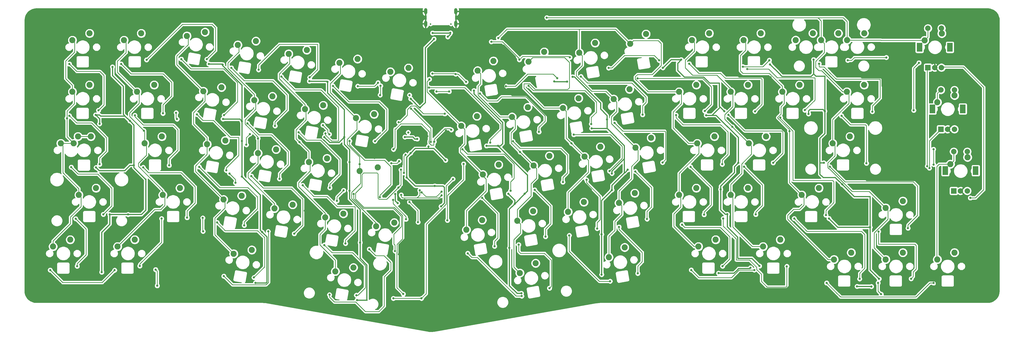
<source format=gtl>
G04 #@! TF.GenerationSoftware,KiCad,Pcbnew,(5.1.4)-1*
G04 #@! TF.CreationDate,2020-08-06T14:30:49-07:00*
G04 #@! TF.ProjectId,trifecta,74726966-6563-4746-912e-6b696361645f,rev?*
G04 #@! TF.SameCoordinates,Original*
G04 #@! TF.FileFunction,Copper,L1,Top*
G04 #@! TF.FilePolarity,Positive*
%FSLAX46Y46*%
G04 Gerber Fmt 4.6, Leading zero omitted, Abs format (unit mm)*
G04 Created by KiCad (PCBNEW (5.1.4)-1) date 2020-08-06 14:30:49*
%MOMM*%
%LPD*%
G04 APERTURE LIST*
%ADD10C,2.250000*%
%ADD11R,2.000000X2.000000*%
%ADD12C,2.000000*%
%ADD13R,2.000000X3.200000*%
%ADD14O,1.200000X2.300000*%
%ADD15C,0.600000*%
%ADD16C,0.800000*%
%ADD17C,0.250000*%
%ADD18C,0.381000*%
%ADD19C,0.254000*%
G04 APERTURE END LIST*
D10*
X288321250Y-4354746D03*
X281971250Y-6894746D03*
D11*
X330896200Y-62536200D03*
D12*
X333396200Y-62536200D03*
X335896200Y-62536200D03*
D13*
X327796200Y-55036200D03*
X338996200Y-55036200D03*
D12*
X330896200Y-48036200D03*
X335896200Y-48036200D03*
D11*
X326146490Y-39761210D03*
D12*
X328646490Y-39761210D03*
X331146490Y-39761210D03*
D13*
X323046490Y-32261210D03*
X334246490Y-32261210D03*
D12*
X326146490Y-25261210D03*
X331146490Y-25261210D03*
D11*
X321371290Y-17000000D03*
D12*
X323871290Y-17000000D03*
X326371290Y-17000000D03*
D13*
X318271290Y-9500000D03*
X329471290Y-9500000D03*
D12*
X321371290Y-2500000D03*
X326371290Y-2500000D03*
D10*
X242601250Y-42454746D03*
X236251250Y-44994746D03*
X243077500Y-80554746D03*
X236727500Y-83094746D03*
X7796250Y-42451250D03*
X1446250Y-44991250D03*
X297846250Y-23404746D03*
X291496250Y-25944746D03*
X297881920Y-4327640D03*
X291531920Y-6867640D03*
X278923360Y-4337800D03*
X272573360Y-6877800D03*
X335987000Y-50108600D03*
X329637000Y-52648600D03*
X331211800Y-27248600D03*
X324861800Y-29788600D03*
X326487400Y-4388600D03*
X320137400Y-6928600D03*
X292607500Y-42454746D03*
X286257500Y-44994746D03*
D14*
X136074000Y-816800D03*
X147224000Y-816800D03*
X136074000Y3783200D03*
X147224000Y3783200D03*
D15*
X137899000Y-896800D03*
X145399000Y-896800D03*
D10*
X209482604Y-83402455D03*
X203670141Y-87006533D03*
X176637532Y-89257950D03*
X170825069Y-92862028D03*
X213205400Y-63368868D03*
X207392937Y-66972946D03*
X194444813Y-66676866D03*
X188632350Y-70280944D03*
X175684225Y-69984864D03*
X169871762Y-73588942D03*
X156923637Y-73292861D03*
X151111174Y-76896939D03*
X219277696Y-42954282D03*
X213465233Y-46558360D03*
X200517109Y-46262279D03*
X194704646Y-49866357D03*
X181744279Y-49581110D03*
X175931816Y-53185188D03*
X162995933Y-52878275D03*
X157183470Y-56482353D03*
X211279552Y-25020693D03*
X205467089Y-28624771D03*
X192518964Y-28328691D03*
X186706501Y-31932769D03*
X173758376Y-31636689D03*
X167945913Y-35240767D03*
X154997788Y-34944687D03*
X149185325Y-38548765D03*
X217351848Y-4606107D03*
X211539385Y-8210185D03*
X198591260Y-7914104D03*
X192778797Y-11518182D03*
X179830672Y-11222102D03*
X174018209Y-14826180D03*
X161070085Y-14530100D03*
X155257622Y-18134178D03*
X109436219Y-90868588D03*
X102741624Y-92267334D03*
X71951984Y-84352340D03*
X65257389Y-85751086D03*
X124502098Y-74244247D03*
X117807503Y-75642993D03*
X105741510Y-70936249D03*
X99046915Y-72334995D03*
X86980923Y-67628251D03*
X80286328Y-69026997D03*
X68220335Y-64320253D03*
X61525740Y-65718999D03*
X118429802Y-53829660D03*
X111735207Y-55228406D03*
X99669214Y-50521662D03*
X92974619Y-51920408D03*
X80908627Y-47213665D03*
X74214032Y-48612411D03*
X62148039Y-43905667D03*
X55453444Y-45304413D03*
X117047653Y-34242073D03*
X110353058Y-35640819D03*
X98287065Y-30934075D03*
X91592470Y-32332821D03*
X79526478Y-27626077D03*
X72831883Y-29024823D03*
X60765890Y-24318080D03*
X54071295Y-25716826D03*
X129735945Y-17135484D03*
X123041350Y-18534230D03*
X110975357Y-13827486D03*
X104280762Y-15226232D03*
X92214769Y-10519489D03*
X85520174Y-11918235D03*
X73454182Y-7211491D03*
X66759587Y-8610237D03*
X54693594Y-3903493D03*
X47998999Y-5302239D03*
X331183750Y-85317246D03*
X324833750Y-87857246D03*
X312133750Y-85317246D03*
X305783750Y-87857246D03*
X293083750Y-85317246D03*
X286733750Y-87857246D03*
X266890000Y-80554746D03*
X260540000Y-83094746D03*
X28765000Y-80554746D03*
X22415000Y-83094746D03*
X4952500Y-80554746D03*
X-1397500Y-83094746D03*
X312133750Y-66267246D03*
X305783750Y-68807246D03*
X281177500Y-61504746D03*
X274827500Y-64044746D03*
X254983750Y-61504746D03*
X248633750Y-64044746D03*
X235933750Y-61504746D03*
X229583750Y-64044746D03*
X45433750Y-61504746D03*
X39083750Y-64044746D03*
X14477500Y-61504746D03*
X8127500Y-64044746D03*
X261651250Y-42454746D03*
X255301250Y-44994746D03*
X38766250Y-42454746D03*
X32416250Y-44994746D03*
X12572500Y-42454746D03*
X6222500Y-44994746D03*
X274033750Y-23404746D03*
X267683750Y-25944746D03*
X254983750Y-23404746D03*
X248633750Y-25944746D03*
X235933750Y-23404746D03*
X229583750Y-25944746D03*
X35908750Y-23404746D03*
X29558750Y-25944746D03*
X12096250Y-23404746D03*
X5746250Y-25944746D03*
X259746250Y-4354746D03*
X253396250Y-6894746D03*
X240696250Y-4354746D03*
X234346250Y-6894746D03*
X31146250Y-4354746D03*
X24796250Y-6894746D03*
X12096250Y-4354746D03*
X5746250Y-6894746D03*
D16*
X3743960Y-35699700D03*
X69926200Y-45504100D03*
X71208900Y-41541700D03*
X32097980Y-40279320D03*
X89496900Y-44500800D03*
X74214032Y-43149832D03*
X126238000Y-51562000D03*
X123367800Y-52298600D03*
X111735207Y-52680207D03*
X137477500Y-21310600D03*
X128828800Y-72986900D03*
X124075001Y-65916385D03*
X162839400Y-6070600D03*
X249215702Y-38909198D03*
X270294100Y-40436800D03*
X130718560Y-32212280D03*
X137998200Y-44419520D03*
X189280800Y-13246100D03*
X170624500Y-14097000D03*
X160274000Y-7442200D03*
X138564620Y-19265900D03*
X147142200Y-19372580D03*
X150964900Y-22301200D03*
X44023280Y-33675320D03*
X44358560Y-36017200D03*
X128613768Y-49160832D03*
X128079500Y-55880000D03*
X126136400Y-37172900D03*
X143141700Y-34061400D03*
X98176080Y-38265100D03*
X100545900Y-41630600D03*
X318058800Y-15227300D03*
X316128400Y-32778700D03*
X124193300Y-47193200D03*
X139217400Y-44348400D03*
X145529300Y-40005000D03*
X65920620Y-59557920D03*
X63672720Y-56113680D03*
X103352600Y-66205100D03*
X105796080Y-62344300D03*
X141935200Y-62801500D03*
X134618200Y-63041000D03*
X189836995Y-44998705D03*
X170936214Y-48189586D03*
X204200000Y-75200000D03*
X301800000Y-70400000D03*
X323000000Y-37600000D03*
X243000000Y-27200000D03*
X203600000Y-69400000D03*
X286187760Y-26715200D03*
X291735120Y-23184600D03*
X246203080Y-24241240D03*
X201580360Y-27792160D03*
X70785600Y-47070760D03*
X70445240Y-27075880D03*
X296926880Y-67517760D03*
X315763520Y-66633840D03*
X303475000Y-63382640D03*
X320686040Y-67334880D03*
X196236200Y-30362640D03*
X158700080Y-36738040D03*
X127961000Y-32643560D03*
X126506850Y-35802050D03*
X58365000Y-41828200D03*
X47443000Y-42183800D03*
X57603000Y-22829000D03*
X48459000Y-21965400D03*
X99322500Y-98584500D03*
X118182000Y-25813500D03*
X112276500Y-25623000D03*
X148916000Y-45625500D03*
X147590550Y-51649950D03*
X141550000Y-65609010D03*
X128342000Y-65818500D03*
X150948000Y-84106500D03*
X140788000Y-82963500D03*
X182888500Y-100045000D03*
X180770455Y-81017545D03*
X166238029Y-25572971D03*
X225984680Y-33060120D03*
X225108380Y-53380120D03*
X225745920Y-71279500D03*
X231897800Y-91495360D03*
X268240120Y-73692500D03*
X250162940Y-18389080D03*
X250162940Y-14119340D03*
X266302100Y-33517320D03*
X258682100Y-34581580D03*
X148951560Y-8742160D03*
X291912920Y-15676360D03*
X270772500Y-91790000D03*
X320686040Y-62709540D03*
X320686040Y-79473540D03*
X296998000Y-53626500D03*
X336301960Y-79473540D03*
X333182840Y-96552500D03*
X139025000Y-8725000D03*
X141190920Y-78025740D03*
X136725000Y-42325000D03*
X315760980Y-97035100D03*
X319626860Y-39059600D03*
X186127000Y-78709000D03*
X186693105Y-60606105D03*
X192492240Y-57738760D03*
X220163000Y-28671000D03*
X185746000Y-38958000D03*
X178380000Y-42006000D03*
X127326000Y-43847500D03*
X91512000Y-81439500D03*
X126183000Y-85948000D03*
X127389500Y-49054500D03*
X128532500Y-46006500D03*
X87067000Y-60040000D03*
X87067000Y-40736000D03*
X80780500Y-20289000D03*
X56904500Y-74073500D03*
X60016000Y-93123500D03*
X47646200Y-55036200D03*
X48459000Y-34005000D03*
X42159800Y-13227800D03*
X-5402400Y-90278000D03*
X-5389000Y-71190600D03*
X-5084200Y-14091400D03*
X-5389000Y-33192200D03*
X-5389000Y-52242200D03*
X116988200Y-45587400D03*
X117191400Y-50362600D03*
X87067000Y-30563300D03*
X93518600Y-27210500D03*
X56904500Y-66085200D03*
X62263900Y-59671700D03*
X91512000Y-69885040D03*
X100315640Y-66730360D03*
X87067000Y-52059320D03*
X95962080Y-48996080D03*
X181301000Y-35402000D03*
X183663200Y-30520120D03*
X189017520Y-28843720D03*
X237920140Y-41437040D03*
X263439520Y-23471620D03*
X270002880Y-22481020D03*
X147234520Y-35216580D03*
X143541360Y-40240700D03*
X153833440Y-74357980D03*
X149741500Y-71365860D03*
X184603000Y-69938380D03*
X197137900Y-65409560D03*
X209736300Y-63537580D03*
X265529940Y-67812400D03*
X257099680Y-63669660D03*
X225745920Y-61459860D03*
X232530260Y-61500500D03*
X246393580Y-64154800D03*
X239416200Y-63682360D03*
X202600000Y-83200000D03*
X47421800Y-37805360D03*
X94335600Y-45745400D03*
X87067000Y-45093500D03*
X87172800Y-79745840D03*
X307615200Y-36001440D03*
X300483970Y-34643630D03*
X127326000Y-41396400D03*
X267411200Y-56184800D03*
X230592940Y-52150060D03*
X225745920Y-56346480D03*
X194068700Y-58941730D03*
X265529940Y-54303540D03*
X257467100Y-73774300D03*
X218020900Y-74460100D03*
X134391400Y-80962500D03*
X126022100Y-59575700D03*
X127508000Y-61061600D03*
X225108380Y-39980480D03*
X177040000Y-6430000D03*
X220650000Y-23300000D03*
X171810000Y-52080000D03*
X65290000Y-63490000D03*
X28810000Y-63560000D03*
X22840000Y-45180000D03*
X8530000Y-22360000D03*
X222030000Y-19650000D03*
X133690000Y-110430000D03*
X309340000Y-46060000D03*
X278230000Y-46560000D03*
X70060000Y-7350000D03*
X78160000Y-8040000D03*
X322660000Y-58590000D03*
X137100000Y-46110640D03*
X111895500Y-81630000D03*
X110752500Y-102839000D03*
X99894000Y-22257500D03*
X130564500Y-28544000D03*
X153869000Y-25496000D03*
X162759000Y-45879500D03*
X168918500Y-67279000D03*
X166950000Y-83598500D03*
X171381529Y-100349029D03*
X128408620Y-42644120D03*
X132972420Y-43352200D03*
X263096620Y-15800820D03*
X239560980Y-34601900D03*
X246253038Y-33105140D03*
X251378900Y-52178000D03*
X277305380Y-34086280D03*
X244902600Y-61960240D03*
X247335920Y-71162660D03*
X282964500Y-52166000D03*
X300046000Y-75978500D03*
X303342078Y-95022720D03*
X279195140Y-14050760D03*
X133999246Y-31750754D03*
X139125000Y-6425000D03*
X139418200Y-60718200D03*
X143413600Y-51213600D03*
X129063600Y-57613600D03*
X130518200Y-48568200D03*
X289750110Y-60158110D03*
X283309940Y-33070280D03*
X259223820Y-90270380D03*
X200986000Y-93441000D03*
X210638000Y-54706000D03*
X203018000Y-36164000D03*
X204796000Y-62199000D03*
X204796000Y-62199000D03*
X200986000Y-78582000D03*
X204796000Y-56103000D03*
X107958500Y-62453000D03*
X15756500Y-37751500D03*
X125738500Y-67088500D03*
X124865501Y-63682942D03*
X106053500Y-42704500D03*
X98687500Y-42641000D03*
X93163000Y-22003500D03*
X73287500Y-96489000D03*
X68321800Y-57271400D03*
X68321800Y-44114200D03*
X68308000Y-36799000D03*
X61159000Y-15920200D03*
X56079000Y-15666200D03*
X61311400Y-35986200D03*
X16556600Y-92526600D03*
X19503000Y-71241400D03*
X26310200Y-71241400D03*
X14321400Y-34462200D03*
X20519000Y-16733000D03*
X107958500Y-51899300D03*
X26945200Y-36672000D03*
X75770350Y-77762850D03*
X28443800Y-53055000D03*
X14470380Y-53886100D03*
X230351640Y-14060220D03*
X183527700Y-22085300D03*
X190318000Y-20416000D03*
X188252100Y-22148800D03*
X197319900Y-39458900D03*
X158546800Y-45897800D03*
X166560500Y-63588900D03*
X172626200Y-63571300D03*
X284861000Y-72720200D03*
X295224200Y-97802700D03*
X300514358Y-97850440D03*
X244119400Y-92925900D03*
X255905000Y-90957400D03*
X141744700Y-68262500D03*
X223596200Y-17068800D03*
X144225000Y-5625000D03*
X138624248Y-4231248D03*
X145187252Y-4169748D03*
X144095080Y-73413100D03*
X150071700Y-52572400D03*
X180759100Y1447800D03*
X321125000Y-53395745D03*
X321915400Y-54121800D03*
X4618600Y-15666200D03*
X15388200Y-32785800D03*
X15794600Y-52699400D03*
X4618600Y-34767000D03*
X33117400Y-14142200D03*
X55367800Y-13888200D03*
X41448600Y-53105800D03*
X28799400Y-34614600D03*
X62530600Y-54934600D03*
X51710200Y-34309800D03*
X74430500Y-17812500D03*
X93290000Y-20606500D03*
X82139400Y-58084200D03*
X70303000Y-37561000D03*
X100719500Y-61373500D03*
X89226000Y-40863000D03*
X130120000Y-27147000D03*
X111006500Y-23845000D03*
X118499500Y-22575000D03*
X119198000Y-64866000D03*
X108022000Y-44101500D03*
X149614500Y-47149500D03*
X167394500Y-62453000D03*
X165680000Y-23845000D03*
X184603000Y-20924000D03*
X186698500Y-59278000D03*
X168283500Y-44228500D03*
X193366000Y-20289000D03*
X216099000Y-34386000D03*
X222225480Y-14307300D03*
X203576800Y-17144480D03*
X214224260Y-20989820D03*
X239022500Y-33044880D03*
X257564500Y-33164260D03*
X233292260Y-15562060D03*
X253137280Y-16644100D03*
X262862940Y-14289520D03*
X254717160Y-17540720D03*
X275959180Y-32719760D03*
X23719400Y-15666200D03*
X39162600Y-33903400D03*
X61717800Y-34563800D03*
X45919000Y-13888200D03*
X80513800Y-38526200D03*
X64410200Y-17088600D03*
X82876000Y-20352500D03*
X99132000Y-41307500D03*
X101862500Y-23781500D03*
X117356500Y-44165000D03*
X119452000Y-23718000D03*
X119261500Y-27147000D03*
X159901500Y-44673000D03*
X137295500Y-24416500D03*
X156091500Y-26575500D03*
X177872000Y-40736000D03*
X174062000Y-23718000D03*
X197176000Y-37815000D03*
X257861680Y-71218540D03*
X253520820Y-53570620D03*
X234039020Y-91741740D03*
X257313040Y-91741740D03*
X140114900Y-25841440D03*
X144750400Y-25841440D03*
X129637400Y-40949360D03*
X281199200Y-15582380D03*
X300841020Y-33237920D03*
X306009920Y-13268440D03*
X291783380Y-14304760D03*
X203907000Y-55214000D03*
X190699000Y-41752000D03*
X205812000Y-37434000D03*
X223465000Y-52039000D03*
X228435780Y-34540940D03*
X245489340Y-52707020D03*
X247770260Y-34431720D03*
X264272640Y-52143140D03*
X266939640Y-35465500D03*
X283726500Y-71470000D03*
X298689640Y-52333640D03*
X289497380Y-34787320D03*
X17166200Y-71190600D03*
X5329800Y-53766200D03*
X31847400Y-53817000D03*
X48052600Y-72409800D03*
X52523000Y-53664600D03*
X69134600Y-75254600D03*
X71763500Y-57055500D03*
X87575000Y-78328000D03*
X106498000Y-81947500D03*
X90686500Y-60484500D03*
X109482500Y-63659500D03*
X124786000Y-84741500D03*
X161489000Y-82963500D03*
X156917000Y-65120000D03*
X180285000Y-79407500D03*
X176284500Y-62135500D03*
X199335000Y-76423000D03*
X195414900Y-58458100D03*
X213432000Y-55341000D03*
X217750000Y-72930500D03*
X233795180Y-53649360D03*
X238796440Y-71315060D03*
X285187000Y-53626500D03*
X314016000Y-76296000D03*
X7514200Y-90342200D03*
X6955400Y-72816200D03*
X38654600Y-72765400D03*
X30628200Y-90240600D03*
X72716000Y-94520500D03*
X59127000Y-74200500D03*
X61603500Y-94012500D03*
X77986500Y-77502500D03*
X110498500Y-101061000D03*
X98687500Y-82519000D03*
X100592500Y-100870500D03*
X115261000Y-84043000D03*
X151583000Y-85567000D03*
X171522000Y-101378500D03*
X170379000Y-82392000D03*
X181745500Y-98457500D03*
X204127980Y-95899720D03*
X189048000Y-78963000D03*
X207399500Y-75851500D03*
X214321000Y-92996500D03*
X245616340Y-90337120D03*
X230645580Y-74982820D03*
X269322160Y-90387920D03*
X245860180Y-72714600D03*
X272042500Y-72740000D03*
X296172500Y-95028500D03*
X315159000Y-94965000D03*
X303132100Y-77517740D03*
X21331800Y-91815400D03*
X-2442600Y-91764600D03*
X283996440Y-96545580D03*
X323474960Y-96537260D03*
X302977160Y-96557580D03*
X304117620Y-100685080D03*
X141922500Y-64211200D03*
X127025400Y-64020700D03*
X133893200Y-62306200D03*
X53835300Y-72511920D03*
X53944520Y-77457300D03*
X133261100Y-74079100D03*
X130073400Y-66649600D03*
X134531100Y-102235000D03*
X124155200Y-102235000D03*
X146151600Y-58140600D03*
X36446460Y-91594940D03*
X37038280Y-97563940D03*
X126936500Y-54673500D03*
X126034800Y-61264800D03*
X127806450Y-100628450D03*
X336994500Y-65125600D03*
X323507100Y-52806600D03*
X323430900Y-47142400D03*
D17*
X5746250Y-44518496D02*
X6222500Y-44994746D01*
X5746250Y-25944746D02*
X5746250Y-23561810D01*
X5746250Y-23561810D02*
X3246120Y-21061680D01*
X3246120Y-21061680D02*
X3246120Y-14564360D01*
X3246120Y-14564360D02*
X6563360Y-11247120D01*
X6563360Y-7711856D02*
X5746250Y-6894746D01*
X6563360Y-11247120D02*
X6563360Y-7711856D01*
X6219004Y-44991250D02*
X6222500Y-44994746D01*
X1446250Y-44991250D02*
X6219004Y-44991250D01*
X6222500Y-44994746D02*
X3743960Y-42516206D01*
X3743960Y-33098740D02*
X6507480Y-30335220D01*
X6507480Y-26705976D02*
X5746250Y-25944746D01*
X6507480Y-30335220D02*
X6507480Y-26705976D01*
X8127500Y-64044746D02*
X8127500Y-61716420D01*
X8127500Y-61716420D02*
X2235200Y-55824120D01*
X2235200Y-45780200D02*
X1446250Y-44991250D01*
X2235200Y-55824120D02*
X2235200Y-45780200D01*
X-1397500Y-83094746D02*
X-1397500Y-81016340D01*
X-1397500Y-81016340D02*
X5041900Y-74576940D01*
X5041900Y-74576940D02*
X5041900Y-72153780D01*
X5041900Y-72153780D02*
X8892540Y-68303140D01*
X8892540Y-64809786D02*
X8127500Y-64044746D01*
X8892540Y-68303140D02*
X8892540Y-64809786D01*
X3743960Y-42516206D02*
X3743960Y-35699700D01*
X3743960Y-35699700D02*
X3743960Y-33098740D01*
X29558750Y-25944746D02*
X22346920Y-18732916D01*
X22346920Y-18732916D02*
X22346920Y-14693900D01*
X22346920Y-14693900D02*
X25552400Y-11488420D01*
X25552400Y-7650896D02*
X24796250Y-6894746D01*
X25552400Y-11488420D02*
X25552400Y-7650896D01*
X32416250Y-44994746D02*
X32416250Y-40597590D01*
X26875740Y-35057080D02*
X26875740Y-33738820D01*
X26875740Y-33738820D02*
X30386020Y-30228540D01*
X30386020Y-26772016D02*
X29558750Y-25944746D01*
X30386020Y-30228540D02*
X30386020Y-26772016D01*
X33075880Y-45654376D02*
X32416250Y-44994746D01*
X39083750Y-62453756D02*
X30058360Y-53428366D01*
X39083750Y-64044746D02*
X39083750Y-62453756D01*
X30058360Y-53428366D02*
X30058360Y-52364640D01*
X30058360Y-52364640D02*
X33075880Y-49347120D01*
X33075880Y-49347120D02*
X33075880Y-45654376D01*
X22415000Y-83094746D02*
X36048366Y-69461380D01*
X36048366Y-69461380D02*
X38280340Y-69461380D01*
X38280340Y-69461380D02*
X39852600Y-67889120D01*
X39852600Y-64813596D02*
X39083750Y-64044746D01*
X39852600Y-67889120D02*
X39852600Y-64813596D01*
X54071295Y-25716826D02*
X44272200Y-15917731D01*
X44272200Y-15917731D02*
X44272200Y-12712700D01*
X44272200Y-12712700D02*
X48437800Y-8547100D01*
X48437800Y-5741040D02*
X47998999Y-5302239D01*
X48437800Y-8547100D02*
X48437800Y-5741040D01*
X55453444Y-45304413D02*
X55453444Y-42880444D01*
X55453444Y-42880444D02*
X50393600Y-37820600D01*
X50393600Y-37820600D02*
X50393600Y-33667700D01*
X50393600Y-33667700D02*
X54648100Y-29413200D01*
X54648100Y-26293631D02*
X54071295Y-25716826D01*
X54648100Y-29413200D02*
X54648100Y-26293631D01*
X61525740Y-65718999D02*
X51155600Y-55348859D01*
X51155600Y-55348859D02*
X51155600Y-53352700D01*
X55453444Y-49054856D02*
X55453444Y-45304413D01*
X51155600Y-53352700D02*
X55453444Y-49054856D01*
X65257389Y-85751086D02*
X58280300Y-78773997D01*
X58280300Y-78773997D02*
X58280300Y-72580500D01*
X58280300Y-72580500D02*
X62026800Y-68834000D01*
X62026800Y-66220059D02*
X61525740Y-65718999D01*
X62026800Y-68834000D02*
X62026800Y-66220059D01*
X69926200Y-45504100D02*
X69926200Y-42824400D01*
X69926200Y-42824400D02*
X71208900Y-41541700D01*
X32416250Y-40597590D02*
X32097980Y-40279320D01*
X32097980Y-40279320D02*
X26875740Y-35057080D01*
X67144900Y-8995550D02*
X66759587Y-8610237D01*
X72831883Y-26908683D02*
X63131700Y-17208500D01*
X72831883Y-29024823D02*
X72831883Y-26908683D01*
X63131700Y-17208500D02*
X63131700Y-15280212D01*
X67144900Y-11267012D02*
X67144900Y-8995550D01*
X63131700Y-15280212D02*
X67144900Y-11267012D01*
X91592470Y-32332821D02*
X91592470Y-30657870D01*
X91592470Y-30657870D02*
X82042000Y-21107400D01*
X82042000Y-21107400D02*
X82042000Y-19354800D01*
X82042000Y-19354800D02*
X85928200Y-15468600D01*
X85928200Y-12326261D02*
X85520174Y-11918235D01*
X85928200Y-15468600D02*
X85928200Y-12326261D01*
X74214032Y-42667232D02*
X69430900Y-37884100D01*
X69430900Y-37884100D02*
X69430900Y-36296600D01*
X69430900Y-36296600D02*
X73367900Y-32359600D01*
X73367900Y-29560840D02*
X72831883Y-29024823D01*
X73367900Y-32359600D02*
X73367900Y-29560840D01*
X92974619Y-51920408D02*
X92974619Y-47978519D01*
X88226900Y-43230800D02*
X88226900Y-40030400D01*
X88226900Y-40030400D02*
X91897200Y-36360100D01*
X91897200Y-32637551D02*
X91592470Y-32332821D01*
X91897200Y-36360100D02*
X91897200Y-32637551D01*
X80286328Y-69026997D02*
X80286328Y-67243428D01*
X80286328Y-67243428D02*
X70599300Y-57556400D01*
X70599300Y-57556400D02*
X70599300Y-55994300D01*
X74214032Y-52379568D02*
X74214032Y-48612411D01*
X99046915Y-72334995D02*
X99046915Y-70814815D01*
X99046915Y-70814815D02*
X89192100Y-60960000D01*
X89192100Y-60960000D02*
X89192100Y-59486800D01*
X89192100Y-59486800D02*
X93459300Y-55219600D01*
X93459300Y-52405089D02*
X92974619Y-51920408D01*
X93459300Y-55219600D02*
X93459300Y-52405089D01*
X102741624Y-92267334D02*
X102741624Y-88174724D01*
X102741624Y-88174724D02*
X97028000Y-82461100D01*
X97028000Y-82461100D02*
X97028000Y-78651100D01*
X99046915Y-76632185D02*
X99046915Y-72334995D01*
X97028000Y-78651100D02*
X99046915Y-76632185D01*
X92974619Y-47978519D02*
X89496900Y-44500800D01*
X89496900Y-44500800D02*
X88226900Y-43230800D01*
X70599300Y-55994300D02*
X74214032Y-52379568D01*
X74214032Y-48612411D02*
X74214032Y-43149832D01*
X74214032Y-43149832D02*
X74214032Y-42667232D01*
X110353058Y-35640819D02*
X100863400Y-26151161D01*
X100863400Y-26151161D02*
X100863400Y-22948900D01*
X100863400Y-22948900D02*
X104622600Y-19189700D01*
X104622600Y-15568070D02*
X104280762Y-15226232D01*
X104622600Y-19189700D02*
X104622600Y-15568070D01*
X111735207Y-49975117D02*
X107149900Y-45389810D01*
X107149900Y-45389810D02*
X107149900Y-43484800D01*
X107149900Y-43484800D02*
X110718600Y-39916100D01*
X110718600Y-36006361D02*
X110353058Y-35640819D01*
X110718600Y-39916100D02*
X110718600Y-36006361D01*
X108757499Y-65348909D02*
X108757499Y-63073501D01*
X117807503Y-75642993D02*
X117807503Y-74398913D01*
X117807503Y-74398913D02*
X108757499Y-65348909D01*
X108757499Y-63073501D02*
X112090200Y-59740800D01*
X112090200Y-55583399D02*
X111735207Y-55228406D01*
X112090200Y-59740800D02*
X112090200Y-55583399D01*
X126238000Y-51562000D02*
X125501400Y-52298600D01*
X125501400Y-52298600D02*
X123367800Y-52298600D01*
X111735207Y-55228406D02*
X111735207Y-52680207D01*
X111735207Y-52680207D02*
X111735207Y-49975117D01*
X157183470Y-56993170D02*
X157183470Y-56482353D01*
X158381700Y-58191400D02*
X157183470Y-56993170D01*
X158381700Y-62582298D02*
X158381700Y-58191400D01*
X151111174Y-76896939D02*
X151111174Y-69852824D01*
X151111174Y-69852824D02*
X158381700Y-62582298D01*
X148889499Y-46725003D02*
X150456900Y-45157602D01*
X157183470Y-56482353D02*
X148889499Y-48188382D01*
X148889499Y-48188382D02*
X148889499Y-46725003D01*
X150456900Y-39820340D02*
X149185325Y-38548765D01*
X150456900Y-45157602D02*
X150456900Y-39820340D01*
X146509519Y-35872959D02*
X146477259Y-35872959D01*
X149185325Y-38548765D02*
X146509519Y-35872959D01*
X136570499Y-22217601D02*
X137477500Y-21310600D01*
X146477259Y-35872959D02*
X136570499Y-25966199D01*
X136570499Y-25966199D02*
X136570499Y-22217601D01*
X124075001Y-67267901D02*
X124075001Y-65916385D01*
X128828800Y-72021700D02*
X124075001Y-67267901D01*
X128828800Y-72986900D02*
X128828800Y-72021700D01*
X212701070Y-7048500D02*
X211539385Y-8210185D01*
X222950481Y-8117281D02*
X221881700Y-7048500D01*
X221881700Y-7048500D02*
X212701070Y-7048500D01*
X219659200Y-19558000D02*
X222950481Y-16266719D01*
X222950481Y-16266719D02*
X222950481Y-8117281D01*
X214213162Y-19558000D02*
X219659200Y-19558000D01*
X213430981Y-20340181D02*
X214213162Y-19558000D01*
X213430981Y-21269543D02*
X213430981Y-20340181D01*
X218106184Y-25944746D02*
X213430981Y-21269543D01*
X229583750Y-25944746D02*
X218106184Y-25944746D01*
X236251250Y-44994746D02*
X233081746Y-44994746D01*
X233081746Y-44994746D02*
X227330000Y-39243000D01*
X227330000Y-39243000D02*
X227330000Y-33413700D01*
X227330000Y-33413700D02*
X230428800Y-30314900D01*
X230428800Y-26789796D02*
X229583750Y-25944746D01*
X230428800Y-30314900D02*
X230428800Y-26789796D01*
X229583750Y-64044746D02*
X229583750Y-56013850D01*
X229583750Y-56013850D02*
X236893100Y-48704500D01*
X236893100Y-45636596D02*
X236251250Y-44994746D01*
X236893100Y-48704500D02*
X236893100Y-45636596D01*
X236727500Y-83094746D02*
X235101046Y-83094746D01*
X235101046Y-83094746D02*
X227609400Y-75603100D01*
X227609400Y-75603100D02*
X227609400Y-71005700D01*
X227609400Y-71005700D02*
X230149400Y-68465700D01*
X230149400Y-64610396D02*
X229583750Y-64044746D01*
X230149400Y-68465700D02*
X230149400Y-64610396D01*
X205467089Y-28624771D02*
X202572518Y-25730200D01*
X202572518Y-25730200D02*
X197294500Y-25730200D01*
X197294500Y-25730200D02*
X191643000Y-20078700D01*
X191643000Y-20078700D02*
X191643000Y-18427700D01*
X191643000Y-18427700D02*
X193840100Y-16230600D01*
X193840100Y-12579485D02*
X192778797Y-11518182D01*
X193840100Y-16230600D02*
X193840100Y-12579485D01*
X213465233Y-46558360D02*
X204622400Y-37715527D01*
X204622400Y-37715527D02*
X204622400Y-35140900D01*
X204622400Y-35140900D02*
X206578200Y-33185100D01*
X206578200Y-29735882D02*
X205467089Y-28624771D01*
X206578200Y-33185100D02*
X206578200Y-29735882D01*
X207392937Y-66972946D02*
X207392937Y-62596363D01*
X207392937Y-62596363D02*
X212013800Y-57975500D01*
X212013800Y-57975500D02*
X212013800Y-53479700D01*
X212013800Y-53479700D02*
X214452200Y-51041300D01*
X214452200Y-47545327D02*
X213465233Y-46558360D01*
X214452200Y-51041300D02*
X214452200Y-47545327D01*
X203670141Y-87006533D02*
X203670141Y-79260459D01*
X203670141Y-79260459D02*
X205828900Y-77101700D01*
X205828900Y-77101700D02*
X205828900Y-73863200D01*
X205828900Y-73863200D02*
X208407000Y-71285100D01*
X208407000Y-67987009D02*
X207392937Y-66972946D01*
X208407000Y-71285100D02*
X208407000Y-67987009D01*
X211539385Y-8210185D02*
X206148600Y-2819400D01*
X192778797Y-2901097D02*
X192697100Y-2819400D01*
X192778797Y-11518182D02*
X192778797Y-2901097D01*
X206148600Y-2819400D02*
X192697100Y-2819400D01*
X192697100Y-2819400D02*
X166090600Y-2819400D01*
X162839400Y-6070600D02*
X165506400Y-3403600D01*
X166090600Y-2819400D02*
X165506400Y-3403600D01*
X267683750Y-23905789D02*
X262878761Y-19100800D01*
X267683750Y-25944746D02*
X267683750Y-23905789D01*
X262878761Y-19100800D02*
X253072900Y-19100800D01*
X253072900Y-19100800D02*
X252183900Y-18211800D01*
X252183900Y-18211800D02*
X252183900Y-12509500D01*
X252183900Y-12509500D02*
X254114300Y-10579100D01*
X254114300Y-7612796D02*
X253396250Y-6894746D01*
X254114300Y-10579100D02*
X254114300Y-7612796D01*
X274827500Y-64044746D02*
X270294100Y-59511346D01*
X270294100Y-39892962D02*
X265925300Y-35524162D01*
X265925300Y-35406838D02*
X267131038Y-34201100D01*
X265925300Y-35524162D02*
X265925300Y-35406838D01*
X267131038Y-34201100D02*
X267131038Y-31509462D01*
X267131038Y-31509462D02*
X268389100Y-30251400D01*
X268389100Y-26650096D02*
X267683750Y-25944746D01*
X268389100Y-30251400D02*
X268389100Y-26650096D01*
X284846946Y-87857246D02*
X284758046Y-87857246D01*
X286733750Y-87857246D02*
X284846946Y-87857246D01*
X275602700Y-64819946D02*
X274827500Y-64044746D01*
X275602700Y-67767200D02*
X275602700Y-64819946D01*
X284846946Y-87857246D02*
X284554846Y-87857246D01*
X274040600Y-69329300D02*
X275602700Y-67767200D01*
X284554846Y-87857246D02*
X269659100Y-72961500D01*
X269659100Y-72961500D02*
X269659100Y-71526400D01*
X269659100Y-71526400D02*
X271856200Y-69329300D01*
X271856200Y-69329300D02*
X274040600Y-69329300D01*
X248633750Y-25944746D02*
X248633750Y-24935950D01*
X248633750Y-24935950D02*
X243509800Y-19812000D01*
X243509800Y-19812000D02*
X234556300Y-19812000D01*
X231876249Y-17131949D02*
X231876249Y-14249751D01*
X234556300Y-19812000D02*
X231876249Y-17131949D01*
X231876249Y-14249751D02*
X235204000Y-10922000D01*
X235204000Y-7752496D02*
X234346250Y-6894746D01*
X235204000Y-10922000D02*
X235204000Y-7752496D01*
X246418100Y-36111596D02*
X246418100Y-34378900D01*
X246418100Y-34378900D02*
X249351800Y-31445200D01*
X249351800Y-26662796D02*
X248633750Y-25944746D01*
X249351800Y-31445200D02*
X249351800Y-26662796D01*
X248633750Y-64044746D02*
X248633750Y-60128650D01*
X248633750Y-60128650D02*
X252679200Y-56083200D01*
X252679200Y-56083200D02*
X252679200Y-52565300D01*
X252679200Y-52565300D02*
X256273300Y-48971200D01*
X256273300Y-45966796D02*
X255301250Y-44994746D01*
X256273300Y-48971200D02*
X256273300Y-45966796D01*
X260540000Y-83094746D02*
X256602146Y-83094746D01*
X256602146Y-83094746D02*
X249351800Y-75844400D01*
X249351800Y-64762796D02*
X248633750Y-64044746D01*
X249351800Y-75844400D02*
X249351800Y-64762796D01*
X249215702Y-38909198D02*
X246418100Y-36111596D01*
X255301250Y-44994746D02*
X249215702Y-38909198D01*
X270294100Y-59511346D02*
X270294100Y-40436800D01*
X270294100Y-40436800D02*
X270294100Y-39892962D01*
X130718560Y-32212280D02*
X135801100Y-37294820D01*
X135801100Y-37294820D02*
X137998200Y-39491920D01*
X137998200Y-39491920D02*
X137998200Y-44419520D01*
X189280800Y-13246100D02*
X188881590Y-12846890D01*
X188881590Y-12846890D02*
X171874610Y-12846890D01*
X171874610Y-12846890D02*
X170624500Y-14097000D01*
X170624500Y-13709460D02*
X170624500Y-14097000D01*
X164357240Y-7442200D02*
X170624500Y-13709460D01*
X160274000Y-7442200D02*
X164357240Y-7442200D01*
X138564620Y-19265900D02*
X147035520Y-19265900D01*
X147035520Y-19265900D02*
X147142200Y-19372580D01*
X147350480Y-19372580D02*
X147142200Y-19372580D01*
X147142200Y-19372580D02*
X148036280Y-19372580D01*
X148036280Y-19372580D02*
X150964900Y-22301200D01*
X44023280Y-33675320D02*
X44023280Y-35681920D01*
X44023280Y-35681920D02*
X44358560Y-36017200D01*
X128613768Y-49160832D02*
X128079500Y-49695100D01*
X128079500Y-49695100D02*
X128079500Y-55880000D01*
X126702085Y-37172900D02*
X129336800Y-34538185D01*
X126136400Y-37172900D02*
X126702085Y-37172900D01*
X129336800Y-32521038D02*
X130653938Y-31203900D01*
X129336800Y-34538185D02*
X129336800Y-32521038D01*
X135236890Y-34061400D02*
X143141700Y-34061400D01*
X130653938Y-31203900D02*
X132379390Y-31203900D01*
X132379390Y-31203900D02*
X135236890Y-34061400D01*
X98176080Y-38265100D02*
X99959160Y-40048180D01*
X99959160Y-40048180D02*
X99959160Y-41043860D01*
X99959160Y-41043860D02*
X100545900Y-41630600D01*
X318058800Y-15227300D02*
X316128400Y-17157700D01*
X316128400Y-17157700D02*
X316128400Y-32778700D01*
X124193300Y-47193200D02*
X124790200Y-46596300D01*
X124790200Y-46596300D02*
X124790200Y-39611300D01*
X125064940Y-39611300D02*
X126881040Y-37795200D01*
X124790200Y-39611300D02*
X125064940Y-39611300D01*
X134543800Y-37795200D02*
X137325100Y-40576500D01*
X126881040Y-37795200D02*
X134543800Y-37795200D01*
X137450001Y-43894717D02*
X137273199Y-44071519D01*
X137273199Y-44767521D02*
X138136778Y-45631100D01*
X137273199Y-44071519D02*
X137273199Y-44767521D01*
X137325100Y-40576500D02*
X137450001Y-40701401D01*
X137450001Y-40701401D02*
X137450001Y-43894717D01*
X138136778Y-45631100D02*
X139065000Y-45631100D01*
X139065000Y-45631100D02*
X139065000Y-44500800D01*
X139065000Y-44500800D02*
X139217400Y-44348400D01*
X145039999Y-39515699D02*
X145529300Y-40005000D01*
X143193359Y-39515699D02*
X145039999Y-39515699D01*
X139217400Y-44348400D02*
X139217400Y-43491658D01*
X139217400Y-43491658D02*
X143193359Y-39515699D01*
X65920620Y-59557920D02*
X65920620Y-58361580D01*
X65920620Y-58361580D02*
X63672720Y-56113680D01*
X103352600Y-66205100D02*
X103352600Y-64787780D01*
X103352600Y-64787780D02*
X105796080Y-62344300D01*
X141935200Y-62801500D02*
X140093211Y-64643489D01*
X136220689Y-64643489D02*
X134618200Y-63041000D01*
X140093211Y-64643489D02*
X136220689Y-64643489D01*
X7796250Y-42451250D02*
X12569004Y-42451250D01*
X12569004Y-42451250D02*
X12572500Y-42454746D01*
X176325000Y-53578372D02*
X175931816Y-53185188D01*
X175547489Y-13296900D02*
X174018209Y-14826180D01*
X187299600Y-13296900D02*
X175547489Y-13296900D01*
X189115700Y-15113000D02*
X187299600Y-13296900D01*
X179671869Y-31932769D02*
X172313600Y-24574500D01*
X176462992Y-25045990D02*
X188491810Y-25045990D01*
X186706501Y-31932769D02*
X179671869Y-31932769D01*
X188491810Y-25045990D02*
X189115700Y-24422100D01*
X172313600Y-24574500D02*
X172313600Y-22923500D01*
X172313600Y-22923500D02*
X174340502Y-22923500D01*
X174340502Y-22923500D02*
X176462992Y-25045990D01*
X167945913Y-35240767D02*
X163459967Y-35240767D01*
X155366499Y-27147299D02*
X155366499Y-23995601D01*
X163459967Y-35240767D02*
X155366499Y-27147299D01*
X155366499Y-23995601D02*
X156375100Y-22987000D01*
X156375100Y-19251656D02*
X155257622Y-18134178D01*
X156375100Y-22987000D02*
X156375100Y-19251656D01*
X187883800Y-33110068D02*
X186706501Y-31932769D01*
X187883800Y-43045511D02*
X187883800Y-33110068D01*
X167558499Y-44811871D02*
X167558499Y-41089801D01*
X167558499Y-41089801D02*
X169087800Y-39560500D01*
X169087800Y-36382654D02*
X167945913Y-35240767D01*
X169087800Y-39560500D02*
X169087800Y-36382654D01*
X188632350Y-70280944D02*
X188632350Y-63107050D01*
X188632350Y-63107050D02*
X196100700Y-55638700D01*
X196100700Y-51262411D02*
X194704646Y-49866357D01*
X196100700Y-55638700D02*
X196100700Y-51262411D01*
X169871762Y-73588942D02*
X169871762Y-69434338D01*
X169871762Y-69434338D02*
X174967900Y-64338200D01*
X174967900Y-64338200D02*
X174967900Y-59829700D01*
X174967900Y-59829700D02*
X176987200Y-57810400D01*
X176987200Y-54240572D02*
X175931816Y-53185188D01*
X176987200Y-57810400D02*
X176987200Y-54240572D01*
X170825069Y-92862028D02*
X168617900Y-90654859D01*
X168617900Y-90654859D02*
X168617900Y-80543400D01*
X168617900Y-80543400D02*
X171056300Y-78105000D01*
X171056300Y-74773480D02*
X169871762Y-73588942D01*
X171056300Y-78105000D02*
X171056300Y-74773480D01*
X189115700Y-24422100D02*
X189115700Y-15113000D01*
X175931816Y-53185188D02*
X171228314Y-48481686D01*
X194704646Y-49866357D02*
X189836995Y-44998705D01*
X189836995Y-44998705D02*
X187883800Y-43045511D01*
X171228314Y-48481686D02*
X170936214Y-48189586D01*
X170936214Y-48189586D02*
X167558499Y-44811871D01*
D18*
X313949960Y-63382640D02*
X303475000Y-63382640D01*
X315763520Y-66633840D02*
X315763520Y-65196200D01*
X315763520Y-65196200D02*
X313949960Y-63382640D01*
X320686040Y-62709540D02*
X320686040Y-67334880D01*
X320686040Y-67334880D02*
X320686040Y-79473540D01*
X191207000Y-30362640D02*
X196236200Y-30362640D01*
X189017520Y-28843720D02*
X189688080Y-28843720D01*
X189688080Y-28843720D02*
X191207000Y-30362640D01*
X152858080Y-36738040D02*
X158700080Y-36738040D01*
X147234520Y-35216580D02*
X151336620Y-35216580D01*
X151336620Y-35216580D02*
X152858080Y-36738040D01*
X118182000Y-27477200D02*
X126506850Y-35802050D01*
X47443000Y-42183800D02*
X47443000Y-45498500D01*
X48459000Y-34005000D02*
X48459000Y-21965400D01*
X48459000Y-21965400D02*
X48459000Y-21305000D01*
X116023000Y-27972500D02*
X115705500Y-28290000D01*
X115705500Y-28290000D02*
X114943500Y-28290000D01*
X114943500Y-28290000D02*
X112276500Y-25623000D01*
X118182000Y-25813500D02*
X116023000Y-27972500D01*
X147590550Y-51649950D02*
X147590550Y-46887450D01*
X147590550Y-46887450D02*
X148852500Y-45625500D01*
X148852500Y-45625500D02*
X148916000Y-45625500D01*
X141340510Y-65818500D02*
X141550000Y-65609010D01*
X128342000Y-65818500D02*
X141340510Y-65818500D01*
X128342000Y-69342000D02*
X130825000Y-71825000D01*
X128342000Y-65818500D02*
X128342000Y-69342000D01*
X130825000Y-71825000D02*
X130825000Y-75731000D01*
X149805000Y-82963500D02*
X150948000Y-84106500D01*
X182888500Y-100045000D02*
X182888500Y-87472000D01*
X182888500Y-87472000D02*
X180770455Y-85353955D01*
X180770455Y-85353955D02*
X180770455Y-81017545D01*
X166238029Y-25572971D02*
X164889499Y-24224441D01*
X167939058Y-27274000D02*
X166238029Y-25572971D01*
X173300000Y-27274000D02*
X167939058Y-27274000D01*
X169109000Y-19146000D02*
X169109000Y-12923000D01*
X164928160Y-8742160D02*
X148951560Y-8742160D01*
X164889499Y-23365501D02*
X169109000Y-19146000D01*
X181301000Y-35402000D02*
X181301000Y-35275000D01*
X164889499Y-24224441D02*
X164889499Y-23365501D01*
X181301000Y-35275000D02*
X173300000Y-27274000D01*
X169109000Y-12923000D02*
X164928160Y-8742160D01*
X225108380Y-33936420D02*
X225984680Y-33060120D01*
X238943650Y-98541210D02*
X269309631Y-98541210D01*
X231897800Y-91495360D02*
X238943650Y-98541210D01*
X269309631Y-98541210D02*
X270772500Y-97078341D01*
X270772500Y-97078341D02*
X270772500Y-91790000D01*
X267403190Y-72883510D02*
X267196180Y-72676500D01*
X265529940Y-71010260D02*
X267403190Y-72883510D01*
X272357460Y-77837780D02*
X267403190Y-72883510D01*
X250162940Y-18389080D02*
X250162940Y-14119340D01*
X250162940Y-18848820D02*
X250162940Y-18389080D01*
X251704720Y-20390600D02*
X250162940Y-18848820D01*
X263439520Y-20390600D02*
X251704720Y-20390600D01*
X264549500Y-33517320D02*
X263439520Y-34627300D01*
X266302100Y-33517320D02*
X264549500Y-33517320D01*
X263439520Y-34627300D02*
X263439520Y-39339000D01*
X263439520Y-39339000D02*
X258682100Y-34581580D01*
X139025000Y-8725000D02*
X139025000Y-12658600D01*
X139025000Y-12658600D02*
X139474820Y-13108420D01*
X139474820Y-13108420D02*
X144585300Y-13108420D01*
X144585300Y-13108420D02*
X148951560Y-8742160D01*
X296975250Y-20738690D02*
X303988251Y-20738690D01*
X303988251Y-20738690D02*
X304376700Y-21127139D01*
X291912920Y-15676360D02*
X296975250Y-20738690D01*
X304376700Y-23809440D02*
X319626860Y-39059600D01*
X304376700Y-21127139D02*
X304376700Y-23809440D01*
X319626860Y-39059600D02*
X319626860Y-14002500D01*
X319626860Y-14002500D02*
X319997700Y-13631660D01*
X323995750Y-15807037D02*
X323995750Y-17221250D01*
X319997700Y-13631660D02*
X321820373Y-13631660D01*
X321820373Y-13631660D02*
X323995750Y-15807037D01*
X296998000Y-53626500D02*
X296998000Y-56865000D01*
X298776000Y-58643000D02*
X316619500Y-58643000D01*
X296998000Y-56865000D02*
X298776000Y-58643000D01*
X316619500Y-58643000D02*
X320686040Y-62709540D01*
X333182840Y-94454460D02*
X336301960Y-91335340D01*
X336301960Y-91335340D02*
X336301960Y-79473540D01*
X333182840Y-96552500D02*
X333182840Y-94454460D01*
X136074000Y3783200D02*
X136074000Y2252200D01*
X136074000Y2252200D02*
X136074000Y-816800D01*
X147224000Y-816800D02*
X147224000Y3783200D01*
X324650980Y-100850180D02*
X328885160Y-100850180D01*
X317049321Y-95746759D02*
X323854401Y-95746759D01*
X323854401Y-95746759D02*
X324389360Y-96281718D01*
X324389360Y-100588560D02*
X324650980Y-100850180D01*
X315760980Y-97035100D02*
X317049321Y-95746759D01*
X328885160Y-100850180D02*
X333182840Y-96552500D01*
X324389360Y-96281718D02*
X324389360Y-100588560D01*
X320686040Y-62709540D02*
X320686040Y-57251080D01*
X320686040Y-57251080D02*
X319626860Y-56191900D01*
X319626860Y-56191900D02*
X319626860Y-39059600D01*
X270772500Y-91790000D02*
X270772500Y-87278960D01*
X272357460Y-85694000D02*
X272357460Y-77837780D01*
X270772500Y-87278960D02*
X272357460Y-85694000D01*
X186127000Y-78709000D02*
X186127000Y-75280000D01*
X186127000Y-75280000D02*
X184603000Y-73756000D01*
X184603000Y-68803000D02*
X184603000Y-62696210D01*
X184603000Y-62696210D02*
X186693105Y-60606105D01*
X189175000Y-54421520D02*
X189175000Y-48864000D01*
X192492240Y-57738760D02*
X189175000Y-54421520D01*
X189175000Y-48864000D02*
X186000000Y-45689000D01*
X224552120Y-33060120D02*
X220163000Y-28671000D01*
X225984680Y-33060120D02*
X224552120Y-33060120D01*
X186000000Y-45689000D02*
X186000000Y-44165000D01*
X185746000Y-38958000D02*
X184857000Y-38958000D01*
X184857000Y-38958000D02*
X181301000Y-35402000D01*
X181301000Y-39466000D02*
X181301000Y-35402000D01*
X178380000Y-42006000D02*
X183841000Y-42006000D01*
X186000000Y-44165000D02*
X184222000Y-42387000D01*
X183841000Y-42006000D02*
X184222000Y-42387000D01*
X184222000Y-42387000D02*
X181301000Y-39466000D01*
X99322500Y-98584500D02*
X98687500Y-98584500D01*
X98687500Y-98584500D02*
X91512000Y-91409000D01*
X91512000Y-81439500D02*
X91512000Y-80169500D01*
X91512000Y-91409000D02*
X91512000Y-81439500D01*
X91512000Y-65247000D02*
X87067000Y-60802000D01*
X126183000Y-82392000D02*
X126183000Y-85948000D01*
X130825000Y-75731000D02*
X130825000Y-77750000D01*
X127048558Y-65818500D02*
X128342000Y-65818500D01*
X125656001Y-64425943D02*
X127048558Y-65818500D01*
X127389500Y-52801000D02*
X124849500Y-55341000D01*
X124849500Y-55341000D02*
X124849500Y-58579500D01*
X127389500Y-49054500D02*
X127389500Y-52801000D01*
X128532500Y-47911500D02*
X127389500Y-49054500D01*
X128532500Y-46006500D02*
X128532500Y-47911500D01*
X87067000Y-60802000D02*
X87067000Y-60040000D01*
X80780500Y-21559000D02*
X80780500Y-20289000D01*
X87067000Y-27845500D02*
X80780500Y-21559000D01*
X56904500Y-90012000D02*
X56904500Y-74073500D01*
X60016000Y-93123500D02*
X56904500Y-90012000D01*
X47443000Y-54833000D02*
X47443000Y-45498500D01*
X56904500Y-64294500D02*
X47646200Y-55036200D01*
X47646200Y-55036200D02*
X47443000Y-54833000D01*
X47443000Y-35021000D02*
X48459000Y-34005000D01*
X42159800Y-15005800D02*
X42159800Y-13227800D01*
X48459000Y-21305000D02*
X42159800Y-15005800D01*
X-5402400Y-71204000D02*
X-5389000Y-71190600D01*
X-5402400Y-90278000D02*
X-5402400Y-71204000D01*
X-5389000Y-14396200D02*
X-5084200Y-14091400D01*
X-5389000Y-33192200D02*
X-5389000Y-14396200D01*
X-5389000Y-71190600D02*
X-5389000Y-52242200D01*
X-5389000Y-52242200D02*
X-5389000Y-33192200D01*
X134196200Y-39796200D02*
X136725000Y-42325000D01*
X128926200Y-39796200D02*
X134196200Y-39796200D01*
X127326000Y-41396400D02*
X128926200Y-39796200D01*
X127326000Y-43847500D02*
X127326000Y-41396400D01*
X117191400Y-45790600D02*
X116988200Y-45587400D01*
X117191400Y-50362600D02*
X117191400Y-45790600D01*
X118182000Y-25813500D02*
X118182000Y-27477200D01*
X87067000Y-30563300D02*
X87067000Y-27845500D01*
X87067000Y-40736000D02*
X87067000Y-30563300D01*
X56904500Y-66085200D02*
X56904500Y-64294500D01*
X56904500Y-74073500D02*
X56904500Y-66085200D01*
X91512000Y-69885040D02*
X91512000Y-65247000D01*
X91512000Y-80169500D02*
X91512000Y-69885040D01*
X87067000Y-60040000D02*
X87067000Y-52059320D01*
X188931160Y-28930080D02*
X189017520Y-28843720D01*
X183663200Y-30520120D02*
X185253240Y-28930080D01*
X185253240Y-28930080D02*
X188931160Y-28930080D01*
X225108380Y-39283120D02*
X225108380Y-38889420D01*
X225108380Y-39283120D02*
X225108380Y-33936420D01*
X263439520Y-23471620D02*
X263439520Y-20390600D01*
X263439520Y-34627300D02*
X263439520Y-23471620D01*
X148916000Y-45625500D02*
X148916000Y-44346058D01*
X148916000Y-44346058D02*
X148044062Y-43474120D01*
X148044062Y-43474120D02*
X146774780Y-43474120D01*
X146774780Y-43474120D02*
X143541360Y-40240700D01*
X145273640Y-82963500D02*
X145273640Y-82117680D01*
X147577420Y-79813900D02*
X147577420Y-73529940D01*
X140788000Y-82963500D02*
X145273640Y-82963500D01*
X147577420Y-73529940D02*
X149741500Y-71365860D01*
X145273640Y-82963500D02*
X149805000Y-82963500D01*
X145273640Y-82117680D02*
X147577420Y-79813900D01*
X184603000Y-69938380D02*
X184603000Y-68803000D01*
X184603000Y-73756000D02*
X184603000Y-69938380D01*
X265529940Y-67812400D02*
X265529940Y-71010260D01*
X265529940Y-61574160D02*
X265529940Y-67812400D01*
X225745920Y-71279500D02*
X225745920Y-61459860D01*
X234740060Y-63710300D02*
X239388260Y-63710300D01*
X239388260Y-63710300D02*
X239416200Y-63682360D01*
X232530260Y-61500500D02*
X234740060Y-63710300D01*
X47443000Y-37862120D02*
X47443000Y-37826560D01*
X47443000Y-37862120D02*
X47443000Y-42183800D01*
X47443000Y-37826560D02*
X47421800Y-37805360D01*
X47443000Y-35021000D02*
X47443000Y-37862120D01*
X87067000Y-52059320D02*
X87067000Y-47972100D01*
X87067000Y-47972100D02*
X87067000Y-47530500D01*
X95962080Y-47371880D02*
X95962080Y-48996080D01*
X94335600Y-45745400D02*
X95962080Y-47371880D01*
X87067000Y-40736000D02*
X87067000Y-45093500D01*
X87067000Y-45093500D02*
X87067000Y-47972100D01*
X88866460Y-81439500D02*
X91512000Y-81439500D01*
X87172800Y-79745840D02*
X88866460Y-81439500D01*
X299568480Y-31368480D02*
X299568480Y-33728140D01*
X298511840Y-27385760D02*
X298511840Y-30311840D01*
X298511840Y-30311840D02*
X299568480Y-31368480D01*
X291735120Y-23184600D02*
X291735120Y-23276040D01*
X296418880Y-25292800D02*
X298511840Y-27385760D01*
X301841780Y-36001440D02*
X307615200Y-36001440D01*
X291735120Y-23276040D02*
X293751880Y-25292800D01*
X293751880Y-25292800D02*
X296418880Y-25292800D01*
X299568480Y-33728140D02*
X300483970Y-34643630D01*
X300483970Y-34643630D02*
X301841780Y-36001440D01*
X267132741Y-39339000D02*
X263439520Y-39339000D01*
X265529940Y-54303540D02*
X265529940Y-52803540D01*
X265529940Y-52803540D02*
X268903060Y-49430420D01*
X267411200Y-56184800D02*
X265529940Y-54303540D01*
X268903060Y-49430420D02*
X268903060Y-41109319D01*
X268903060Y-41109319D02*
X267132741Y-39339000D01*
X267411200Y-59692900D02*
X265529940Y-61574160D01*
X267411200Y-56184800D02*
X267411200Y-59692900D01*
X225108380Y-53380120D02*
X229362880Y-53380120D01*
X229362880Y-53380120D02*
X230592940Y-52150060D01*
X225745920Y-54017660D02*
X225108380Y-53380120D01*
X225745920Y-61459860D02*
X225745920Y-56346480D01*
X225745920Y-56346480D02*
X225745920Y-54017660D01*
X189624895Y-60606105D02*
X192492240Y-57738760D01*
X186693105Y-60606105D02*
X189624895Y-60606105D01*
X197137900Y-65409560D02*
X197137900Y-62010930D01*
X197137900Y-62010930D02*
X194068700Y-58941730D01*
X268158320Y-73774300D02*
X268240120Y-73692500D01*
X257467100Y-73774300D02*
X268158320Y-73774300D01*
X221201500Y-71279500D02*
X225745920Y-71279500D01*
X218020900Y-74460100D02*
X221201500Y-71279500D01*
X183818455Y-81017545D02*
X186127000Y-78709000D01*
X180770455Y-81017545D02*
X183818455Y-81017545D01*
X134361100Y-80932200D02*
X134391400Y-80962500D01*
X127642800Y-80932200D02*
X126183000Y-82392000D01*
X127642800Y-80932200D02*
X134361100Y-80932200D01*
X130825000Y-77750000D02*
X127642800Y-80932200D01*
X125025900Y-58579500D02*
X124849500Y-58579500D01*
X126022100Y-59575700D02*
X125025900Y-58579500D01*
X125656001Y-64425943D02*
X125656001Y-62913599D01*
X125656001Y-62913599D02*
X127508000Y-61061600D01*
X225108380Y-53380120D02*
X225108380Y-39980480D01*
X225108380Y-39980480D02*
X225108380Y-39283120D01*
X202600000Y-76800000D02*
X204200000Y-75200000D01*
X202600000Y-83200000D02*
X202600000Y-76800000D01*
X266365600Y-19069800D02*
X267523950Y-20228150D01*
X278260310Y-20228150D02*
X279195140Y-19293320D01*
X267523950Y-20228150D02*
X277485720Y-20228150D01*
X277485720Y-20228150D02*
X278260310Y-20228150D01*
X137032436Y-46848764D02*
X137032436Y-46178204D01*
X137032436Y-46178204D02*
X137100000Y-46110640D01*
X114372000Y-89885000D02*
X111895500Y-87408500D01*
X111895500Y-87408500D02*
X111895500Y-81630000D01*
X110752500Y-102839000D02*
X114435500Y-102839000D01*
X114372000Y-102775500D02*
X114372000Y-89885000D01*
X114435500Y-102839000D02*
X114372000Y-102775500D01*
X130564500Y-28544000D02*
X133771254Y-31750754D01*
X133771254Y-31750754D02*
X133999246Y-31750754D01*
X164473500Y-45054000D02*
X164473500Y-37243500D01*
X162759000Y-45879500D02*
X163648000Y-45879500D01*
X153869000Y-26639000D02*
X153869000Y-25496000D01*
X163648000Y-45879500D02*
X164473500Y-45054000D01*
X164473500Y-37243500D02*
X153869000Y-26639000D01*
X173554000Y-56674500D02*
X162759000Y-45879500D01*
X173617500Y-56674500D02*
X173554000Y-56674500D01*
X173617500Y-62135500D02*
X173617500Y-56674500D01*
X173617500Y-56674500D02*
X171776000Y-54833000D01*
X173617500Y-62580000D02*
X173617500Y-62135500D01*
X171381529Y-100349029D02*
X169794029Y-100349029D01*
X169794029Y-100349029D02*
X166950000Y-97505000D01*
X166950000Y-97505000D02*
X166950000Y-83598500D01*
X251378900Y-52178000D02*
X251378900Y-42744440D01*
X251378900Y-42744440D02*
X243236360Y-34601900D01*
X243236360Y-34601900D02*
X239560980Y-34601900D01*
X247335920Y-72620620D02*
X247335920Y-75818480D01*
X247335920Y-75818480D02*
X251140840Y-79623400D01*
X251140840Y-79623400D02*
X251140840Y-87334840D01*
X131331580Y-42625760D02*
X128426980Y-42625760D01*
X128426980Y-42625760D02*
X128408620Y-42644120D01*
X132058020Y-43352200D02*
X131331580Y-42625760D01*
X132972420Y-43352200D02*
X132058020Y-43352200D01*
X279195140Y-19069800D02*
X279195140Y-14050760D01*
X279195140Y-19293320D02*
X279195140Y-19069800D01*
X263096620Y-15800820D02*
X266365600Y-19069800D01*
X246253038Y-33105140D02*
X244733619Y-31585721D01*
X239560980Y-34601900D02*
X241717440Y-34601900D01*
X241717440Y-34601900D02*
X244733619Y-31585721D01*
X249952120Y-53604780D02*
X251378900Y-52178000D01*
X249952120Y-55694060D02*
X249952120Y-53604780D01*
X277305380Y-34086280D02*
X277305380Y-32920420D01*
X282664780Y-32425120D02*
X283309940Y-33070280D01*
X277305380Y-32920420D02*
X277800680Y-32425120D01*
X277800680Y-32425120D02*
X282664780Y-32425120D01*
X283309940Y-20164540D02*
X280066360Y-20164540D01*
X280066360Y-20164540D02*
X279195140Y-19293320D01*
X244902600Y-60743580D02*
X249952120Y-55694060D01*
X244902600Y-61960240D02*
X244902600Y-60743580D01*
X246558680Y-71162660D02*
X244902600Y-69506580D01*
X247335920Y-71162660D02*
X246558680Y-71162660D01*
X244902600Y-69506580D02*
X244902600Y-61960240D01*
X247335920Y-72620620D02*
X247335920Y-71162660D01*
X281504000Y-52166000D02*
X281504000Y-48292500D01*
X282964500Y-52166000D02*
X281504000Y-52166000D01*
X281504000Y-56357000D02*
X281504000Y-52166000D01*
X300046000Y-64612000D02*
X294204000Y-64612000D01*
X282710500Y-57563500D02*
X281504000Y-56357000D01*
X287155500Y-57563500D02*
X282710500Y-57563500D01*
X300046000Y-75978500D02*
X300046000Y-64612000D01*
X301125500Y-92806142D02*
X300046000Y-91726642D01*
X300046000Y-91726642D02*
X300046000Y-75978500D01*
X303342078Y-95022720D02*
X301125500Y-92806142D01*
X134725000Y-31025000D02*
X133999246Y-31750754D01*
X130518200Y-48568200D02*
X132237636Y-46848764D01*
X132237636Y-46848764D02*
X137032436Y-46848764D01*
X129075000Y-57036515D02*
X129075000Y-50011400D01*
X129075000Y-50011400D02*
X130518200Y-48568200D01*
X129063600Y-57613600D02*
X129063600Y-57047915D01*
X129063600Y-57047915D02*
X129075000Y-57036515D01*
X139418200Y-60718200D02*
X132168200Y-60718200D01*
X132168200Y-60718200D02*
X129063600Y-57613600D01*
X143413600Y-51213600D02*
X139048764Y-46848764D01*
X139048764Y-46848764D02*
X137032436Y-46848764D01*
X139418200Y-60718200D02*
X142416160Y-60718200D01*
X142416160Y-60718200D02*
X142939380Y-61241420D01*
X289750110Y-60158110D02*
X287155500Y-57563500D01*
X294204000Y-64612000D02*
X289750110Y-60158110D01*
X281504000Y-43133760D02*
X283309940Y-41327820D01*
X281504000Y-48292500D02*
X281504000Y-43133760D01*
X283309940Y-41327820D02*
X283309940Y-33070280D01*
X283309940Y-33070280D02*
X283309940Y-20164540D01*
X256397500Y-87444060D02*
X251250060Y-87444060D01*
X259223820Y-90270380D02*
X256397500Y-87444060D01*
X251250060Y-87444060D02*
X251140840Y-87334840D01*
X203018000Y-39466000D02*
X203018000Y-36164000D01*
X204796000Y-62199000D02*
X204796000Y-60421000D01*
X204796000Y-60421000D02*
X209368000Y-55849000D01*
X200986000Y-93441000D02*
X200986000Y-78582000D01*
X200986000Y-78582000D02*
X200986000Y-69692000D01*
X200986000Y-66009000D02*
X204796000Y-62199000D01*
X200986000Y-69692000D02*
X200986000Y-66009000D01*
X204796000Y-56103000D02*
X204796000Y-55214000D01*
X209368000Y-50642000D02*
X209368000Y-45816000D01*
X204796000Y-55214000D02*
X209368000Y-50642000D01*
X209368000Y-55849000D02*
X209368000Y-50642000D01*
X135898500Y-9651500D02*
X136580500Y-8969500D01*
X135898500Y-29877500D02*
X135898500Y-9651500D01*
X134725000Y-31025000D02*
X134751000Y-31025000D01*
X134751000Y-31025000D02*
X135898500Y-29877500D01*
X139125000Y-6425000D02*
X136580500Y-8969500D01*
X111895500Y-69374500D02*
X107958500Y-65437500D01*
X107958500Y-65437500D02*
X107958500Y-62453000D01*
X111895500Y-81630000D02*
X111895500Y-69374500D01*
X125738500Y-67088500D02*
X124865501Y-66215501D01*
X124865501Y-66215501D02*
X124865501Y-63682942D01*
X106053500Y-45308000D02*
X106053500Y-42704500D01*
X107958500Y-47213000D02*
X106053500Y-45308000D01*
X105990000Y-42641000D02*
X106053500Y-42704500D01*
X99640000Y-22003500D02*
X99894000Y-22257500D01*
X93163000Y-22003500D02*
X99640000Y-22003500D01*
X77161000Y-96489000D02*
X77478500Y-96171500D01*
X75065500Y-77058000D02*
X75065500Y-65120000D01*
X73287500Y-96489000D02*
X77161000Y-96489000D01*
X77478500Y-96171500D02*
X77478500Y-79471000D01*
X75065500Y-64015100D02*
X68321800Y-57271400D01*
X75065500Y-65120000D02*
X75065500Y-64015100D01*
X68321800Y-57271400D02*
X68321800Y-44114200D01*
X68321800Y-44114200D02*
X68321800Y-33344600D01*
X68321800Y-33344600D02*
X68321800Y-23489400D01*
X68321800Y-23489400D02*
X68220200Y-23489400D01*
X68321800Y-23489400D02*
X68321800Y-23438600D01*
X68321800Y-23438600D02*
X61159000Y-16275800D01*
X61159000Y-16275800D02*
X61159000Y-15920200D01*
X56079000Y-15666200D02*
X60905000Y-15666200D01*
X60905000Y-15666200D02*
X61159000Y-15920200D01*
X67495200Y-35986200D02*
X68308000Y-36799000D01*
X61311400Y-35986200D02*
X67495200Y-35986200D01*
X16556600Y-92526600D02*
X16556600Y-77794600D01*
X19503000Y-74848200D02*
X19503000Y-71241400D01*
X16556600Y-77794600D02*
X19503000Y-74848200D01*
X19503000Y-71241400D02*
X26310200Y-71241400D01*
X31187000Y-71241400D02*
X32812600Y-69615800D01*
X31136200Y-71241400D02*
X31187000Y-71241400D01*
X26310200Y-71241400D02*
X31136200Y-71241400D01*
X32812600Y-69615800D02*
X32812600Y-58135000D01*
X32812600Y-58135000D02*
X32660200Y-58135000D01*
X32660200Y-58135000D02*
X28443800Y-53918600D01*
X28443800Y-53918600D02*
X28443800Y-53055000D01*
X28443800Y-53055000D02*
X28443800Y-47670200D01*
X28443800Y-47670200D02*
X28443800Y-38170600D01*
X24481400Y-34208200D02*
X24481400Y-31211000D01*
X15756500Y-35897300D02*
X14321400Y-34462200D01*
X15756500Y-37751500D02*
X15756500Y-35897300D01*
X15743800Y-34462200D02*
X16150200Y-34868600D01*
X16150200Y-34868600D02*
X25141800Y-34868600D01*
X25141800Y-34868600D02*
X24481400Y-34208200D01*
X14321400Y-34462200D02*
X15743800Y-34462200D01*
X20519000Y-19882600D02*
X20519000Y-16733000D01*
X24481400Y-31211000D02*
X24481400Y-23845000D01*
X24481400Y-23845000D02*
X20519000Y-19882600D01*
X209495000Y-55849000D02*
X209368000Y-55849000D01*
X210638000Y-54706000D02*
X209495000Y-55849000D01*
X107958500Y-62453000D02*
X107958500Y-51899300D01*
X107958500Y-51899300D02*
X107958500Y-47213000D01*
X28443800Y-38170600D02*
X26945200Y-36672000D01*
X26945200Y-36672000D02*
X25141800Y-34868600D01*
X77478500Y-79471000D02*
X75770350Y-77762850D01*
X75770350Y-77762850D02*
X75065500Y-77058000D01*
X166950000Y-69247500D02*
X168918500Y-67279000D01*
X166950000Y-83598500D02*
X166950000Y-69247500D01*
X99894000Y-26359600D02*
X99894000Y-22257500D01*
X106053500Y-32519100D02*
X99894000Y-26359600D01*
X106053500Y-42704500D02*
X106053500Y-32519100D01*
X28443800Y-53055000D02*
X26960080Y-53055000D01*
X26960080Y-53055000D02*
X24998680Y-55016400D01*
X24998680Y-55016400D02*
X15600680Y-55016400D01*
X15600680Y-55016400D02*
X14470380Y-53886100D01*
X98687500Y-42641000D02*
X100704780Y-44658280D01*
X104099720Y-44658280D02*
X106053500Y-42704500D01*
X100704780Y-44658280D02*
X104099720Y-44658280D01*
X229025060Y-18018301D02*
X229025060Y-15386800D01*
X231481069Y-20474310D02*
X229025060Y-18018301D01*
X229025060Y-15386800D02*
X230351640Y-14060220D01*
X238636310Y-20474310D02*
X231481069Y-20474310D01*
X244369058Y-22701858D02*
X240863858Y-22701858D01*
X240863858Y-22701858D02*
X238636310Y-20474310D01*
X244733619Y-31585721D02*
X244369058Y-31221160D01*
X244369058Y-31221160D02*
X244369058Y-22701858D01*
X203018000Y-34703500D02*
X200605000Y-32290500D01*
X203018000Y-36164000D02*
X203018000Y-34703500D01*
X200605000Y-32290500D02*
X200605000Y-30068000D01*
X190953000Y-20416000D02*
X190318000Y-20416000D01*
X200605000Y-30068000D02*
X190953000Y-20416000D01*
X188252100Y-22148800D02*
X183591200Y-22148800D01*
X183591200Y-22148800D02*
X183527700Y-22085300D01*
X203010900Y-39458900D02*
X203302300Y-39750300D01*
X197319900Y-39458900D02*
X203010900Y-39458900D01*
X209368000Y-45816000D02*
X203302300Y-39750300D01*
X203302300Y-39750300D02*
X203018000Y-39466000D01*
X162740700Y-45897800D02*
X162759000Y-45879500D01*
X158546800Y-45897800D02*
X162740700Y-45897800D01*
X168918500Y-67279000D02*
X168918500Y-65946900D01*
X168918500Y-65946900D02*
X166560500Y-63588900D01*
X168918500Y-67279000D02*
X172626200Y-63571300D01*
X172626200Y-63571300D02*
X173617500Y-62580000D01*
X288119300Y-75978500D02*
X300046000Y-75978500D01*
X284861000Y-72720200D02*
X288119300Y-75978500D01*
X295224200Y-97802700D02*
X300466618Y-97802700D01*
X300466618Y-97802700D02*
X300514358Y-97850440D01*
X244119400Y-92925900D02*
X249811840Y-92925900D01*
X249811840Y-92925900D02*
X250972470Y-91765270D01*
X250972470Y-91765270D02*
X251511509Y-91226230D01*
X251511509Y-91226230D02*
X255636170Y-91226230D01*
X255636170Y-91226230D02*
X255905000Y-90957400D01*
X141744700Y-68262500D02*
X142939380Y-67067820D01*
X142939380Y-61241420D02*
X142939380Y-66077220D01*
X142939380Y-67067820D02*
X142939380Y-66077220D01*
X226604780Y-14060220D02*
X230351640Y-14060220D01*
X223596200Y-17068800D02*
X226604780Y-14060220D01*
X145187252Y-4662748D02*
X144225000Y-5625000D01*
X145187252Y-4169748D02*
X145187252Y-4662748D01*
X138624248Y-4231248D02*
X145125752Y-4231248D01*
X145125752Y-4231248D02*
X145187252Y-4169748D01*
D17*
X150071700Y-58325500D02*
X144095080Y-64302120D01*
X144095080Y-64302120D02*
X144095080Y-73413100D01*
X150071700Y-52572400D02*
X150071700Y-58325500D01*
X281971250Y-6894746D02*
X281971250Y-7474590D01*
X319583680Y-6374880D02*
X320137400Y-6928600D01*
X291531920Y-6867640D02*
X304028360Y-6867640D01*
X304089320Y-6928600D02*
X320137400Y-6928600D01*
X304028360Y-6867640D02*
X304089320Y-6928600D01*
X324861800Y-26545900D02*
X326146490Y-25261210D01*
X324861800Y-29788600D02*
X324861800Y-26545900D01*
X321371290Y-5694710D02*
X320137400Y-6928600D01*
X321371290Y-2721250D02*
X321371290Y-5694710D01*
X330896200Y-51389400D02*
X329637000Y-52648600D01*
X330896200Y-48036200D02*
X330896200Y-51389400D01*
X289905260Y-25944746D02*
X282121514Y-18161000D01*
X291496250Y-25944746D02*
X289905260Y-25944746D01*
X281165300Y-18161000D02*
X279882600Y-16878300D01*
X282121514Y-18161000D02*
X281165300Y-18161000D01*
X279920141Y-16840759D02*
X279920141Y-14707159D01*
X279882600Y-16878300D02*
X279920141Y-16840759D01*
X279920141Y-14707159D02*
X283197300Y-11430000D01*
X283197300Y-8120796D02*
X281971250Y-6894746D01*
X283197300Y-11430000D02*
X283197300Y-8120796D01*
X286257500Y-44994746D02*
X286257500Y-36144700D01*
X286257500Y-36144700D02*
X292188900Y-30213300D01*
X292188900Y-26637396D02*
X291496250Y-25944746D01*
X292188900Y-30213300D02*
X292188900Y-26637396D01*
X305783750Y-68807246D02*
X299714504Y-62738000D01*
X284461999Y-53974501D02*
X284461999Y-52176901D01*
X284838999Y-54351501D02*
X284461999Y-53974501D01*
X299714504Y-62738000D02*
X293403002Y-62738000D01*
X285016503Y-54351501D02*
X284838999Y-54351501D01*
X293403002Y-62738000D02*
X285016503Y-54351501D01*
X284461999Y-52176901D02*
X287032700Y-49606200D01*
X287032700Y-45769946D02*
X286257500Y-44994746D01*
X287032700Y-49606200D02*
X287032700Y-45769946D01*
X305783750Y-87857246D02*
X301536100Y-83609596D01*
X301536100Y-78040738D02*
X306578000Y-72998838D01*
X301536100Y-83609596D02*
X301536100Y-78040738D01*
X306578000Y-69601496D02*
X305783750Y-68807246D01*
X306578000Y-72998838D02*
X306578000Y-69601496D01*
X329637000Y-52648600D02*
X325532000Y-52648600D01*
X325532000Y-52648600D02*
X324675500Y-53505100D01*
X324675500Y-87698996D02*
X324833750Y-87857246D01*
X324675500Y-53505100D02*
X324675500Y-87698996D01*
X291531920Y-3420D02*
X291531920Y-6867640D01*
X290080700Y1447800D02*
X291531920Y-3420D01*
X281971250Y286250D02*
X280809700Y1447800D01*
X281971250Y-6894746D02*
X281971250Y286250D01*
X180759100Y1447800D02*
X280809700Y1447800D01*
X280809700Y1447800D02*
X290080700Y1447800D01*
X321125000Y-53395745D02*
X321125000Y-17592000D01*
X321125000Y-17592000D02*
X321495750Y-17221250D01*
X321915400Y-43992300D02*
X326146490Y-39761210D01*
X321915400Y-54121800D02*
X321915400Y-43992300D01*
X17420200Y-30753800D02*
X17420200Y-19933400D01*
X17420200Y-19933400D02*
X15896200Y-18409400D01*
X7361800Y-18409400D02*
X4618600Y-15666200D01*
X15896200Y-18409400D02*
X7361800Y-18409400D01*
X15388200Y-32785800D02*
X17420200Y-30753800D01*
X12848200Y-37459400D02*
X7311000Y-37459400D01*
X7311000Y-37459400D02*
X4618600Y-34767000D01*
X18334600Y-42945800D02*
X12848200Y-37459400D01*
X15794600Y-52699400D02*
X15794600Y-50362600D01*
X18334600Y-47822600D02*
X18334600Y-42945800D01*
X15794600Y-50362600D02*
X18334600Y-47822600D01*
X33168200Y-14142200D02*
X33117400Y-14142200D01*
X57247400Y-985000D02*
X46325400Y-985000D01*
X55367800Y-13888200D02*
X58568200Y-10687800D01*
X58568200Y-10687800D02*
X58568200Y-2305800D01*
X46325400Y-985000D02*
X33168200Y-14142200D01*
X58568200Y-2305800D02*
X57247400Y-985000D01*
X41448600Y-50718200D02*
X44699800Y-47467000D01*
X41448600Y-53105800D02*
X41448600Y-50718200D01*
X44699800Y-47467000D02*
X44699800Y-39948600D01*
X44699800Y-39948600D02*
X42972600Y-38221400D01*
X42972600Y-38221400D02*
X31847400Y-38221400D01*
X28799400Y-35173400D02*
X28799400Y-34614600D01*
X31847400Y-38221400D02*
X28799400Y-35173400D01*
X67102600Y-49448200D02*
X67102600Y-42742600D01*
X57751362Y-36494200D02*
X53894600Y-36494200D01*
X62530600Y-54020200D02*
X67102600Y-49448200D01*
X62530600Y-54934600D02*
X62530600Y-54020200D01*
X67102600Y-42742600D02*
X63999762Y-42742600D01*
X63999762Y-42742600D02*
X57751362Y-36494200D01*
X53894600Y-36494200D02*
X51710200Y-34309800D01*
X93290000Y-20606500D02*
X96211000Y-17685500D01*
X96211000Y-17685500D02*
X96211000Y-8351000D01*
X96211000Y-8351000D02*
X82114000Y-8351000D01*
X82114000Y-8351000D02*
X74430500Y-16034500D01*
X74430500Y-16034500D02*
X74430500Y-17812500D01*
X85390600Y-52851800D02*
X85390600Y-48025800D01*
X74570200Y-41828200D02*
X70303000Y-37561000D01*
X82139400Y-58084200D02*
X82139400Y-56103000D01*
X82139400Y-56103000D02*
X85390600Y-52851800D01*
X79193000Y-41828200D02*
X74570200Y-41828200D01*
X85390600Y-48025800D02*
X79193000Y-41828200D01*
X92147000Y-43784000D02*
X89226000Y-40863000D01*
X104402500Y-56357000D02*
X104402500Y-53108946D01*
X97290500Y-43784000D02*
X92147000Y-43784000D01*
X100719500Y-60040000D02*
X104402500Y-56357000D01*
X100719500Y-61373500D02*
X100719500Y-60040000D01*
X104402500Y-50896000D02*
X97290500Y-43784000D01*
X104402500Y-53108946D02*
X104402500Y-50896000D01*
X111006500Y-23845000D02*
X117229500Y-23845000D01*
X117229500Y-23845000D02*
X118499500Y-22575000D01*
X119198000Y-64866000D02*
X119198000Y-64167500D01*
X113610000Y-51213500D02*
X108022000Y-45625500D01*
X123262000Y-53626500D02*
X120849000Y-51213500D01*
X108022000Y-45625500D02*
X108022000Y-44101500D01*
X119198000Y-64167500D02*
X123262000Y-60103500D01*
X120849000Y-51213500D02*
X113610000Y-51213500D01*
X123262000Y-60103500D02*
X123262000Y-53626500D01*
X165045000Y-48927500D02*
X151392500Y-48927500D01*
X167394500Y-60548000D02*
X167394500Y-59151000D01*
X167394500Y-59151000D02*
X168664500Y-57881000D01*
X168664500Y-57881000D02*
X168664500Y-52547000D01*
X168664500Y-52547000D02*
X165045000Y-48927500D01*
X151392500Y-48927500D02*
X149614500Y-47149500D01*
X167394500Y-62453000D02*
X167394500Y-60548000D01*
X184603000Y-20924000D02*
X183079000Y-19400000D01*
X169236000Y-23845000D02*
X165680000Y-23845000D01*
X173681000Y-19400000D02*
X169236000Y-23845000D01*
X183079000Y-19400000D02*
X173681000Y-19400000D01*
X185936500Y-46832000D02*
X170887000Y-46832000D01*
X186698500Y-59278000D02*
X186698500Y-57563500D01*
X188413000Y-55849000D02*
X188413000Y-49308500D01*
X170887000Y-46832000D02*
X168283500Y-44228500D01*
X188413000Y-49308500D02*
X185936500Y-46832000D01*
X186698500Y-57563500D02*
X188413000Y-55849000D01*
X212162000Y-22702000D02*
X195779000Y-22702000D01*
X217369000Y-29814000D02*
X217369000Y-27909000D01*
X216099000Y-31084000D02*
X217369000Y-29814000D01*
X217369000Y-27909000D02*
X212162000Y-22702000D01*
X195779000Y-22702000D02*
X193366000Y-20289000D01*
X216099000Y-34386000D02*
X216099000Y-31084000D01*
X209406100Y-12526760D02*
X204788380Y-17144480D01*
X204788380Y-17144480D02*
X203576800Y-17144480D01*
X222225480Y-14307300D02*
X220444940Y-12526760D01*
X220444940Y-12526760D02*
X209406100Y-12526760D01*
X214224260Y-20989820D02*
X213906760Y-20989820D01*
X238341560Y-20989820D02*
X214224260Y-20989820D01*
X241496460Y-24144720D02*
X238341560Y-20989820D01*
X241496460Y-30570920D02*
X241496460Y-24144720D01*
X239022500Y-33044880D02*
X241496460Y-30570920D01*
X246648880Y-20906110D02*
X244850670Y-19107900D01*
X259748790Y-20906110D02*
X246648880Y-20906110D01*
X260122280Y-30606480D02*
X260122280Y-21279600D01*
X257564500Y-33164260D02*
X260122280Y-30606480D01*
X260122280Y-21279600D02*
X259748790Y-20906110D01*
X244850670Y-19107900D02*
X236838100Y-19107900D01*
X236838100Y-19107900D02*
X233292260Y-15562060D01*
X262862940Y-14289520D02*
X261768200Y-15384260D01*
X253185870Y-16692690D02*
X253137280Y-16644100D01*
X260459770Y-16692690D02*
X253185870Y-16692690D01*
X261768200Y-15384260D02*
X260459770Y-16692690D01*
X262606400Y-17540720D02*
X265809340Y-20743660D01*
X265809340Y-20743660D02*
X279670120Y-20743660D01*
X254717160Y-17540720D02*
X262606400Y-17540720D01*
X279670120Y-29008820D02*
X279670120Y-20743660D01*
X275959180Y-32719760D02*
X279670120Y-29008820D01*
X27377000Y-19323800D02*
X23719400Y-15666200D01*
X39162600Y-30703000D02*
X42363000Y-27502600D01*
X39213400Y-19323800D02*
X27377000Y-19323800D01*
X42363000Y-22473400D02*
X39213400Y-19323800D01*
X39162600Y-33903400D02*
X39162600Y-30703000D01*
X42363000Y-27502600D02*
X42363000Y-22473400D01*
X61717800Y-34563800D02*
X66645400Y-29636200D01*
X66645400Y-29636200D02*
X66645400Y-22491240D01*
X61598360Y-17444200D02*
X49475000Y-17444200D01*
X49475000Y-17444200D02*
X45919000Y-13888200D01*
X66645400Y-22491240D02*
X61598360Y-17444200D01*
X69134600Y-21813000D02*
X64410200Y-17088600D01*
X84984200Y-27096200D02*
X79701000Y-21813000D01*
X80513800Y-38526200D02*
X80513800Y-37103800D01*
X79701000Y-21813000D02*
X69134600Y-21813000D01*
X84984200Y-32633400D02*
X84984200Y-27096200D01*
X80513800Y-37103800D02*
X84984200Y-32633400D01*
X101346110Y-44142770D02*
X99132000Y-41928660D01*
X103791910Y-44142770D02*
X101346110Y-44142770D01*
X87765500Y-25242000D02*
X97481000Y-25242000D01*
X99132000Y-41928660D02*
X99132000Y-41307500D01*
X97481000Y-25242000D02*
X103894500Y-31655500D01*
X82876000Y-20352500D02*
X87765500Y-25242000D01*
X103894500Y-31655500D02*
X103894500Y-44040180D01*
X103894500Y-44040180D02*
X103791910Y-44142770D01*
X107704500Y-29623500D02*
X101862500Y-23781500D01*
X118880500Y-29623500D02*
X107704500Y-29623500D01*
X121674500Y-32417500D02*
X118880500Y-29623500D01*
X121674500Y-39847000D02*
X121674500Y-32417500D01*
X117356500Y-44165000D02*
X121674500Y-39847000D01*
X119452000Y-23718000D02*
X119452000Y-26956500D01*
X119452000Y-26956500D02*
X119261500Y-27147000D01*
X159901500Y-44673000D02*
X159901500Y-43720500D01*
X150503500Y-24416500D02*
X137232000Y-24416500D01*
X163838500Y-37751500D02*
X150503500Y-24416500D01*
X163838500Y-39783500D02*
X163838500Y-37751500D01*
X159901500Y-43720500D02*
X163838500Y-39783500D01*
X137232000Y-24416500D02*
X137295500Y-24416500D01*
X164021490Y-27789510D02*
X162759000Y-29052000D01*
X158790250Y-29274250D02*
X162155750Y-29274250D01*
X162155750Y-29274250D02*
X162536750Y-29274250D01*
X162536750Y-29274250D02*
X162759000Y-29052000D01*
X156091500Y-26575500D02*
X158790250Y-29274250D01*
X173086470Y-27789510D02*
X164021490Y-27789510D01*
X180094500Y-34797540D02*
X173086470Y-27789510D01*
X180094500Y-36799000D02*
X180094500Y-34797540D01*
X177872000Y-39021500D02*
X180094500Y-36799000D01*
X177872000Y-40736000D02*
X177872000Y-39021500D01*
X197176000Y-35402000D02*
X199081000Y-33497000D01*
X199081000Y-29687000D02*
X194890000Y-25496000D01*
X199081000Y-33497000D02*
X199081000Y-29687000D01*
X194890000Y-25496000D02*
X175840000Y-25496000D01*
X175840000Y-25496000D02*
X174062000Y-23718000D01*
X197176000Y-37815000D02*
X197176000Y-35402000D01*
X257861680Y-71218540D02*
X257861680Y-70367640D01*
X260284840Y-60334640D02*
X253520820Y-53570620D01*
X257861680Y-70367640D02*
X260284840Y-67944480D01*
X260284840Y-67944480D02*
X260284840Y-60334640D01*
X236868580Y-94571300D02*
X234039020Y-91741740D01*
X248895480Y-94571300D02*
X236868580Y-94571300D01*
X257313040Y-91741740D02*
X251725040Y-91741740D01*
X251669160Y-91797620D02*
X251538350Y-91928430D01*
X251725040Y-91741740D02*
X251538350Y-91928430D01*
X251538350Y-91928430D02*
X248895480Y-94571300D01*
X140114900Y-25841440D02*
X144750400Y-25841440D01*
X285312730Y-19017730D02*
X283043240Y-16748240D01*
X287549200Y-21254200D02*
X285312730Y-19017730D01*
X285369880Y-19074880D02*
X285312730Y-19017730D01*
X303774720Y-21254200D02*
X287549200Y-21254200D01*
X281404940Y-16748240D02*
X281199200Y-16542500D01*
X281199200Y-16542500D02*
X281199200Y-15582380D01*
X283043240Y-16748240D02*
X281404940Y-16748240D01*
X303774720Y-28241740D02*
X303774720Y-21254200D01*
X300841020Y-31175440D02*
X303774720Y-28241740D01*
X300841020Y-33237920D02*
X300841020Y-31175440D01*
X293182920Y-14304760D02*
X294219240Y-13268440D01*
X294219240Y-13268440D02*
X306009920Y-13268440D01*
X291783380Y-14304760D02*
X293182920Y-14304760D01*
X208606000Y-50515000D02*
X208606000Y-46070000D01*
X208606000Y-46070000D02*
X204288000Y-41752000D01*
X204288000Y-41752000D02*
X190699000Y-41752000D01*
X203907000Y-55214000D02*
X208606000Y-50515000D01*
X223465000Y-52039000D02*
X224592870Y-50911130D01*
X224592870Y-50911130D02*
X224592870Y-40720870D01*
X208860000Y-40482000D02*
X205812000Y-37434000D01*
X224354000Y-40482000D02*
X208860000Y-40482000D01*
X224592870Y-40720870D02*
X224354000Y-40482000D01*
X244933080Y-38074080D02*
X233249080Y-38074080D01*
X228435780Y-34540940D02*
X228435780Y-35513760D01*
X233249080Y-38074080D02*
X232944280Y-38074080D01*
X230996100Y-38074080D02*
X233249080Y-38074080D01*
X228435780Y-35513760D02*
X230996100Y-38074080D01*
X247602620Y-40743620D02*
X244933080Y-38074080D01*
X245489340Y-51177940D02*
X247602620Y-49064660D01*
X245489340Y-52707020D02*
X245489340Y-51177940D01*
X247602620Y-49064660D02*
X247602620Y-40743620D01*
X247770260Y-34431720D02*
X253703700Y-40365160D01*
X253703700Y-40365160D02*
X267429860Y-40365160D01*
X267810860Y-40746160D02*
X267429860Y-40365160D01*
X264272640Y-52143140D02*
X267810860Y-48604920D01*
X267810860Y-48604920D02*
X267810860Y-40746160D01*
X266939640Y-35818560D02*
X266939640Y-35465500D01*
X268590640Y-37469560D02*
X266939640Y-35818560D01*
X268590640Y-37505120D02*
X268590640Y-37469560D01*
X271598000Y-58643000D02*
X271598000Y-40512480D01*
X271598000Y-40512480D02*
X268590640Y-37505120D01*
X283726500Y-69755500D02*
X286647500Y-66834500D01*
X286203000Y-58643000D02*
X271598000Y-58643000D01*
X286647500Y-59087500D02*
X286203000Y-58643000D01*
X283726500Y-71470000D02*
X283726500Y-69755500D01*
X286647500Y-66834500D02*
X286647500Y-59087500D01*
X298689640Y-40525180D02*
X298689640Y-38477940D01*
X292819700Y-38109640D02*
X289497380Y-34787320D01*
X298689640Y-38477940D02*
X298321340Y-38109640D01*
X298321340Y-38109640D02*
X292819700Y-38109640D01*
X298689640Y-52333640D02*
X298689640Y-40525180D01*
X17166200Y-71190600D02*
X20315800Y-68041000D01*
X20315800Y-68041000D02*
X20315800Y-61538600D01*
X20315800Y-61538600D02*
X15083400Y-56306200D01*
X15083400Y-56306200D02*
X7869800Y-56306200D01*
X7869800Y-56306200D02*
X5329800Y-53766200D01*
X33828600Y-55798200D02*
X31847400Y-53817000D01*
X45868200Y-55798200D02*
X33828600Y-55798200D01*
X48052600Y-72409800D02*
X48052600Y-69971400D01*
X51049800Y-60979800D02*
X45868200Y-55798200D01*
X48052600Y-69971400D02*
X51049800Y-66974200D01*
X51049800Y-66974200D02*
X51049800Y-60979800D01*
X70515480Y-61287660D02*
X60146060Y-61287660D01*
X73916020Y-64688200D02*
X70515480Y-61287660D01*
X60146060Y-61287660D02*
X55356190Y-56497790D01*
X74062200Y-64688200D02*
X73916020Y-64688200D01*
X55356190Y-56497790D02*
X52523000Y-53664600D01*
X69134600Y-75254600D02*
X69134600Y-73984600D01*
X55418600Y-56560200D02*
X55356190Y-56497790D01*
X69134600Y-73984600D02*
X74062200Y-69057000D01*
X74062200Y-69057000D02*
X74062200Y-64688200D01*
X87575000Y-78328000D02*
X90686500Y-75216500D01*
X90686500Y-65564500D02*
X86559000Y-61437000D01*
X86559000Y-61437000D02*
X76145000Y-61437000D01*
X90686500Y-75216500D02*
X90686500Y-65564500D01*
X76145000Y-61437000D02*
X71763500Y-57055500D01*
X109990500Y-77185000D02*
X109990500Y-68358500D01*
X94814000Y-64612000D02*
X90686500Y-60484500D01*
X106498000Y-80677500D02*
X109990500Y-77185000D01*
X106498000Y-81947500D02*
X106498000Y-80677500D01*
X109990500Y-68358500D02*
X103479080Y-68358500D01*
X99732580Y-64612000D02*
X94814000Y-64612000D01*
X103479080Y-68358500D02*
X99732580Y-64612000D01*
X127135500Y-71851000D02*
X124278000Y-68993500D01*
X127135500Y-75724500D02*
X127135500Y-71851000D01*
X124341500Y-78518500D02*
X127135500Y-75724500D01*
X124786000Y-82582500D02*
X124341500Y-82138000D01*
X124786000Y-84741500D02*
X124786000Y-82582500D01*
X124341500Y-82138000D02*
X124341500Y-78518500D01*
X113038500Y-68993500D02*
X124278000Y-68993500D01*
X109482500Y-65437500D02*
X113038500Y-68993500D01*
X109482500Y-63659500D02*
X109482500Y-65437500D01*
X162695500Y-79915500D02*
X162695500Y-70898500D01*
X162695500Y-70898500D02*
X156917000Y-65120000D01*
X161489000Y-81122000D02*
X162695500Y-79915500D01*
X161489000Y-82963500D02*
X161489000Y-81122000D01*
X180285000Y-79407500D02*
X180285000Y-76613500D01*
X182253500Y-68104500D02*
X176284500Y-62135500D01*
X182253500Y-74645000D02*
X182253500Y-68104500D01*
X180285000Y-76613500D02*
X182253500Y-74645000D01*
X199335000Y-76423000D02*
X199335000Y-74256490D01*
X200470490Y-73121000D02*
X200470490Y-64731490D01*
X199335000Y-74256490D02*
X200470490Y-73121000D01*
X200470490Y-64731490D02*
X200470490Y-64567790D01*
X200470490Y-64567790D02*
X195414900Y-59512200D01*
X195414900Y-59512200D02*
X195414900Y-58458100D01*
X217750000Y-72930500D02*
X217750000Y-70136500D01*
X219401000Y-61310000D02*
X213432000Y-55341000D01*
X219401000Y-68485500D02*
X219401000Y-61310000D01*
X217750000Y-70136500D02*
X219401000Y-68485500D01*
X238796440Y-71315060D02*
X238796440Y-70321920D01*
X238796440Y-70321920D02*
X241402480Y-67715880D01*
X241402480Y-61256660D02*
X233795180Y-53649360D01*
X241402480Y-67715880D02*
X241402480Y-61256660D01*
X285187000Y-53626500D02*
X290775000Y-59214500D01*
X290775000Y-59214500D02*
X315984500Y-59214500D01*
X315984500Y-59214500D02*
X317572000Y-60802000D01*
X314016000Y-75089500D02*
X317572000Y-71533500D01*
X314016000Y-76296000D02*
X314016000Y-75089500D01*
X317572000Y-71533500D02*
X317572000Y-60802000D01*
X7514200Y-89377000D02*
X10765400Y-86125800D01*
X7514200Y-90342200D02*
X7514200Y-89377000D01*
X10765400Y-76626200D02*
X6955400Y-72816200D01*
X10765400Y-86125800D02*
X10765400Y-76626200D01*
X38654600Y-81503000D02*
X30628200Y-89529400D01*
X38654600Y-72765400D02*
X38654600Y-81503000D01*
X30628200Y-89529400D02*
X30628200Y-90240600D01*
X72716000Y-94520500D02*
X76653000Y-90583500D01*
X76653000Y-90583500D02*
X76653000Y-79788500D01*
X76653000Y-79788500D02*
X74049500Y-77185000D01*
X62111500Y-77185000D02*
X59127000Y-74200500D01*
X74049500Y-77185000D02*
X62111500Y-77185000D01*
X61603500Y-94012500D02*
X64805001Y-97214001D01*
X64805001Y-97214001D02*
X77165039Y-97214001D01*
X78113500Y-96265540D02*
X78113500Y-77629500D01*
X77165039Y-97214001D02*
X78113500Y-96265540D01*
X78113500Y-77629500D02*
X77986500Y-77502500D01*
X111070000Y-101061000D02*
X113856490Y-98274510D01*
X113856490Y-98274510D02*
X113856490Y-90131490D01*
X109101500Y-85376500D02*
X101545000Y-85376500D01*
X113856490Y-90131490D02*
X109101500Y-85376500D01*
X101545000Y-85376500D02*
X98687500Y-82519000D01*
X110498500Y-101061000D02*
X111070000Y-101061000D01*
X123198500Y-88996000D02*
X120658500Y-86456000D01*
X117674000Y-86456000D02*
X115261000Y-84043000D01*
X120658500Y-86456000D02*
X117674000Y-86456000D01*
X100592500Y-101759500D02*
X102397001Y-103564001D01*
X100592500Y-100870500D02*
X100592500Y-101759500D01*
X102397001Y-103564001D02*
X110271001Y-103564001D01*
X110271001Y-103564001D02*
X113800500Y-107093500D01*
X113800500Y-107093500D02*
X118788700Y-107093500D01*
X118788700Y-107093500D02*
X120764300Y-105117900D01*
X120764300Y-105117900D02*
X120764300Y-94259400D01*
X123198500Y-91825200D02*
X123198500Y-88996000D01*
X120764300Y-94259400D02*
X123198500Y-91825200D01*
X171522000Y-101378500D02*
X169426500Y-101378500D01*
X169426500Y-101378500D02*
X155139000Y-87091000D01*
X153107000Y-87091000D02*
X151583000Y-85567000D01*
X155139000Y-87091000D02*
X153107000Y-87091000D01*
X182372990Y-97830010D02*
X182372990Y-88035990D01*
X182372990Y-88035990D02*
X179904000Y-85567000D01*
X181745500Y-98457500D02*
X182372990Y-97830010D01*
X179904000Y-85567000D02*
X171077500Y-85567000D01*
X171077500Y-85567000D02*
X170379000Y-84868500D01*
X170379000Y-84868500D02*
X170379000Y-82392000D01*
X189048000Y-84805000D02*
X189048000Y-78963000D01*
X204127980Y-95899720D02*
X200142720Y-95899720D01*
X200142720Y-95899720D02*
X189048000Y-84805000D01*
X214321000Y-92996500D02*
X214321000Y-90329500D01*
X215972000Y-88678500D02*
X215972000Y-85249500D01*
X214321000Y-90329500D02*
X215972000Y-88678500D01*
X207399500Y-76677000D02*
X207399500Y-75851500D01*
X215972000Y-85249500D02*
X207399500Y-76677000D01*
X231714920Y-76052160D02*
X230645580Y-74982820D01*
X248326520Y-79544660D02*
X244834020Y-76052160D01*
X244834020Y-76052160D02*
X231714920Y-76052160D01*
X245616340Y-90337120D02*
X248326520Y-87626940D01*
X248326520Y-87626940D02*
X248326520Y-79544660D01*
X250625220Y-88053660D02*
X250625220Y-80306660D01*
X250625220Y-80306660D02*
X245860180Y-75541620D01*
X245860180Y-75541620D02*
X245860180Y-72714600D01*
X269322160Y-97799640D02*
X269096100Y-98025700D01*
X269322160Y-90387920D02*
X269322160Y-97799640D01*
X269096100Y-98025700D02*
X262027280Y-98025700D01*
X262027280Y-98025700D02*
X259969880Y-95968300D01*
X255547740Y-88053660D02*
X250625220Y-88053660D01*
X258227440Y-90733360D02*
X255547740Y-88053660D01*
X258227440Y-91583138D02*
X258227440Y-90733360D01*
X259969880Y-93325578D02*
X258227440Y-91583138D01*
X259969880Y-95947980D02*
X259969880Y-93325578D01*
X259969880Y-95968300D02*
X259969880Y-95947980D01*
X296871000Y-77439000D02*
X276741500Y-77439000D01*
X298077500Y-79598000D02*
X298077500Y-78645500D01*
X298077500Y-78645500D02*
X296871000Y-77439000D01*
X276741500Y-77439000D02*
X272042500Y-72740000D01*
X296172500Y-95028500D02*
X296172500Y-92933000D01*
X296172500Y-92933000D02*
X298077500Y-91028000D01*
X298077500Y-91028000D02*
X298077500Y-79598000D01*
X315933700Y-94190300D02*
X315159000Y-94965000D01*
X315933700Y-92427540D02*
X315933700Y-94190300D01*
X303132100Y-82181180D02*
X303132100Y-77517740D01*
X315933700Y-92427540D02*
X317010660Y-91350580D01*
X316500120Y-82211660D02*
X303162580Y-82211660D01*
X303162580Y-82211660D02*
X303132100Y-82181180D01*
X317010660Y-91350580D02*
X317010660Y-82722200D01*
X317010660Y-82722200D02*
X316500120Y-82211660D01*
X2180200Y-96387400D02*
X-2442600Y-91764600D01*
X21331800Y-91815400D02*
X16759800Y-96387400D01*
X16759800Y-96387400D02*
X2180200Y-96387400D01*
X316931920Y-101731560D02*
X289954580Y-101731560D01*
X288581710Y-101130850D02*
X287940360Y-100489500D01*
X289954580Y-101731560D02*
X289182420Y-101731560D01*
X289182420Y-101731560D02*
X288581710Y-101130850D01*
X283996440Y-96545580D02*
X287940360Y-100489500D01*
X322126220Y-96537260D02*
X316931920Y-101731560D01*
X323474960Y-96537260D02*
X322126220Y-96537260D01*
X302977160Y-99544620D02*
X304117620Y-100685080D01*
X302977160Y-96557580D02*
X302977160Y-99544620D01*
X141922500Y-64211200D02*
X140830710Y-65302990D01*
X140830710Y-65302990D02*
X140621219Y-65093499D01*
X127552801Y-65093499D02*
X127025400Y-64566098D01*
X127025400Y-64566098D02*
X127025400Y-64020700D01*
X132518501Y-65093499D02*
X132899501Y-65093499D01*
X132518501Y-65093499D02*
X127552801Y-65093499D01*
X140621219Y-65093499D02*
X132518501Y-65093499D01*
X132899501Y-65093499D02*
X133893200Y-64099800D01*
X133893200Y-64099800D02*
X133893200Y-62306200D01*
X53835300Y-72511920D02*
X53835300Y-77348080D01*
X53835300Y-77348080D02*
X53944520Y-77457300D01*
X133261100Y-74079100D02*
X133261100Y-69837300D01*
X133261100Y-69837300D02*
X130073400Y-66649600D01*
X143645070Y-67441630D02*
X136271000Y-74815700D01*
X136271000Y-74815700D02*
X136271000Y-100495100D01*
X136271000Y-100495100D02*
X134531100Y-102235000D01*
X134531100Y-102235000D02*
X124155200Y-102235000D01*
X143645070Y-60647130D02*
X143645070Y-61256730D01*
X146151600Y-58140600D02*
X143645070Y-60647130D01*
X143645070Y-61256730D02*
X143645070Y-67441630D01*
X36446460Y-91594940D02*
X37038280Y-92186760D01*
X37038280Y-92186760D02*
X37038280Y-97563940D01*
X126936500Y-54673500D02*
X126936500Y-60363100D01*
X126936500Y-60363100D02*
X126034800Y-61264800D01*
X125457999Y-85142503D02*
X125457999Y-98279999D01*
X127585510Y-71664600D02*
X127585510Y-80260450D01*
X125457999Y-98279999D02*
X127806450Y-100628450D01*
X124464401Y-68543491D02*
X127585510Y-71664600D01*
X113224900Y-68543490D02*
X124464401Y-68543491D01*
X127585510Y-80260450D02*
X125511001Y-82334959D01*
X126034800Y-61264800D02*
X121708599Y-65591001D01*
X121708599Y-65591001D02*
X118849999Y-65591001D01*
X118849999Y-65591001D02*
X118472999Y-65214001D01*
X118472999Y-65214001D02*
X118472999Y-56270705D01*
X112540210Y-56569405D02*
X112540210Y-60978790D01*
X112540210Y-60978790D02*
X110207501Y-63311499D01*
X118472999Y-56270705D02*
X118126701Y-55924407D01*
X118126701Y-55924407D02*
X113185208Y-55924407D01*
X113185208Y-55924407D02*
X112540210Y-56569405D01*
X110207501Y-65526091D02*
X113224900Y-68543490D01*
X110207501Y-63311499D02*
X110207501Y-65526091D01*
X125511001Y-85546997D02*
X125457999Y-85599999D01*
X125511001Y-84388401D02*
X125511001Y-85546997D01*
X125511001Y-84388401D02*
X125511001Y-85089501D01*
X125511001Y-85089501D02*
X125511001Y-83543699D01*
X125457999Y-86380099D02*
X125457999Y-85142503D01*
X125457999Y-85599999D02*
X125457999Y-86380099D01*
X125511001Y-83543699D02*
X125511001Y-84388401D01*
X125457999Y-86380099D02*
X125457999Y-87015099D01*
X125457999Y-85142503D02*
X125511001Y-85089501D01*
X125511001Y-82334959D02*
X125511001Y-83543699D01*
X336994500Y-65125600D02*
X338899500Y-65125600D01*
X338899500Y-65125600D02*
X341947500Y-62077600D01*
X341947500Y-62077600D02*
X341947500Y-24282400D01*
X325921281Y-17407651D02*
X326053085Y-17539455D01*
X326184889Y-16771241D02*
X325921281Y-17034849D01*
X341947500Y-24282400D02*
X334436341Y-16771241D01*
X325921281Y-17034849D02*
X325921281Y-17407651D01*
X334436341Y-16771241D02*
X326184889Y-16771241D01*
X323507100Y-52806600D02*
X323507100Y-47218600D01*
X323507100Y-47218600D02*
X323430900Y-47142400D01*
D19*
G36*
X134887507Y4698696D02*
G01*
X134839000Y4460200D01*
X134839000Y3910200D01*
X135947000Y3910200D01*
X135947000Y3930200D01*
X136201000Y3930200D01*
X136201000Y3910200D01*
X136221000Y3910200D01*
X136221000Y3656200D01*
X136201000Y3656200D01*
X136201000Y2164469D01*
X136269001Y2119971D01*
X136269001Y846429D01*
X136201000Y801931D01*
X136201000Y-689800D01*
X136221000Y-689800D01*
X136221000Y-943800D01*
X136201000Y-943800D01*
X136201000Y-2435531D01*
X136391609Y-2560262D01*
X136429282Y-2556391D01*
X136654533Y-2464221D01*
X136857474Y-2329878D01*
X137030307Y-2158525D01*
X137166390Y-1956746D01*
X137260493Y-1732296D01*
X137286134Y-1606224D01*
X137302972Y-1623062D01*
X137456111Y-1725386D01*
X137626271Y-1795868D01*
X137806911Y-1831800D01*
X137991089Y-1831800D01*
X138171729Y-1795868D01*
X138341889Y-1725386D01*
X138495028Y-1623062D01*
X138625262Y-1492828D01*
X138685652Y-1402448D01*
X138689013Y-1403488D01*
X138795509Y-1435641D01*
X138858609Y-1448135D01*
X138921576Y-1461519D01*
X138931435Y-1462555D01*
X139041640Y-1473361D01*
X139076557Y-1476800D01*
X144221443Y-1476800D01*
X144233802Y-1475583D01*
X144251114Y-1474978D01*
X144282592Y-1470778D01*
X144301322Y-1468933D01*
X144334946Y-1467053D01*
X144344732Y-1465468D01*
X144454418Y-1446916D01*
X144516495Y-1430050D01*
X144578847Y-1414041D01*
X144588138Y-1410585D01*
X144611783Y-1401603D01*
X144672738Y-1492828D01*
X144802972Y-1623062D01*
X144956111Y-1725386D01*
X145126271Y-1795868D01*
X145306911Y-1831800D01*
X145491089Y-1831800D01*
X145671729Y-1795868D01*
X145841889Y-1725386D01*
X145995028Y-1623062D01*
X146011866Y-1606224D01*
X146037507Y-1732296D01*
X146131610Y-1956746D01*
X146267693Y-2158525D01*
X146440526Y-2329878D01*
X146643467Y-2464221D01*
X146868718Y-2556391D01*
X146906391Y-2560262D01*
X147097000Y-2435531D01*
X147097000Y-943800D01*
X147351000Y-943800D01*
X147351000Y-2435531D01*
X147541609Y-2560262D01*
X147579282Y-2556391D01*
X147804533Y-2464221D01*
X148007474Y-2329878D01*
X148180307Y-2158525D01*
X148316390Y-1956746D01*
X148410493Y-1732296D01*
X148459000Y-1493800D01*
X148459000Y-943800D01*
X147351000Y-943800D01*
X147097000Y-943800D01*
X147077000Y-943800D01*
X147077000Y-689800D01*
X147097000Y-689800D01*
X147097000Y801931D01*
X147351000Y801931D01*
X147351000Y-689800D01*
X148459000Y-689800D01*
X148459000Y-139800D01*
X148410493Y98696D01*
X148316390Y323146D01*
X148180307Y524925D01*
X148007474Y696278D01*
X147804533Y830621D01*
X147579282Y922791D01*
X147541609Y926662D01*
X147351000Y801931D01*
X147097000Y801931D01*
X147029000Y846429D01*
X147029000Y1549739D01*
X179724100Y1549739D01*
X179724100Y1345861D01*
X179763874Y1145902D01*
X179841895Y957544D01*
X179955163Y788026D01*
X180099326Y643863D01*
X180268844Y530595D01*
X180457202Y452574D01*
X180657161Y412800D01*
X180861039Y412800D01*
X181060998Y452574D01*
X181249356Y530595D01*
X181418874Y643863D01*
X181462811Y687800D01*
X272024720Y687800D01*
X271833000Y496080D01*
X271545299Y65505D01*
X271347127Y-412924D01*
X271246100Y-920822D01*
X271246100Y-1438670D01*
X271347127Y-1946568D01*
X271545299Y-2424997D01*
X271833000Y-2855572D01*
X272199174Y-3221746D01*
X272629749Y-3509447D01*
X273108178Y-3707619D01*
X273616076Y-3808646D01*
X274133924Y-3808646D01*
X274641822Y-3707619D01*
X275120251Y-3509447D01*
X275550826Y-3221746D01*
X275917000Y-2855572D01*
X276204701Y-2424997D01*
X276402873Y-1946568D01*
X276503900Y-1438670D01*
X276503900Y-920822D01*
X276402873Y-412924D01*
X276204701Y65505D01*
X275917000Y496080D01*
X275725280Y687800D01*
X280494899Y687800D01*
X281211251Y-28553D01*
X281211250Y-5304538D01*
X281137577Y-5335054D01*
X280849315Y-5527665D01*
X280604169Y-5772811D01*
X280411558Y-6061073D01*
X280278886Y-6381373D01*
X280211250Y-6721401D01*
X280211250Y-7068091D01*
X280278886Y-7408119D01*
X280411558Y-7728419D01*
X280543888Y-7926465D01*
X280260799Y-7982775D01*
X279985997Y-8096602D01*
X279738681Y-8261853D01*
X279528357Y-8472177D01*
X279363106Y-8719493D01*
X279249279Y-8994295D01*
X279191250Y-9286024D01*
X279191250Y-9583468D01*
X279249279Y-9875197D01*
X279363106Y-10149999D01*
X279528357Y-10397315D01*
X279738681Y-10607639D01*
X279985997Y-10772890D01*
X280260799Y-10886717D01*
X280552528Y-10944746D01*
X280849972Y-10944746D01*
X281124901Y-10890059D01*
X281314638Y-10927800D01*
X281612082Y-10927800D01*
X281903811Y-10869771D01*
X282178613Y-10755944D01*
X282425929Y-10590693D01*
X282437300Y-10579322D01*
X282437300Y-11115198D01*
X280064140Y-13488359D01*
X279999077Y-13390986D01*
X279854914Y-13246823D01*
X279685396Y-13133555D01*
X279497038Y-13055534D01*
X279297079Y-13015760D01*
X279093201Y-13015760D01*
X278893242Y-13055534D01*
X278704884Y-13133555D01*
X278535366Y-13246823D01*
X278391203Y-13390986D01*
X278277935Y-13560504D01*
X278199914Y-13748862D01*
X278160140Y-13948821D01*
X278160140Y-14152699D01*
X278199914Y-14352658D01*
X278277935Y-14541016D01*
X278369641Y-14678264D01*
X278369640Y-18951387D01*
X277918378Y-19402650D01*
X267865883Y-19402650D01*
X266978001Y-18514769D01*
X266977992Y-18514758D01*
X264670337Y-16207103D01*
X271716000Y-16207103D01*
X271716000Y-16632389D01*
X271798970Y-17049503D01*
X271961719Y-17442416D01*
X272197996Y-17796028D01*
X272498718Y-18096750D01*
X272852330Y-18333027D01*
X273245243Y-18495776D01*
X273662357Y-18578746D01*
X274087643Y-18578746D01*
X274504757Y-18495776D01*
X274897670Y-18333027D01*
X275251282Y-18096750D01*
X275552004Y-17796028D01*
X275788281Y-17442416D01*
X275951030Y-17049503D01*
X276034000Y-16632389D01*
X276034000Y-16207103D01*
X275951030Y-15789989D01*
X275788281Y-15397076D01*
X275552004Y-15043464D01*
X275251282Y-14742742D01*
X274897670Y-14506465D01*
X274504757Y-14343716D01*
X274087643Y-14260746D01*
X273662357Y-14260746D01*
X273245243Y-14343716D01*
X272852330Y-14506465D01*
X272498718Y-14742742D01*
X272197996Y-15043464D01*
X271961719Y-15397076D01*
X271798970Y-15789989D01*
X271716000Y-16207103D01*
X264670337Y-16207103D01*
X264124049Y-15660816D01*
X264091846Y-15498922D01*
X264013825Y-15310564D01*
X263900557Y-15141046D01*
X263756394Y-14996883D01*
X263672524Y-14940843D01*
X263780145Y-14779776D01*
X263858166Y-14591418D01*
X263897940Y-14391459D01*
X263897940Y-14187581D01*
X263858166Y-13987622D01*
X263780145Y-13799264D01*
X263666877Y-13629746D01*
X263522714Y-13485583D01*
X263353196Y-13372315D01*
X263164838Y-13294294D01*
X262964879Y-13254520D01*
X262761001Y-13254520D01*
X262561042Y-13294294D01*
X262372684Y-13372315D01*
X262203166Y-13485583D01*
X262059003Y-13629746D01*
X261945735Y-13799264D01*
X261867714Y-13987622D01*
X261827940Y-14187581D01*
X261827940Y-14249718D01*
X261257207Y-14820452D01*
X261257196Y-14820461D01*
X260144969Y-15932690D01*
X259540400Y-15932690D01*
X259540400Y-13341815D01*
X259543762Y-13307680D01*
X259537753Y-13246665D01*
X259530343Y-13171436D01*
X259490602Y-13040428D01*
X259426067Y-12919691D01*
X259417111Y-12908778D01*
X259339217Y-12813863D01*
X259233389Y-12727013D01*
X259112652Y-12662478D01*
X258981644Y-12622737D01*
X258879535Y-12612680D01*
X258879534Y-12612680D01*
X258845400Y-12609318D01*
X258811265Y-12612680D01*
X255479535Y-12612680D01*
X255445400Y-12609318D01*
X255411266Y-12612680D01*
X255411265Y-12612680D01*
X255309156Y-12622737D01*
X255178148Y-12662478D01*
X255057411Y-12727013D01*
X254951583Y-12813863D01*
X254864733Y-12919691D01*
X254800198Y-13040428D01*
X254760457Y-13171436D01*
X254747038Y-13307680D01*
X254750401Y-13341825D01*
X254750400Y-15932690D01*
X253889581Y-15932690D01*
X253797054Y-15840163D01*
X253627536Y-15726895D01*
X253439178Y-15648874D01*
X253239219Y-15609100D01*
X253035341Y-15609100D01*
X252943900Y-15627289D01*
X252943900Y-12824301D01*
X254625304Y-11142898D01*
X254654301Y-11119101D01*
X254749274Y-11003376D01*
X254819846Y-10871347D01*
X254863303Y-10728086D01*
X254869674Y-10663400D01*
X254876549Y-10679997D01*
X255164250Y-11110572D01*
X255530424Y-11476746D01*
X255960999Y-11764447D01*
X256439428Y-11962619D01*
X256947326Y-12063646D01*
X257465174Y-12063646D01*
X257973072Y-11962619D01*
X258451501Y-11764447D01*
X258882076Y-11476746D01*
X259248250Y-11110572D01*
X259535951Y-10679997D01*
X259734123Y-10201568D01*
X259835150Y-9693670D01*
X259835150Y-9286024D01*
X260776250Y-9286024D01*
X260776250Y-9583468D01*
X260834279Y-9875197D01*
X260948106Y-10149999D01*
X261113357Y-10397315D01*
X261323681Y-10607639D01*
X261570997Y-10772890D01*
X261845799Y-10886717D01*
X262137528Y-10944746D01*
X262434972Y-10944746D01*
X262726701Y-10886717D01*
X263001503Y-10772890D01*
X263248819Y-10607639D01*
X263459143Y-10397315D01*
X263624394Y-10149999D01*
X263738221Y-9875197D01*
X263796250Y-9583468D01*
X263796250Y-9286024D01*
X263792880Y-9269078D01*
X269793360Y-9269078D01*
X269793360Y-9566522D01*
X269851389Y-9858251D01*
X269965216Y-10133053D01*
X270130467Y-10380369D01*
X270340791Y-10590693D01*
X270588107Y-10755944D01*
X270862909Y-10869771D01*
X271154638Y-10927800D01*
X271452082Y-10927800D01*
X271743811Y-10869771D01*
X272018613Y-10755944D01*
X272265929Y-10590693D01*
X272476253Y-10380369D01*
X272641504Y-10133053D01*
X272755331Y-9858251D01*
X272813360Y-9566522D01*
X272813360Y-9269078D01*
X272791440Y-9158876D01*
X273754460Y-9158876D01*
X273754460Y-9676724D01*
X273855487Y-10184622D01*
X274053659Y-10663051D01*
X274341360Y-11093626D01*
X274707534Y-11459800D01*
X275138109Y-11747501D01*
X275616538Y-11945673D01*
X276124436Y-12046700D01*
X276642284Y-12046700D01*
X277150182Y-11945673D01*
X277628611Y-11747501D01*
X278059186Y-11459800D01*
X278425360Y-11093626D01*
X278713061Y-10663051D01*
X278911233Y-10184622D01*
X279012260Y-9676724D01*
X279012260Y-9158876D01*
X278911233Y-8650978D01*
X278713061Y-8172549D01*
X278425360Y-7741974D01*
X278059186Y-7375800D01*
X277628611Y-7088099D01*
X277150182Y-6889927D01*
X276642284Y-6788900D01*
X276124436Y-6788900D01*
X275616538Y-6889927D01*
X275138109Y-7088099D01*
X274707534Y-7375800D01*
X274341360Y-7741974D01*
X274053659Y-8172549D01*
X273855487Y-8650978D01*
X273754460Y-9158876D01*
X272791440Y-9158876D01*
X272755331Y-8977349D01*
X272641504Y-8702547D01*
X272598242Y-8637800D01*
X272746705Y-8637800D01*
X273086733Y-8570164D01*
X273407033Y-8437492D01*
X273695295Y-8244881D01*
X273940441Y-7999735D01*
X274133052Y-7711473D01*
X274265724Y-7391173D01*
X274333360Y-7051145D01*
X274333360Y-6704455D01*
X274265724Y-6364427D01*
X274133052Y-6044127D01*
X273940441Y-5755865D01*
X273695295Y-5510719D01*
X273407033Y-5318108D01*
X273086733Y-5185436D01*
X272746705Y-5117800D01*
X272400015Y-5117800D01*
X272059987Y-5185436D01*
X271739687Y-5318108D01*
X271451425Y-5510719D01*
X271206279Y-5755865D01*
X271013668Y-6044127D01*
X270880996Y-6364427D01*
X270813360Y-6704455D01*
X270813360Y-7051145D01*
X270880996Y-7391173D01*
X271013668Y-7711473D01*
X271145998Y-7909519D01*
X270862909Y-7965829D01*
X270588107Y-8079656D01*
X270340791Y-8244907D01*
X270130467Y-8455231D01*
X269965216Y-8702547D01*
X269851389Y-8977349D01*
X269793360Y-9269078D01*
X263792880Y-9269078D01*
X263738221Y-8994295D01*
X263624394Y-8719493D01*
X263459143Y-8472177D01*
X263248819Y-8261853D01*
X263001503Y-8096602D01*
X262726701Y-7982775D01*
X262434972Y-7924746D01*
X262137528Y-7924746D01*
X261845799Y-7982775D01*
X261570997Y-8096602D01*
X261323681Y-8261853D01*
X261113357Y-8472177D01*
X260948106Y-8719493D01*
X260834279Y-8994295D01*
X260776250Y-9286024D01*
X259835150Y-9286024D01*
X259835150Y-9175822D01*
X259734123Y-8667924D01*
X259535951Y-8189495D01*
X259248250Y-7758920D01*
X258882076Y-7392746D01*
X258451501Y-7105045D01*
X257973072Y-6906873D01*
X257465174Y-6805846D01*
X256947326Y-6805846D01*
X256439428Y-6906873D01*
X255960999Y-7105045D01*
X255530424Y-7392746D01*
X255164250Y-7758920D01*
X254876549Y-8189495D01*
X254874300Y-8194925D01*
X254874300Y-7850605D01*
X254955942Y-7728419D01*
X255088614Y-7408119D01*
X255156250Y-7068091D01*
X255156250Y-6721401D01*
X255088614Y-6381373D01*
X254955942Y-6061073D01*
X254763331Y-5772811D01*
X254518185Y-5527665D01*
X254229923Y-5335054D01*
X253909623Y-5202382D01*
X253569595Y-5134746D01*
X253222905Y-5134746D01*
X252882877Y-5202382D01*
X252562577Y-5335054D01*
X252274315Y-5527665D01*
X252029169Y-5772811D01*
X251836558Y-6061073D01*
X251703886Y-6381373D01*
X251636250Y-6721401D01*
X251636250Y-7068091D01*
X251703886Y-7408119D01*
X251836558Y-7728419D01*
X251968888Y-7926465D01*
X251685799Y-7982775D01*
X251410997Y-8096602D01*
X251163681Y-8261853D01*
X250953357Y-8472177D01*
X250788106Y-8719493D01*
X250674279Y-8994295D01*
X250616250Y-9286024D01*
X250616250Y-9583468D01*
X250674279Y-9875197D01*
X250788106Y-10149999D01*
X250953357Y-10397315D01*
X251163681Y-10607639D01*
X251410997Y-10772890D01*
X251685799Y-10886717D01*
X251977528Y-10944746D01*
X252274972Y-10944746D01*
X252566701Y-10886717D01*
X252841503Y-10772890D01*
X252854177Y-10764422D01*
X251672898Y-11945701D01*
X251643900Y-11969499D01*
X251620102Y-11998497D01*
X251620101Y-11998498D01*
X251548926Y-12085224D01*
X251478354Y-12217254D01*
X251456766Y-12288424D01*
X251434898Y-12360514D01*
X251424656Y-12464503D01*
X251420224Y-12509500D01*
X251423901Y-12546832D01*
X251423900Y-18174477D01*
X251420224Y-18211800D01*
X251423900Y-18249122D01*
X251423900Y-18249132D01*
X251434897Y-18360785D01*
X251474693Y-18491977D01*
X251478354Y-18504046D01*
X251548926Y-18636076D01*
X251579624Y-18673481D01*
X251643899Y-18751801D01*
X251672902Y-18775603D01*
X252509100Y-19611802D01*
X252532899Y-19640801D01*
X252648624Y-19735774D01*
X252780653Y-19806346D01*
X252923914Y-19849803D01*
X253035567Y-19860800D01*
X253035577Y-19860800D01*
X253072900Y-19864476D01*
X253110223Y-19860800D01*
X262563960Y-19860800D01*
X266923751Y-24220592D01*
X266923751Y-24354537D01*
X266850077Y-24385054D01*
X266561815Y-24577665D01*
X266316669Y-24822811D01*
X266124058Y-25111073D01*
X265991386Y-25431373D01*
X265923750Y-25771401D01*
X265923750Y-26118091D01*
X265991386Y-26458119D01*
X266124058Y-26778419D01*
X266256388Y-26976465D01*
X265973299Y-27032775D01*
X265698497Y-27146602D01*
X265451181Y-27311853D01*
X265240857Y-27522177D01*
X265075606Y-27769493D01*
X264961779Y-28044295D01*
X264903750Y-28336024D01*
X264903750Y-28633468D01*
X264961779Y-28925197D01*
X265075606Y-29199999D01*
X265240857Y-29447315D01*
X265451181Y-29657639D01*
X265698497Y-29822890D01*
X265973299Y-29936717D01*
X266265028Y-29994746D01*
X266562472Y-29994746D01*
X266854201Y-29936717D01*
X267129003Y-29822890D01*
X267376319Y-29657639D01*
X267586643Y-29447315D01*
X267629100Y-29383773D01*
X267629100Y-29936598D01*
X266620036Y-30945663D01*
X266591038Y-30969461D01*
X266567240Y-30998459D01*
X266567239Y-30998460D01*
X266496064Y-31085186D01*
X266425492Y-31217216D01*
X266403441Y-31289911D01*
X266382036Y-31360476D01*
X266373920Y-31442880D01*
X266367362Y-31509462D01*
X266371039Y-31546794D01*
X266371038Y-33886298D01*
X265414301Y-34843036D01*
X265385299Y-34866837D01*
X265290326Y-34982562D01*
X265219754Y-35114591D01*
X265176297Y-35257852D01*
X265165300Y-35369505D01*
X265165300Y-35369516D01*
X265161624Y-35406838D01*
X265165300Y-35444160D01*
X265165300Y-35486840D01*
X265161624Y-35524162D01*
X265165300Y-35561484D01*
X265165300Y-35561494D01*
X265176297Y-35673147D01*
X265215922Y-35803774D01*
X265219754Y-35816408D01*
X265290326Y-35948438D01*
X265326033Y-35991947D01*
X265385299Y-36064163D01*
X265414303Y-36087966D01*
X269346430Y-40020093D01*
X269298874Y-40134902D01*
X269259100Y-40334861D01*
X269259100Y-40538739D01*
X269298874Y-40738698D01*
X269376895Y-40927056D01*
X269490163Y-41096574D01*
X269534101Y-41140512D01*
X269534100Y-59474024D01*
X269530424Y-59511346D01*
X269534100Y-59548668D01*
X269534100Y-59548678D01*
X269545097Y-59660331D01*
X269577835Y-59768256D01*
X269588554Y-59803592D01*
X269659126Y-59935622D01*
X269682007Y-59963502D01*
X269754099Y-60051347D01*
X269783103Y-60075150D01*
X273165652Y-63457700D01*
X273135136Y-63531373D01*
X273067500Y-63871401D01*
X273067500Y-64218091D01*
X273135136Y-64558119D01*
X273267808Y-64878419D01*
X273400138Y-65076465D01*
X273117049Y-65132775D01*
X272842247Y-65246602D01*
X272594931Y-65411853D01*
X272384607Y-65622177D01*
X272219356Y-65869493D01*
X272105529Y-66144295D01*
X272047500Y-66436024D01*
X272047500Y-66733468D01*
X272105529Y-67025197D01*
X272219356Y-67299999D01*
X272384607Y-67547315D01*
X272594931Y-67757639D01*
X272842247Y-67922890D01*
X273117049Y-68036717D01*
X273408778Y-68094746D01*
X273706222Y-68094746D01*
X273997951Y-68036717D01*
X274272753Y-67922890D01*
X274520069Y-67757639D01*
X274730393Y-67547315D01*
X274842700Y-67379235D01*
X274842700Y-67452398D01*
X273725799Y-68569300D01*
X271893533Y-68569300D01*
X271856200Y-68565623D01*
X271818867Y-68569300D01*
X271707214Y-68580297D01*
X271563953Y-68623754D01*
X271431924Y-68694326D01*
X271316199Y-68789299D01*
X271292401Y-68818297D01*
X269148098Y-70962601D01*
X269119100Y-70986399D01*
X269095302Y-71015397D01*
X269095301Y-71015398D01*
X269024126Y-71102124D01*
X268953554Y-71234154D01*
X268935844Y-71292539D01*
X268910098Y-71377414D01*
X268901565Y-71464046D01*
X268895424Y-71526400D01*
X268899101Y-71563732D01*
X268899100Y-72924177D01*
X268895424Y-72961500D01*
X268899100Y-72998822D01*
X268899100Y-72998832D01*
X268910097Y-73110485D01*
X268944151Y-73222747D01*
X268953554Y-73253746D01*
X269024126Y-73385776D01*
X269059702Y-73429125D01*
X269119099Y-73501501D01*
X269148103Y-73525304D01*
X283991047Y-88368249D01*
X284014845Y-88397247D01*
X284043843Y-88421045D01*
X284130569Y-88492220D01*
X284200341Y-88529514D01*
X284262599Y-88562792D01*
X284405860Y-88606249D01*
X284517513Y-88617246D01*
X284517523Y-88617246D01*
X284554845Y-88620922D01*
X284592168Y-88617246D01*
X285143542Y-88617246D01*
X285174058Y-88690919D01*
X285306388Y-88888965D01*
X285023299Y-88945275D01*
X284748497Y-89059102D01*
X284501181Y-89224353D01*
X284290857Y-89434677D01*
X284125606Y-89681993D01*
X284011779Y-89956795D01*
X283953750Y-90248524D01*
X283953750Y-90545968D01*
X284011779Y-90837697D01*
X284125606Y-91112499D01*
X284290857Y-91359815D01*
X284501181Y-91570139D01*
X284748497Y-91735390D01*
X285023299Y-91849217D01*
X285315028Y-91907246D01*
X285612472Y-91907246D01*
X285904201Y-91849217D01*
X286179003Y-91735390D01*
X286426319Y-91570139D01*
X286636643Y-91359815D01*
X286801894Y-91112499D01*
X286915721Y-90837697D01*
X286973750Y-90545968D01*
X286973750Y-90248524D01*
X286951830Y-90138322D01*
X287914850Y-90138322D01*
X287914850Y-90656170D01*
X288015877Y-91164068D01*
X288214049Y-91642497D01*
X288501750Y-92073072D01*
X288867924Y-92439246D01*
X289298499Y-92726947D01*
X289776928Y-92925119D01*
X290284826Y-93026146D01*
X290802674Y-93026146D01*
X291310572Y-92925119D01*
X291789001Y-92726947D01*
X292219576Y-92439246D01*
X292585750Y-92073072D01*
X292873451Y-91642497D01*
X293071623Y-91164068D01*
X293172650Y-90656170D01*
X293172650Y-90138322D01*
X293071623Y-89630424D01*
X292873451Y-89151995D01*
X292585750Y-88721420D01*
X292219576Y-88355246D01*
X291789001Y-88067545D01*
X291310572Y-87869373D01*
X290802674Y-87768346D01*
X290284826Y-87768346D01*
X289776928Y-87869373D01*
X289298499Y-88067545D01*
X288867924Y-88355246D01*
X288501750Y-88721420D01*
X288214049Y-89151995D01*
X288015877Y-89630424D01*
X287914850Y-90138322D01*
X286951830Y-90138322D01*
X286915721Y-89956795D01*
X286801894Y-89681993D01*
X286758632Y-89617246D01*
X286907095Y-89617246D01*
X287247123Y-89549610D01*
X287567423Y-89416938D01*
X287855685Y-89224327D01*
X288100831Y-88979181D01*
X288293442Y-88690919D01*
X288426114Y-88370619D01*
X288493750Y-88030591D01*
X288493750Y-87683901D01*
X288426114Y-87343873D01*
X288293442Y-87023573D01*
X288100831Y-86735311D01*
X287855685Y-86490165D01*
X287567423Y-86297554D01*
X287247123Y-86164882D01*
X286907095Y-86097246D01*
X286560405Y-86097246D01*
X286220377Y-86164882D01*
X285900077Y-86297554D01*
X285611815Y-86490165D01*
X285366669Y-86735311D01*
X285174058Y-87023573D01*
X285143542Y-87097246D01*
X284869648Y-87097246D01*
X282916303Y-85143901D01*
X291323750Y-85143901D01*
X291323750Y-85490591D01*
X291391386Y-85830619D01*
X291524058Y-86150919D01*
X291716669Y-86439181D01*
X291961815Y-86684327D01*
X292250077Y-86876938D01*
X292570377Y-87009610D01*
X292910405Y-87077246D01*
X293257095Y-87077246D01*
X293597123Y-87009610D01*
X293917423Y-86876938D01*
X294205685Y-86684327D01*
X294450831Y-86439181D01*
X294643442Y-86150919D01*
X294776114Y-85830619D01*
X294843750Y-85490591D01*
X294843750Y-85143901D01*
X294776114Y-84803873D01*
X294643442Y-84483573D01*
X294450831Y-84195311D01*
X294205685Y-83950165D01*
X293917423Y-83757554D01*
X293597123Y-83624882D01*
X293257095Y-83557246D01*
X292910405Y-83557246D01*
X292570377Y-83624882D01*
X292250077Y-83757554D01*
X291961815Y-83950165D01*
X291716669Y-84195311D01*
X291524058Y-84483573D01*
X291391386Y-84803873D01*
X291323750Y-85143901D01*
X282916303Y-85143901D01*
X270419100Y-72646699D01*
X270419100Y-71841201D01*
X271761981Y-70498320D01*
X275864598Y-70498320D01*
X275867961Y-70532465D01*
X275867960Y-73464185D01*
X275864598Y-73498320D01*
X275878017Y-73634564D01*
X275917758Y-73765572D01*
X275982293Y-73886309D01*
X276069143Y-73992137D01*
X276161503Y-74067934D01*
X276174971Y-74078987D01*
X276295708Y-74143522D01*
X276426716Y-74183263D01*
X276562960Y-74196682D01*
X276597094Y-74193320D01*
X279928826Y-74193320D01*
X279962960Y-74196682D01*
X280099204Y-74183263D01*
X280230212Y-74143522D01*
X280350949Y-74078987D01*
X280456777Y-73992137D01*
X280543627Y-73886309D01*
X280608162Y-73765572D01*
X280647903Y-73634564D01*
X280657960Y-73532455D01*
X280657960Y-73532454D01*
X280661322Y-73498320D01*
X280657960Y-73464185D01*
X280657960Y-70532455D01*
X280661322Y-70498320D01*
X280656064Y-70444930D01*
X280647903Y-70362076D01*
X280608162Y-70231068D01*
X280543627Y-70110331D01*
X280526367Y-70089300D01*
X280456777Y-70004503D01*
X280350949Y-69917653D01*
X280230212Y-69853118D01*
X280099204Y-69813377D01*
X279997095Y-69803320D01*
X279997094Y-69803320D01*
X279962960Y-69799958D01*
X279928825Y-69803320D01*
X276597095Y-69803320D01*
X276562960Y-69799958D01*
X276528826Y-69803320D01*
X276528825Y-69803320D01*
X276426716Y-69813377D01*
X276295708Y-69853118D01*
X276174971Y-69917653D01*
X276069143Y-70004503D01*
X275982293Y-70110331D01*
X275917758Y-70231068D01*
X275878017Y-70362076D01*
X275864598Y-70498320D01*
X271761981Y-70498320D01*
X272171002Y-70089300D01*
X274003278Y-70089300D01*
X274040600Y-70092976D01*
X274077922Y-70089300D01*
X274077933Y-70089300D01*
X274189586Y-70078303D01*
X274332847Y-70034846D01*
X274464876Y-69964274D01*
X274580601Y-69869301D01*
X274604404Y-69840297D01*
X276113704Y-68330998D01*
X276142701Y-68307201D01*
X276179386Y-68262500D01*
X276237674Y-68191477D01*
X276308246Y-68059447D01*
X276314719Y-68038107D01*
X276351703Y-67916186D01*
X276353461Y-67898335D01*
X276595500Y-68260572D01*
X276961674Y-68626746D01*
X277392249Y-68914447D01*
X277870678Y-69112619D01*
X278378576Y-69213646D01*
X278896424Y-69213646D01*
X279404322Y-69112619D01*
X279882751Y-68914447D01*
X280313326Y-68626746D01*
X280679500Y-68260572D01*
X280967201Y-67829997D01*
X281165373Y-67351568D01*
X281266400Y-66843670D01*
X281266400Y-66325822D01*
X281165373Y-65817924D01*
X280967201Y-65339495D01*
X280679500Y-64908920D01*
X280313326Y-64542746D01*
X279882751Y-64255045D01*
X279404322Y-64056873D01*
X278896424Y-63955846D01*
X278378576Y-63955846D01*
X277870678Y-64056873D01*
X277392249Y-64255045D01*
X276961674Y-64542746D01*
X276595500Y-64908920D01*
X276362700Y-65257330D01*
X276362700Y-64915074D01*
X276387192Y-64878419D01*
X276519864Y-64558119D01*
X276587500Y-64218091D01*
X276587500Y-63871401D01*
X276519864Y-63531373D01*
X276387192Y-63211073D01*
X276194581Y-62922811D01*
X275949435Y-62677665D01*
X275661173Y-62485054D01*
X275340873Y-62352382D01*
X275000845Y-62284746D01*
X274654155Y-62284746D01*
X274314127Y-62352382D01*
X274240454Y-62382898D01*
X273188957Y-61331401D01*
X279417500Y-61331401D01*
X279417500Y-61678091D01*
X279485136Y-62018119D01*
X279617808Y-62338419D01*
X279810419Y-62626681D01*
X280055565Y-62871827D01*
X280343827Y-63064438D01*
X280664127Y-63197110D01*
X281004155Y-63264746D01*
X281350845Y-63264746D01*
X281690873Y-63197110D01*
X282011173Y-63064438D01*
X282299435Y-62871827D01*
X282544581Y-62626681D01*
X282737192Y-62338419D01*
X282869864Y-62018119D01*
X282937500Y-61678091D01*
X282937500Y-61331401D01*
X282869864Y-60991373D01*
X282737192Y-60671073D01*
X282544581Y-60382811D01*
X282299435Y-60137665D01*
X282011173Y-59945054D01*
X281690873Y-59812382D01*
X281350845Y-59744746D01*
X281004155Y-59744746D01*
X280664127Y-59812382D01*
X280343827Y-59945054D01*
X280055565Y-60137665D01*
X279810419Y-60382811D01*
X279617808Y-60671073D01*
X279485136Y-60991373D01*
X279417500Y-61331401D01*
X273188957Y-61331401D01*
X271054100Y-59196545D01*
X271054100Y-59178250D01*
X271057999Y-59183001D01*
X271173724Y-59277974D01*
X271305753Y-59348546D01*
X271449014Y-59392003D01*
X271598000Y-59406677D01*
X271635333Y-59403000D01*
X285887501Y-59403000D01*
X285887500Y-66519698D01*
X284951829Y-67455369D01*
X285055644Y-67299999D01*
X285169471Y-67025197D01*
X285227500Y-66733468D01*
X285227500Y-66436024D01*
X285169471Y-66144295D01*
X285055644Y-65869493D01*
X284890393Y-65622177D01*
X284680069Y-65411853D01*
X284432753Y-65246602D01*
X284157951Y-65132775D01*
X283866222Y-65074746D01*
X283568778Y-65074746D01*
X283277049Y-65132775D01*
X283002247Y-65246602D01*
X282754931Y-65411853D01*
X282544607Y-65622177D01*
X282379356Y-65869493D01*
X282265529Y-66144295D01*
X282207500Y-66436024D01*
X282207500Y-66733468D01*
X282265529Y-67025197D01*
X282379356Y-67299999D01*
X282544607Y-67547315D01*
X282754931Y-67757639D01*
X283002247Y-67922890D01*
X283277049Y-68036717D01*
X283568778Y-68094746D01*
X283866222Y-68094746D01*
X284157951Y-68036717D01*
X284432753Y-67922890D01*
X284588124Y-67819075D01*
X283215498Y-69191701D01*
X283186500Y-69215499D01*
X283162702Y-69244497D01*
X283162701Y-69244498D01*
X283091526Y-69331224D01*
X283020954Y-69463254D01*
X283000655Y-69530174D01*
X282977498Y-69606514D01*
X282969576Y-69686946D01*
X282962824Y-69755500D01*
X282966501Y-69792832D01*
X282966500Y-70766289D01*
X282922563Y-70810226D01*
X282809295Y-70979744D01*
X282731274Y-71168102D01*
X282691500Y-71368061D01*
X282691500Y-71571939D01*
X282731274Y-71771898D01*
X282809295Y-71960256D01*
X282922563Y-72129774D01*
X283066726Y-72273937D01*
X283236244Y-72387205D01*
X283424602Y-72465226D01*
X283624561Y-72505000D01*
X283828439Y-72505000D01*
X283849356Y-72500839D01*
X283826000Y-72618261D01*
X283826000Y-72822139D01*
X283865774Y-73022098D01*
X283943795Y-73210456D01*
X284057063Y-73379974D01*
X284201226Y-73524137D01*
X284370744Y-73637405D01*
X284559102Y-73715426D01*
X284720996Y-73747629D01*
X287506906Y-76533539D01*
X287532759Y-76565041D01*
X287576009Y-76600535D01*
X287658457Y-76668199D01*
X287678664Y-76679000D01*
X277056302Y-76679000D01*
X273077500Y-72700199D01*
X273077500Y-72638061D01*
X273037726Y-72438102D01*
X272959705Y-72249744D01*
X272846437Y-72080226D01*
X272702274Y-71936063D01*
X272532756Y-71822795D01*
X272344398Y-71744774D01*
X272144439Y-71705000D01*
X271940561Y-71705000D01*
X271740602Y-71744774D01*
X271552244Y-71822795D01*
X271382726Y-71936063D01*
X271238563Y-72080226D01*
X271125295Y-72249744D01*
X271047274Y-72438102D01*
X271007500Y-72638061D01*
X271007500Y-72841939D01*
X271047274Y-73041898D01*
X271125295Y-73230256D01*
X271238563Y-73399774D01*
X271382726Y-73543937D01*
X271552244Y-73657205D01*
X271740602Y-73735226D01*
X271940561Y-73775000D01*
X272002699Y-73775000D01*
X276177700Y-77950002D01*
X276201499Y-77979001D01*
X276230497Y-78002799D01*
X276317224Y-78073974D01*
X276449253Y-78144546D01*
X276592514Y-78188003D01*
X276741500Y-78202677D01*
X276778833Y-78199000D01*
X296556199Y-78199000D01*
X297317501Y-78960302D01*
X297317500Y-79635332D01*
X297317501Y-79635342D01*
X297317500Y-90713198D01*
X296992791Y-91037907D01*
X297075721Y-90837697D01*
X297133750Y-90545968D01*
X297133750Y-90248524D01*
X297075721Y-89956795D01*
X296961894Y-89681993D01*
X296796643Y-89434677D01*
X296586319Y-89224353D01*
X296339003Y-89059102D01*
X296064201Y-88945275D01*
X295772472Y-88887246D01*
X295475028Y-88887246D01*
X295183299Y-88945275D01*
X294908497Y-89059102D01*
X294661181Y-89224353D01*
X294450857Y-89434677D01*
X294285606Y-89681993D01*
X294171779Y-89956795D01*
X294113750Y-90248524D01*
X294113750Y-90545968D01*
X294171779Y-90837697D01*
X294285606Y-91112499D01*
X294450857Y-91359815D01*
X294661181Y-91570139D01*
X294908497Y-91735390D01*
X295183299Y-91849217D01*
X295475028Y-91907246D01*
X295772472Y-91907246D01*
X296064201Y-91849217D01*
X296264412Y-91766287D01*
X295661498Y-92369201D01*
X295632500Y-92392999D01*
X295608702Y-92421997D01*
X295608701Y-92421998D01*
X295537526Y-92508724D01*
X295466954Y-92640754D01*
X295450620Y-92694602D01*
X295423498Y-92784014D01*
X295416877Y-92851238D01*
X295408824Y-92933000D01*
X295412501Y-92970332D01*
X295412500Y-94324789D01*
X295368563Y-94368726D01*
X295255295Y-94538244D01*
X295177274Y-94726602D01*
X295137500Y-94926561D01*
X295137500Y-95130439D01*
X295177274Y-95330398D01*
X295255295Y-95518756D01*
X295368563Y-95688274D01*
X295512726Y-95832437D01*
X295682244Y-95945705D01*
X295870602Y-96023726D01*
X296070561Y-96063500D01*
X296274439Y-96063500D01*
X296474398Y-96023726D01*
X296662756Y-95945705D01*
X296832274Y-95832437D01*
X296976437Y-95688274D01*
X297089705Y-95518756D01*
X297167726Y-95330398D01*
X297207500Y-95130439D01*
X297207500Y-94926561D01*
X297167726Y-94726602D01*
X297089705Y-94538244D01*
X296976437Y-94368726D01*
X296932500Y-94324789D01*
X296932500Y-93247801D01*
X298588504Y-91591798D01*
X298617501Y-91568001D01*
X298712474Y-91452276D01*
X298783046Y-91320247D01*
X298826503Y-91176986D01*
X298837500Y-91065333D01*
X298837500Y-91065323D01*
X298841176Y-91028000D01*
X298837500Y-90990677D01*
X298837500Y-78682825D01*
X298841176Y-78645500D01*
X298837500Y-78608175D01*
X298837500Y-78608167D01*
X298826503Y-78496514D01*
X298783046Y-78353253D01*
X298712474Y-78221224D01*
X298617501Y-78105499D01*
X298588503Y-78081701D01*
X297434804Y-76928003D01*
X297411001Y-76898999D01*
X297295276Y-76804026D01*
X297295227Y-76804000D01*
X299220501Y-76804000D01*
X299220500Y-91686092D01*
X299216506Y-91726642D01*
X299220500Y-91767192D01*
X299220500Y-91767194D01*
X299232444Y-91888467D01*
X299268526Y-92007413D01*
X299279647Y-92044075D01*
X299356301Y-92187484D01*
X299379648Y-92215932D01*
X299459459Y-92313183D01*
X299490965Y-92339040D01*
X300570458Y-93418534D01*
X300570469Y-93418543D01*
X302314650Y-95162725D01*
X302346852Y-95324618D01*
X302424873Y-95512976D01*
X302504992Y-95632883D01*
X302486904Y-95640375D01*
X302317386Y-95753643D01*
X302173223Y-95897806D01*
X302059955Y-96067324D01*
X301981934Y-96255682D01*
X301942160Y-96455641D01*
X301942160Y-96659519D01*
X301981934Y-96859478D01*
X302059955Y-97047836D01*
X302173223Y-97217354D01*
X302217160Y-97261291D01*
X302217161Y-99507288D01*
X302213484Y-99544620D01*
X302217161Y-99581953D01*
X302227789Y-99689854D01*
X302228158Y-99693605D01*
X302271614Y-99836866D01*
X302342186Y-99968896D01*
X302406393Y-100047131D01*
X302437160Y-100084621D01*
X302466158Y-100108419D01*
X303082620Y-100724882D01*
X303082620Y-100787019D01*
X303119327Y-100971560D01*
X289497222Y-100971560D01*
X289145513Y-100619852D01*
X289145509Y-100619847D01*
X288504163Y-99978502D01*
X288504159Y-99978497D01*
X285031440Y-96505779D01*
X285031440Y-96443641D01*
X284991666Y-96243682D01*
X284913645Y-96055324D01*
X284800377Y-95885806D01*
X284656214Y-95741643D01*
X284486696Y-95628375D01*
X284298338Y-95550354D01*
X284098379Y-95510580D01*
X283894501Y-95510580D01*
X283694542Y-95550354D01*
X283506184Y-95628375D01*
X283336666Y-95741643D01*
X283192503Y-95885806D01*
X283079235Y-96055324D01*
X283001214Y-96243682D01*
X282961440Y-96443641D01*
X282961440Y-96647519D01*
X283001214Y-96847478D01*
X283079235Y-97035836D01*
X283192503Y-97205354D01*
X283336666Y-97349517D01*
X283506184Y-97462785D01*
X283694542Y-97540806D01*
X283894501Y-97580580D01*
X283956639Y-97580580D01*
X287429357Y-101053299D01*
X287429362Y-101053303D01*
X288070707Y-101694649D01*
X288070712Y-101694653D01*
X288618620Y-102242562D01*
X288642419Y-102271561D01*
X288758144Y-102366534D01*
X288890173Y-102437106D01*
X289033434Y-102480563D01*
X289145087Y-102491560D01*
X289145096Y-102491560D01*
X289182419Y-102495236D01*
X289219742Y-102491560D01*
X316894598Y-102491560D01*
X316931920Y-102495236D01*
X316969242Y-102491560D01*
X316969253Y-102491560D01*
X317080906Y-102480563D01*
X317224167Y-102437106D01*
X317356196Y-102366534D01*
X317471921Y-102271561D01*
X317495724Y-102242557D01*
X322441022Y-97297260D01*
X322771249Y-97297260D01*
X322815186Y-97341197D01*
X322984704Y-97454465D01*
X323173062Y-97532486D01*
X323373021Y-97572260D01*
X323576899Y-97572260D01*
X323776858Y-97532486D01*
X323965216Y-97454465D01*
X324134734Y-97341197D01*
X324278897Y-97197034D01*
X324392165Y-97027516D01*
X324470186Y-96839158D01*
X324509960Y-96639199D01*
X324509960Y-96435321D01*
X324470186Y-96235362D01*
X324392165Y-96047004D01*
X324278897Y-95877486D01*
X324134734Y-95733323D01*
X323965216Y-95620055D01*
X323776858Y-95542034D01*
X323576899Y-95502260D01*
X323373021Y-95502260D01*
X323173062Y-95542034D01*
X322984704Y-95620055D01*
X322815186Y-95733323D01*
X322771249Y-95777260D01*
X322163553Y-95777260D01*
X322126220Y-95773583D01*
X322088887Y-95777260D01*
X321977234Y-95788257D01*
X321833973Y-95831714D01*
X321701944Y-95902286D01*
X321586219Y-95997259D01*
X321562421Y-96026257D01*
X316617119Y-100971560D01*
X305115913Y-100971560D01*
X305152620Y-100787019D01*
X305152620Y-100583141D01*
X305112846Y-100383182D01*
X305034825Y-100194824D01*
X304921557Y-100025306D01*
X304777394Y-99881143D01*
X304607876Y-99767875D01*
X304419518Y-99689854D01*
X304219559Y-99650080D01*
X304157422Y-99650080D01*
X303737160Y-99229819D01*
X303737160Y-97261291D01*
X303781097Y-97217354D01*
X303894365Y-97047836D01*
X303972386Y-96859478D01*
X304012160Y-96659519D01*
X304012160Y-96455641D01*
X303972386Y-96255682D01*
X303894365Y-96067324D01*
X303814246Y-95947417D01*
X303832334Y-95939925D01*
X304001852Y-95826657D01*
X304146015Y-95682494D01*
X304259283Y-95512976D01*
X304337304Y-95324618D01*
X304377078Y-95124659D01*
X304377078Y-94920781D01*
X304337304Y-94720822D01*
X304259283Y-94532464D01*
X304146015Y-94362946D01*
X304055789Y-94272720D01*
X307078658Y-94272720D01*
X307082021Y-94306865D01*
X307082020Y-97238585D01*
X307078658Y-97272720D01*
X307092077Y-97408964D01*
X307131818Y-97539972D01*
X307196353Y-97660709D01*
X307283203Y-97766537D01*
X307389031Y-97853387D01*
X307509768Y-97917922D01*
X307640776Y-97957663D01*
X307738053Y-97967244D01*
X307777020Y-97971082D01*
X307811154Y-97967720D01*
X311142886Y-97967720D01*
X311177020Y-97971082D01*
X311215988Y-97967244D01*
X311313264Y-97957663D01*
X311444272Y-97917922D01*
X311565009Y-97853387D01*
X311670837Y-97766537D01*
X311757687Y-97660709D01*
X311822222Y-97539972D01*
X311861963Y-97408964D01*
X311866491Y-97362987D01*
X311872020Y-97306855D01*
X311872020Y-97306854D01*
X311875382Y-97272720D01*
X311872020Y-97238585D01*
X311872020Y-94306855D01*
X311875382Y-94272720D01*
X311861963Y-94136476D01*
X311822222Y-94005468D01*
X311757687Y-93884731D01*
X311670837Y-93778903D01*
X311565009Y-93692053D01*
X311444272Y-93627518D01*
X311313264Y-93587777D01*
X311211155Y-93577720D01*
X311211154Y-93577720D01*
X311177020Y-93574358D01*
X311142885Y-93577720D01*
X307811155Y-93577720D01*
X307777020Y-93574358D01*
X307742886Y-93577720D01*
X307742885Y-93577720D01*
X307640776Y-93587777D01*
X307509768Y-93627518D01*
X307389031Y-93692053D01*
X307283203Y-93778903D01*
X307196353Y-93884731D01*
X307131818Y-94005468D01*
X307092077Y-94136476D01*
X307078658Y-94272720D01*
X304055789Y-94272720D01*
X304001852Y-94218783D01*
X303832334Y-94105515D01*
X303643976Y-94027494D01*
X303482083Y-93995292D01*
X301737901Y-92251111D01*
X301737892Y-92251100D01*
X300871500Y-91384710D01*
X300871500Y-83978446D01*
X300901126Y-84033872D01*
X300922028Y-84059341D01*
X300996099Y-84149597D01*
X301025103Y-84173400D01*
X304121902Y-87270200D01*
X304091386Y-87343873D01*
X304023750Y-87683901D01*
X304023750Y-88030591D01*
X304091386Y-88370619D01*
X304224058Y-88690919D01*
X304356388Y-88888965D01*
X304073299Y-88945275D01*
X303798497Y-89059102D01*
X303551181Y-89224353D01*
X303340857Y-89434677D01*
X303175606Y-89681993D01*
X303061779Y-89956795D01*
X303003750Y-90248524D01*
X303003750Y-90545968D01*
X303061779Y-90837697D01*
X303175606Y-91112499D01*
X303340857Y-91359815D01*
X303551181Y-91570139D01*
X303798497Y-91735390D01*
X304073299Y-91849217D01*
X304365028Y-91907246D01*
X304662472Y-91907246D01*
X304954201Y-91849217D01*
X305229003Y-91735390D01*
X305476319Y-91570139D01*
X305686643Y-91359815D01*
X305851894Y-91112499D01*
X305965721Y-90837697D01*
X306023750Y-90545968D01*
X306023750Y-90248524D01*
X306001830Y-90138322D01*
X306964850Y-90138322D01*
X306964850Y-90656170D01*
X307065877Y-91164068D01*
X307264049Y-91642497D01*
X307551750Y-92073072D01*
X307917924Y-92439246D01*
X308348499Y-92726947D01*
X308826928Y-92925119D01*
X309334826Y-93026146D01*
X309852674Y-93026146D01*
X310360572Y-92925119D01*
X310839001Y-92726947D01*
X311269576Y-92439246D01*
X311635750Y-92073072D01*
X311923451Y-91642497D01*
X312121623Y-91164068D01*
X312222650Y-90656170D01*
X312222650Y-90248524D01*
X313163750Y-90248524D01*
X313163750Y-90545968D01*
X313221779Y-90837697D01*
X313335606Y-91112499D01*
X313500857Y-91359815D01*
X313711181Y-91570139D01*
X313958497Y-91735390D01*
X314233299Y-91849217D01*
X314525028Y-91907246D01*
X314822472Y-91907246D01*
X315114201Y-91849217D01*
X315389003Y-91735390D01*
X315636319Y-91570139D01*
X315846643Y-91359815D01*
X316011894Y-91112499D01*
X316125721Y-90837697D01*
X316183750Y-90545968D01*
X316183750Y-90248524D01*
X316125721Y-89956795D01*
X316011894Y-89681993D01*
X315846643Y-89434677D01*
X315636319Y-89224353D01*
X315389003Y-89059102D01*
X315114201Y-88945275D01*
X314822472Y-88887246D01*
X314525028Y-88887246D01*
X314233299Y-88945275D01*
X313958497Y-89059102D01*
X313711181Y-89224353D01*
X313500857Y-89434677D01*
X313335606Y-89681993D01*
X313221779Y-89956795D01*
X313163750Y-90248524D01*
X312222650Y-90248524D01*
X312222650Y-90138322D01*
X312121623Y-89630424D01*
X311923451Y-89151995D01*
X311635750Y-88721420D01*
X311269576Y-88355246D01*
X310839001Y-88067545D01*
X310360572Y-87869373D01*
X309852674Y-87768346D01*
X309334826Y-87768346D01*
X308826928Y-87869373D01*
X308348499Y-88067545D01*
X307917924Y-88355246D01*
X307551750Y-88721420D01*
X307264049Y-89151995D01*
X307065877Y-89630424D01*
X306964850Y-90138322D01*
X306001830Y-90138322D01*
X305965721Y-89956795D01*
X305851894Y-89681993D01*
X305808632Y-89617246D01*
X305957095Y-89617246D01*
X306297123Y-89549610D01*
X306617423Y-89416938D01*
X306905685Y-89224327D01*
X307150831Y-88979181D01*
X307343442Y-88690919D01*
X307476114Y-88370619D01*
X307543750Y-88030591D01*
X307543750Y-87683901D01*
X307476114Y-87343873D01*
X307343442Y-87023573D01*
X307150831Y-86735311D01*
X306905685Y-86490165D01*
X306617423Y-86297554D01*
X306297123Y-86164882D01*
X305957095Y-86097246D01*
X305610405Y-86097246D01*
X305270377Y-86164882D01*
X305196704Y-86195398D01*
X304145207Y-85143901D01*
X310373750Y-85143901D01*
X310373750Y-85490591D01*
X310441386Y-85830619D01*
X310574058Y-86150919D01*
X310766669Y-86439181D01*
X311011815Y-86684327D01*
X311300077Y-86876938D01*
X311620377Y-87009610D01*
X311960405Y-87077246D01*
X312307095Y-87077246D01*
X312647123Y-87009610D01*
X312967423Y-86876938D01*
X313255685Y-86684327D01*
X313500831Y-86439181D01*
X313693442Y-86150919D01*
X313826114Y-85830619D01*
X313893750Y-85490591D01*
X313893750Y-85143901D01*
X313826114Y-84803873D01*
X313693442Y-84483573D01*
X313500831Y-84195311D01*
X313255685Y-83950165D01*
X312967423Y-83757554D01*
X312647123Y-83624882D01*
X312307095Y-83557246D01*
X311960405Y-83557246D01*
X311620377Y-83624882D01*
X311300077Y-83757554D01*
X311011815Y-83950165D01*
X310766669Y-84195311D01*
X310574058Y-84483573D01*
X310441386Y-84803873D01*
X310373750Y-85143901D01*
X304145207Y-85143901D01*
X302296100Y-83294795D01*
X302296100Y-78355539D01*
X302372101Y-78279538D01*
X302372100Y-82143857D01*
X302368424Y-82181180D01*
X302372100Y-82218502D01*
X302372100Y-82218512D01*
X302383097Y-82330165D01*
X302424646Y-82467135D01*
X302426554Y-82473426D01*
X302497126Y-82605456D01*
X302525292Y-82639776D01*
X302592099Y-82721181D01*
X302608840Y-82734920D01*
X302622579Y-82751661D01*
X302738304Y-82846634D01*
X302870333Y-82917206D01*
X303013594Y-82960663D01*
X303125247Y-82971660D01*
X303125257Y-82971660D01*
X303162579Y-82975336D01*
X303199902Y-82971660D01*
X316185319Y-82971660D01*
X316250661Y-83037002D01*
X316250660Y-91035777D01*
X315422702Y-91863737D01*
X315393699Y-91887539D01*
X315344628Y-91947333D01*
X315298726Y-92003264D01*
X315235280Y-92121963D01*
X315228154Y-92135294D01*
X315184697Y-92278555D01*
X315173700Y-92390208D01*
X315173700Y-92390218D01*
X315170024Y-92427540D01*
X315173700Y-92464863D01*
X315173701Y-93875497D01*
X315119198Y-93930000D01*
X315057061Y-93930000D01*
X314857102Y-93969774D01*
X314668744Y-94047795D01*
X314499226Y-94161063D01*
X314355063Y-94305226D01*
X314241795Y-94474744D01*
X314163774Y-94663102D01*
X314124000Y-94863061D01*
X314124000Y-95066939D01*
X314163774Y-95266898D01*
X314241795Y-95455256D01*
X314355063Y-95624774D01*
X314499226Y-95768937D01*
X314668744Y-95882205D01*
X314857102Y-95960226D01*
X315057061Y-96000000D01*
X315260939Y-96000000D01*
X315460898Y-95960226D01*
X315649256Y-95882205D01*
X315818774Y-95768937D01*
X315962937Y-95624774D01*
X316076205Y-95455256D01*
X316154226Y-95266898D01*
X316194000Y-95066939D01*
X316194000Y-95004802D01*
X316444702Y-94754099D01*
X316473701Y-94730301D01*
X316568674Y-94614576D01*
X316639246Y-94482547D01*
X316682703Y-94339286D01*
X316687508Y-94290500D01*
X326250578Y-94290500D01*
X326253941Y-94324645D01*
X326253940Y-97256365D01*
X326250578Y-97290500D01*
X326263997Y-97426744D01*
X326303738Y-97557752D01*
X326368273Y-97678489D01*
X326455123Y-97784317D01*
X326560951Y-97871167D01*
X326681688Y-97935702D01*
X326812696Y-97975443D01*
X326902348Y-97984273D01*
X326948940Y-97988862D01*
X326983074Y-97985500D01*
X330314806Y-97985500D01*
X330348940Y-97988862D01*
X330395533Y-97984273D01*
X330485184Y-97975443D01*
X330616192Y-97935702D01*
X330736929Y-97871167D01*
X330842757Y-97784317D01*
X330929607Y-97678489D01*
X330994142Y-97557752D01*
X331033883Y-97426744D01*
X331035952Y-97405734D01*
X331043940Y-97324635D01*
X331043940Y-97324634D01*
X331047302Y-97290500D01*
X331043940Y-97256365D01*
X331043940Y-94324635D01*
X331047302Y-94290500D01*
X331033883Y-94154256D01*
X330994142Y-94023248D01*
X330929607Y-93902511D01*
X330842757Y-93796683D01*
X330736929Y-93709833D01*
X330616192Y-93645298D01*
X330485184Y-93605557D01*
X330383075Y-93595500D01*
X330383074Y-93595500D01*
X330348940Y-93592138D01*
X330314805Y-93595500D01*
X326983075Y-93595500D01*
X326948940Y-93592138D01*
X326914806Y-93595500D01*
X326914805Y-93595500D01*
X326812696Y-93605557D01*
X326681688Y-93645298D01*
X326560951Y-93709833D01*
X326455123Y-93796683D01*
X326368273Y-93902511D01*
X326303738Y-94023248D01*
X326263997Y-94154256D01*
X326250578Y-94290500D01*
X316687508Y-94290500D01*
X316693700Y-94227633D01*
X316693700Y-94227624D01*
X316697376Y-94190301D01*
X316693700Y-94152978D01*
X316693700Y-92742341D01*
X317521669Y-91914374D01*
X317550661Y-91890581D01*
X317574455Y-91861588D01*
X317574459Y-91861584D01*
X317645633Y-91774857D01*
X317645634Y-91774856D01*
X317716206Y-91642827D01*
X317759663Y-91499566D01*
X317770660Y-91387913D01*
X317770660Y-91387904D01*
X317774336Y-91350581D01*
X317770660Y-91313258D01*
X317770660Y-82759533D01*
X317774337Y-82722200D01*
X317762839Y-82605455D01*
X317759663Y-82573214D01*
X317716206Y-82429953D01*
X317645634Y-82297924D01*
X317550661Y-82182199D01*
X317521657Y-82158396D01*
X317063924Y-81700663D01*
X317040121Y-81671659D01*
X316924396Y-81576686D01*
X316792367Y-81506114D01*
X316649106Y-81462657D01*
X316537453Y-81451660D01*
X316537442Y-81451660D01*
X316500120Y-81447984D01*
X316462798Y-81451660D01*
X303892100Y-81451660D01*
X303892100Y-78221451D01*
X303936037Y-78177514D01*
X304049305Y-78007996D01*
X304127326Y-77819638D01*
X304167100Y-77619679D01*
X304167100Y-77415801D01*
X304127326Y-77215842D01*
X304049305Y-77027484D01*
X303936037Y-76857966D01*
X303864855Y-76786784D01*
X305406059Y-75245580D01*
X307098978Y-75245580D01*
X307102341Y-75279725D01*
X307102340Y-78211445D01*
X307098978Y-78245580D01*
X307112397Y-78381824D01*
X307152138Y-78512832D01*
X307216673Y-78633569D01*
X307303523Y-78739397D01*
X307409351Y-78826247D01*
X307530088Y-78890782D01*
X307661096Y-78930523D01*
X307734432Y-78937746D01*
X307797340Y-78943942D01*
X307831474Y-78940580D01*
X311163206Y-78940580D01*
X311197340Y-78943942D01*
X311260249Y-78937746D01*
X311333584Y-78930523D01*
X311464592Y-78890782D01*
X311585329Y-78826247D01*
X311691157Y-78739397D01*
X311778007Y-78633569D01*
X311842542Y-78512832D01*
X311882283Y-78381824D01*
X311890201Y-78301428D01*
X311892340Y-78279715D01*
X311892340Y-78279714D01*
X311895702Y-78245580D01*
X311892340Y-78211445D01*
X311892340Y-75279715D01*
X311895702Y-75245580D01*
X311882283Y-75109336D01*
X311842542Y-74978328D01*
X311778007Y-74857591D01*
X311691157Y-74751763D01*
X311585329Y-74664913D01*
X311464592Y-74600378D01*
X311333584Y-74560637D01*
X311231475Y-74550580D01*
X311231474Y-74550580D01*
X311197340Y-74547218D01*
X311163205Y-74550580D01*
X307831475Y-74550580D01*
X307797340Y-74547218D01*
X307763206Y-74550580D01*
X307763205Y-74550580D01*
X307661096Y-74560637D01*
X307530088Y-74600378D01*
X307409351Y-74664913D01*
X307303523Y-74751763D01*
X307216673Y-74857591D01*
X307152138Y-74978328D01*
X307112397Y-75109336D01*
X307098978Y-75245580D01*
X305406059Y-75245580D01*
X307089004Y-73562636D01*
X307118001Y-73538839D01*
X307212974Y-73423114D01*
X307283546Y-73291085D01*
X307327003Y-73147824D01*
X307338000Y-73036171D01*
X307338000Y-73036162D01*
X307341676Y-72998839D01*
X307338000Y-72961516D01*
X307338000Y-72703172D01*
X307551750Y-73023072D01*
X307917924Y-73389246D01*
X308348499Y-73676947D01*
X308826928Y-73875119D01*
X309334826Y-73976146D01*
X309852674Y-73976146D01*
X310360572Y-73875119D01*
X310839001Y-73676947D01*
X311269576Y-73389246D01*
X311635750Y-73023072D01*
X311923451Y-72592497D01*
X312121623Y-72114068D01*
X312222650Y-71606170D01*
X312222650Y-71088322D01*
X312121623Y-70580424D01*
X311923451Y-70101995D01*
X311635750Y-69671420D01*
X311269576Y-69305246D01*
X310839001Y-69017545D01*
X310360572Y-68819373D01*
X309852674Y-68718346D01*
X309334826Y-68718346D01*
X308826928Y-68819373D01*
X308348499Y-69017545D01*
X307917924Y-69305246D01*
X307551750Y-69671420D01*
X307338000Y-69991320D01*
X307338000Y-69649064D01*
X307343442Y-69640919D01*
X307476114Y-69320619D01*
X307543750Y-68980591D01*
X307543750Y-68633901D01*
X307476114Y-68293873D01*
X307343442Y-67973573D01*
X307150831Y-67685311D01*
X306905685Y-67440165D01*
X306617423Y-67247554D01*
X306297123Y-67114882D01*
X305957095Y-67047246D01*
X305610405Y-67047246D01*
X305270377Y-67114882D01*
X305196704Y-67145398D01*
X304145207Y-66093901D01*
X310373750Y-66093901D01*
X310373750Y-66440591D01*
X310441386Y-66780619D01*
X310574058Y-67100919D01*
X310766669Y-67389181D01*
X311011815Y-67634327D01*
X311300077Y-67826938D01*
X311620377Y-67959610D01*
X311960405Y-68027246D01*
X312307095Y-68027246D01*
X312647123Y-67959610D01*
X312967423Y-67826938D01*
X313255685Y-67634327D01*
X313500831Y-67389181D01*
X313693442Y-67100919D01*
X313826114Y-66780619D01*
X313893750Y-66440591D01*
X313893750Y-66093901D01*
X313826114Y-65753873D01*
X313693442Y-65433573D01*
X313500831Y-65145311D01*
X313255685Y-64900165D01*
X312967423Y-64707554D01*
X312647123Y-64574882D01*
X312307095Y-64507246D01*
X311960405Y-64507246D01*
X311620377Y-64574882D01*
X311300077Y-64707554D01*
X311011815Y-64900165D01*
X310766669Y-65145311D01*
X310574058Y-65433573D01*
X310441386Y-65753873D01*
X310373750Y-66093901D01*
X304145207Y-66093901D01*
X300278308Y-62227003D01*
X300254505Y-62197999D01*
X300138780Y-62103026D01*
X300006751Y-62032454D01*
X299863490Y-61988997D01*
X299751837Y-61978000D01*
X299751826Y-61978000D01*
X299714504Y-61974324D01*
X299677182Y-61978000D01*
X293717804Y-61978000D01*
X291714304Y-59974500D01*
X315669699Y-59974500D01*
X316812001Y-61116803D01*
X316812000Y-71218697D01*
X316042791Y-71987906D01*
X316125721Y-71787697D01*
X316183750Y-71495968D01*
X316183750Y-71198524D01*
X316125721Y-70906795D01*
X316011894Y-70631993D01*
X315846643Y-70384677D01*
X315636319Y-70174353D01*
X315389003Y-70009102D01*
X315114201Y-69895275D01*
X314822472Y-69837246D01*
X314525028Y-69837246D01*
X314233299Y-69895275D01*
X313958497Y-70009102D01*
X313711181Y-70174353D01*
X313500857Y-70384677D01*
X313335606Y-70631993D01*
X313221779Y-70906795D01*
X313163750Y-71198524D01*
X313163750Y-71495968D01*
X313221779Y-71787697D01*
X313335606Y-72062499D01*
X313500857Y-72309815D01*
X313711181Y-72520139D01*
X313958497Y-72685390D01*
X314233299Y-72799217D01*
X314525028Y-72857246D01*
X314822472Y-72857246D01*
X315114201Y-72799217D01*
X315314411Y-72716287D01*
X313504998Y-74525701D01*
X313476000Y-74549499D01*
X313452202Y-74578497D01*
X313452201Y-74578498D01*
X313381026Y-74665224D01*
X313310454Y-74797254D01*
X313285087Y-74880881D01*
X313266998Y-74940514D01*
X313256005Y-75052127D01*
X313252324Y-75089500D01*
X313256001Y-75126832D01*
X313256001Y-75592288D01*
X313212063Y-75636226D01*
X313098795Y-75805744D01*
X313020774Y-75994102D01*
X312981000Y-76194061D01*
X312981000Y-76397939D01*
X313020774Y-76597898D01*
X313098795Y-76786256D01*
X313212063Y-76955774D01*
X313356226Y-77099937D01*
X313525744Y-77213205D01*
X313714102Y-77291226D01*
X313914061Y-77331000D01*
X314117939Y-77331000D01*
X314317898Y-77291226D01*
X314506256Y-77213205D01*
X314675774Y-77099937D01*
X314819937Y-76955774D01*
X314933205Y-76786256D01*
X315011226Y-76597898D01*
X315051000Y-76397939D01*
X315051000Y-76194061D01*
X315011226Y-75994102D01*
X314933205Y-75805744D01*
X314819937Y-75636226D01*
X314776000Y-75592289D01*
X314776000Y-75404301D01*
X318083009Y-72097294D01*
X318112001Y-72073501D01*
X318135795Y-72044508D01*
X318135799Y-72044504D01*
X318206973Y-71957777D01*
X318206974Y-71957776D01*
X318277546Y-71825747D01*
X318321003Y-71682486D01*
X318332000Y-71570833D01*
X318332000Y-71570824D01*
X318335676Y-71533501D01*
X318332000Y-71496178D01*
X318332000Y-60839322D01*
X318335676Y-60801999D01*
X318332000Y-60764676D01*
X318332000Y-60764667D01*
X318321003Y-60653014D01*
X318277546Y-60509753D01*
X318255654Y-60468797D01*
X318206974Y-60377723D01*
X318135799Y-60290997D01*
X318112001Y-60261999D01*
X318083003Y-60238201D01*
X316548304Y-58703503D01*
X316524501Y-58674499D01*
X316408776Y-58579526D01*
X316276747Y-58508954D01*
X316133486Y-58465497D01*
X316021833Y-58454500D01*
X316021822Y-58454500D01*
X315984500Y-58450824D01*
X315947178Y-58454500D01*
X291089803Y-58454500D01*
X286222000Y-53586699D01*
X286222000Y-53524561D01*
X286182226Y-53324602D01*
X286104205Y-53136244D01*
X285990937Y-52966726D01*
X285846774Y-52822563D01*
X285677256Y-52709295D01*
X285488898Y-52631274D01*
X285288939Y-52591500D01*
X285221999Y-52591500D01*
X285221999Y-52491702D01*
X286303481Y-51410220D01*
X287612098Y-51410220D01*
X287615461Y-51444365D01*
X287615460Y-54376085D01*
X287612098Y-54410220D01*
X287625517Y-54546464D01*
X287665258Y-54677472D01*
X287729793Y-54798209D01*
X287816643Y-54904037D01*
X287922471Y-54990887D01*
X288043208Y-55055422D01*
X288174216Y-55095163D01*
X288228444Y-55100504D01*
X288310460Y-55108582D01*
X288344594Y-55105220D01*
X291676326Y-55105220D01*
X291710460Y-55108582D01*
X291792477Y-55100504D01*
X291846704Y-55095163D01*
X291977712Y-55055422D01*
X292098449Y-54990887D01*
X292204277Y-54904037D01*
X292291127Y-54798209D01*
X292355662Y-54677472D01*
X292395403Y-54546464D01*
X292397102Y-54529218D01*
X292405460Y-54444355D01*
X292405460Y-54444354D01*
X292408822Y-54410220D01*
X292405460Y-54376085D01*
X292405460Y-54307103D01*
X299814750Y-54307103D01*
X299814750Y-54732389D01*
X299897720Y-55149503D01*
X300060469Y-55542416D01*
X300296746Y-55896028D01*
X300597468Y-56196750D01*
X300951080Y-56433027D01*
X301343993Y-56595776D01*
X301761107Y-56678746D01*
X302186393Y-56678746D01*
X302603507Y-56595776D01*
X302996420Y-56433027D01*
X303350032Y-56196750D01*
X303650754Y-55896028D01*
X303887031Y-55542416D01*
X304049780Y-55149503D01*
X304132750Y-54732389D01*
X304132750Y-54307103D01*
X304049780Y-53889989D01*
X303887031Y-53497076D01*
X303650754Y-53143464D01*
X303350032Y-52842742D01*
X302996420Y-52606465D01*
X302603507Y-52443716D01*
X302186393Y-52360746D01*
X301761107Y-52360746D01*
X301343993Y-52443716D01*
X300951080Y-52606465D01*
X300597468Y-52842742D01*
X300296746Y-53143464D01*
X300060469Y-53497076D01*
X299897720Y-53889989D01*
X299814750Y-54307103D01*
X292405460Y-54307103D01*
X292405460Y-51444355D01*
X292408822Y-51410220D01*
X292401454Y-51335407D01*
X292395403Y-51273976D01*
X292355662Y-51142968D01*
X292291127Y-51022231D01*
X292270981Y-50997683D01*
X292204277Y-50916403D01*
X292098449Y-50829553D01*
X291977712Y-50765018D01*
X291846704Y-50725277D01*
X291744595Y-50715220D01*
X291744594Y-50715220D01*
X291710460Y-50711858D01*
X291676325Y-50715220D01*
X288344595Y-50715220D01*
X288310460Y-50711858D01*
X288276326Y-50715220D01*
X288276325Y-50715220D01*
X288174216Y-50725277D01*
X288043208Y-50765018D01*
X287922471Y-50829553D01*
X287816643Y-50916403D01*
X287729793Y-51022231D01*
X287665258Y-51142968D01*
X287625517Y-51273976D01*
X287612098Y-51410220D01*
X286303481Y-51410220D01*
X287543704Y-50169998D01*
X287572701Y-50146201D01*
X287667674Y-50030476D01*
X287738246Y-49898447D01*
X287781703Y-49755186D01*
X287792700Y-49643533D01*
X287792700Y-49643524D01*
X287796376Y-49606201D01*
X287792700Y-49568878D01*
X287792700Y-48862162D01*
X288025500Y-49210572D01*
X288391674Y-49576746D01*
X288822249Y-49864447D01*
X289300678Y-50062619D01*
X289808576Y-50163646D01*
X290326424Y-50163646D01*
X290834322Y-50062619D01*
X291312751Y-49864447D01*
X291743326Y-49576746D01*
X292109500Y-49210572D01*
X292397201Y-48779997D01*
X292595373Y-48301568D01*
X292696400Y-47793670D01*
X292696400Y-47386024D01*
X293637500Y-47386024D01*
X293637500Y-47683468D01*
X293695529Y-47975197D01*
X293809356Y-48249999D01*
X293974607Y-48497315D01*
X294184931Y-48707639D01*
X294432247Y-48872890D01*
X294707049Y-48986717D01*
X294998778Y-49044746D01*
X295296222Y-49044746D01*
X295587951Y-48986717D01*
X295862753Y-48872890D01*
X296110069Y-48707639D01*
X296320393Y-48497315D01*
X296485644Y-48249999D01*
X296599471Y-47975197D01*
X296657500Y-47683468D01*
X296657500Y-47386024D01*
X296599471Y-47094295D01*
X296485644Y-46819493D01*
X296320393Y-46572177D01*
X296110069Y-46361853D01*
X295862753Y-46196602D01*
X295587951Y-46082775D01*
X295296222Y-46024746D01*
X294998778Y-46024746D01*
X294707049Y-46082775D01*
X294432247Y-46196602D01*
X294184931Y-46361853D01*
X293974607Y-46572177D01*
X293809356Y-46819493D01*
X293695529Y-47094295D01*
X293637500Y-47386024D01*
X292696400Y-47386024D01*
X292696400Y-47275822D01*
X292595373Y-46767924D01*
X292397201Y-46289495D01*
X292109500Y-45858920D01*
X291743326Y-45492746D01*
X291312751Y-45205045D01*
X290834322Y-45006873D01*
X290326424Y-44905846D01*
X289808576Y-44905846D01*
X289300678Y-45006873D01*
X288822249Y-45205045D01*
X288391674Y-45492746D01*
X288025500Y-45858920D01*
X287792700Y-46207330D01*
X287792700Y-45865074D01*
X287817192Y-45828419D01*
X287949864Y-45508119D01*
X288017500Y-45168091D01*
X288017500Y-44821401D01*
X287949864Y-44481373D01*
X287817192Y-44161073D01*
X287624581Y-43872811D01*
X287379435Y-43627665D01*
X287091173Y-43435054D01*
X287017500Y-43404538D01*
X287017500Y-42281401D01*
X290847500Y-42281401D01*
X290847500Y-42628091D01*
X290915136Y-42968119D01*
X291047808Y-43288419D01*
X291240419Y-43576681D01*
X291485565Y-43821827D01*
X291773827Y-44014438D01*
X292094127Y-44147110D01*
X292434155Y-44214746D01*
X292780845Y-44214746D01*
X293120873Y-44147110D01*
X293441173Y-44014438D01*
X293729435Y-43821827D01*
X293974581Y-43576681D01*
X294167192Y-43288419D01*
X294299864Y-42968119D01*
X294367500Y-42628091D01*
X294367500Y-42281401D01*
X294299864Y-41941373D01*
X294167192Y-41621073D01*
X293974581Y-41332811D01*
X293729435Y-41087665D01*
X293441173Y-40895054D01*
X293120873Y-40762382D01*
X292780845Y-40694746D01*
X292434155Y-40694746D01*
X292094127Y-40762382D01*
X291773827Y-40895054D01*
X291485565Y-41087665D01*
X291240419Y-41332811D01*
X291047808Y-41621073D01*
X290915136Y-41941373D01*
X290847500Y-42281401D01*
X287017500Y-42281401D01*
X287017500Y-36459501D01*
X288483179Y-34993822D01*
X288502154Y-35089218D01*
X288580175Y-35277576D01*
X288693443Y-35447094D01*
X288837606Y-35591257D01*
X289007124Y-35704525D01*
X289195482Y-35782546D01*
X289395441Y-35822320D01*
X289457579Y-35822320D01*
X292255900Y-38620642D01*
X292279699Y-38649641D01*
X292308697Y-38673439D01*
X292395423Y-38744614D01*
X292497407Y-38799126D01*
X292527453Y-38815186D01*
X292670714Y-38858643D01*
X292782367Y-38869640D01*
X292782377Y-38869640D01*
X292819699Y-38873316D01*
X292857022Y-38869640D01*
X297929641Y-38869640D01*
X297929640Y-40562512D01*
X297929641Y-40562522D01*
X297929640Y-51629929D01*
X297885703Y-51673866D01*
X297772435Y-51843384D01*
X297694414Y-52031742D01*
X297654640Y-52231701D01*
X297654640Y-52435579D01*
X297694414Y-52635538D01*
X297772435Y-52823896D01*
X297885703Y-52993414D01*
X298029866Y-53137577D01*
X298199384Y-53250845D01*
X298387742Y-53328866D01*
X298587701Y-53368640D01*
X298791579Y-53368640D01*
X298991538Y-53328866D01*
X299179896Y-53250845D01*
X299349414Y-53137577D01*
X299493577Y-52993414D01*
X299606845Y-52823896D01*
X299684866Y-52635538D01*
X299724640Y-52435579D01*
X299724640Y-52231701D01*
X299684866Y-52031742D01*
X299606845Y-51843384D01*
X299493577Y-51673866D01*
X299449640Y-51629929D01*
X299449640Y-40055653D01*
X299644049Y-40524997D01*
X299931750Y-40955572D01*
X300297924Y-41321746D01*
X300728499Y-41609447D01*
X301206928Y-41807619D01*
X301714826Y-41908646D01*
X302232674Y-41908646D01*
X302740572Y-41807619D01*
X303219001Y-41609447D01*
X303649576Y-41321746D01*
X304015750Y-40955572D01*
X304303451Y-40524997D01*
X304501623Y-40046568D01*
X304602650Y-39538670D01*
X304602650Y-39020822D01*
X304501623Y-38512924D01*
X304303451Y-38034495D01*
X304015750Y-37603920D01*
X303649576Y-37237746D01*
X303219001Y-36950045D01*
X302740572Y-36751873D01*
X302232674Y-36650846D01*
X301714826Y-36650846D01*
X301206928Y-36751873D01*
X300728499Y-36950045D01*
X300297924Y-37237746D01*
X299931750Y-37603920D01*
X299644049Y-38034495D01*
X299451116Y-38500276D01*
X299453316Y-38477940D01*
X299449640Y-38440617D01*
X299449640Y-38440607D01*
X299438643Y-38328954D01*
X299395186Y-38185693D01*
X299324614Y-38053664D01*
X299229641Y-37937939D01*
X299200637Y-37914136D01*
X298885144Y-37598643D01*
X298861341Y-37569639D01*
X298745616Y-37474666D01*
X298613587Y-37404094D01*
X298470326Y-37360637D01*
X298358673Y-37349640D01*
X298358662Y-37349640D01*
X298321340Y-37345964D01*
X298284018Y-37349640D01*
X293134502Y-37349640D01*
X290532380Y-34747519D01*
X290532380Y-34685381D01*
X290492606Y-34485422D01*
X290414585Y-34297064D01*
X290301317Y-34127546D01*
X290157154Y-33983383D01*
X289987636Y-33870115D01*
X289799278Y-33792094D01*
X289703883Y-33773119D01*
X291099002Y-32378000D01*
X292918158Y-32378000D01*
X292921521Y-32412145D01*
X292921520Y-35343865D01*
X292918158Y-35378000D01*
X292931577Y-35514244D01*
X292971318Y-35645252D01*
X293035853Y-35765989D01*
X293122703Y-35871817D01*
X293228531Y-35958667D01*
X293349268Y-36023202D01*
X293480276Y-36062943D01*
X293551155Y-36069924D01*
X293616520Y-36076362D01*
X293650654Y-36073000D01*
X296982386Y-36073000D01*
X297016520Y-36076362D01*
X297081886Y-36069924D01*
X297152764Y-36062943D01*
X297283772Y-36023202D01*
X297404509Y-35958667D01*
X297510337Y-35871817D01*
X297597187Y-35765989D01*
X297661722Y-35645252D01*
X297701463Y-35514244D01*
X297705987Y-35468311D01*
X297711520Y-35412135D01*
X297711520Y-35412134D01*
X297714882Y-35378000D01*
X297711520Y-35343865D01*
X297711520Y-32412135D01*
X297714882Y-32378000D01*
X297701463Y-32241756D01*
X297661722Y-32110748D01*
X297597187Y-31990011D01*
X297510337Y-31884183D01*
X297404509Y-31797333D01*
X297283772Y-31732798D01*
X297152764Y-31693057D01*
X297050655Y-31683000D01*
X297050654Y-31683000D01*
X297016520Y-31679638D01*
X296982385Y-31683000D01*
X293650655Y-31683000D01*
X293616520Y-31679638D01*
X293582386Y-31683000D01*
X293582385Y-31683000D01*
X293480276Y-31693057D01*
X293349268Y-31732798D01*
X293228531Y-31797333D01*
X293122703Y-31884183D01*
X293035853Y-31990011D01*
X292971318Y-32110748D01*
X292931577Y-32241756D01*
X292918158Y-32378000D01*
X291099002Y-32378000D01*
X292699904Y-30777098D01*
X292728901Y-30753301D01*
X292823874Y-30637576D01*
X292894446Y-30505547D01*
X292937903Y-30362286D01*
X292948900Y-30250633D01*
X292948900Y-30250624D01*
X292952576Y-30213301D01*
X292948900Y-30175978D01*
X292948900Y-29663246D01*
X292976549Y-29729997D01*
X293264250Y-30160572D01*
X293630424Y-30526746D01*
X294060999Y-30814447D01*
X294539428Y-31012619D01*
X295047326Y-31113646D01*
X295565174Y-31113646D01*
X296073072Y-31012619D01*
X296551501Y-30814447D01*
X296982076Y-30526746D01*
X297348250Y-30160572D01*
X297635951Y-29729997D01*
X297834123Y-29251568D01*
X297935150Y-28743670D01*
X297935150Y-28225822D01*
X297834123Y-27717924D01*
X297635951Y-27239495D01*
X297348250Y-26808920D01*
X296982076Y-26442746D01*
X296551501Y-26155045D01*
X296073072Y-25956873D01*
X295565174Y-25855846D01*
X295047326Y-25855846D01*
X294539428Y-25956873D01*
X294060999Y-26155045D01*
X293630424Y-26442746D01*
X293264250Y-26808920D01*
X292976549Y-27239495D01*
X292948900Y-27306246D01*
X292948900Y-26938618D01*
X293055942Y-26778419D01*
X293188614Y-26458119D01*
X293256250Y-26118091D01*
X293256250Y-25771401D01*
X293188614Y-25431373D01*
X293055942Y-25111073D01*
X292863331Y-24822811D01*
X292618185Y-24577665D01*
X292329923Y-24385054D01*
X292009623Y-24252382D01*
X291669595Y-24184746D01*
X291322905Y-24184746D01*
X290982877Y-24252382D01*
X290662577Y-24385054D01*
X290374315Y-24577665D01*
X290129169Y-24822811D01*
X290020605Y-24985289D01*
X282685318Y-17650003D01*
X282661515Y-17620999D01*
X282545790Y-17526026D01*
X282512515Y-17508240D01*
X282728439Y-17508240D01*
X284801727Y-19581529D01*
X284801732Y-19581533D01*
X286985401Y-21765203D01*
X287009199Y-21794201D01*
X287124924Y-21889174D01*
X287256953Y-21959746D01*
X287400214Y-22003203D01*
X287511867Y-22014200D01*
X287511876Y-22014200D01*
X287549199Y-22017876D01*
X287586522Y-22014200D01*
X296759433Y-22014200D01*
X296724315Y-22037665D01*
X296479169Y-22282811D01*
X296286558Y-22571073D01*
X296153886Y-22891373D01*
X296086250Y-23231401D01*
X296086250Y-23578091D01*
X296153886Y-23918119D01*
X296286558Y-24238419D01*
X296479169Y-24526681D01*
X296724315Y-24771827D01*
X297012577Y-24964438D01*
X297332877Y-25097110D01*
X297672905Y-25164746D01*
X298019595Y-25164746D01*
X298359623Y-25097110D01*
X298679923Y-24964438D01*
X298968185Y-24771827D01*
X299213331Y-24526681D01*
X299405942Y-24238419D01*
X299538614Y-23918119D01*
X299606250Y-23578091D01*
X299606250Y-23231401D01*
X299538614Y-22891373D01*
X299405942Y-22571073D01*
X299213331Y-22282811D01*
X298968185Y-22037665D01*
X298933067Y-22014200D01*
X303014721Y-22014200D01*
X303014720Y-27926938D01*
X301689627Y-29252031D01*
X301724394Y-29199999D01*
X301838221Y-28925197D01*
X301896250Y-28633468D01*
X301896250Y-28336024D01*
X301838221Y-28044295D01*
X301724394Y-27769493D01*
X301559143Y-27522177D01*
X301348819Y-27311853D01*
X301101503Y-27146602D01*
X300826701Y-27032775D01*
X300534972Y-26974746D01*
X300237528Y-26974746D01*
X299945799Y-27032775D01*
X299670997Y-27146602D01*
X299423681Y-27311853D01*
X299213357Y-27522177D01*
X299048106Y-27769493D01*
X298934279Y-28044295D01*
X298876250Y-28336024D01*
X298876250Y-28633468D01*
X298934279Y-28925197D01*
X299048106Y-29199999D01*
X299213357Y-29447315D01*
X299423681Y-29657639D01*
X299670997Y-29822890D01*
X299945799Y-29936717D01*
X300237528Y-29994746D01*
X300534972Y-29994746D01*
X300826701Y-29936717D01*
X301101503Y-29822890D01*
X301153536Y-29788123D01*
X300330018Y-30611641D01*
X300301020Y-30635439D01*
X300277222Y-30664437D01*
X300277221Y-30664438D01*
X300206046Y-30751164D01*
X300135474Y-30883194D01*
X300111478Y-30962303D01*
X300092018Y-31026454D01*
X300083699Y-31110921D01*
X300077344Y-31175440D01*
X300081021Y-31212772D01*
X300081020Y-32534209D01*
X300037083Y-32578146D01*
X299923815Y-32747664D01*
X299845794Y-32936022D01*
X299806020Y-33135981D01*
X299806020Y-33339859D01*
X299845794Y-33539818D01*
X299923815Y-33728176D01*
X300037083Y-33897694D01*
X300181246Y-34041857D01*
X300350764Y-34155125D01*
X300539122Y-34233146D01*
X300739081Y-34272920D01*
X300942959Y-34272920D01*
X301142918Y-34233146D01*
X301331276Y-34155125D01*
X301500794Y-34041857D01*
X301644957Y-33897694D01*
X301758225Y-33728176D01*
X301836246Y-33539818D01*
X301876020Y-33339859D01*
X301876020Y-33135981D01*
X301836246Y-32936022D01*
X301758225Y-32747664D01*
X301710850Y-32676761D01*
X315093400Y-32676761D01*
X315093400Y-32880639D01*
X315133174Y-33080598D01*
X315211195Y-33268956D01*
X315324463Y-33438474D01*
X315468626Y-33582637D01*
X315638144Y-33695905D01*
X315826502Y-33773926D01*
X316026461Y-33813700D01*
X316230339Y-33813700D01*
X316430298Y-33773926D01*
X316618656Y-33695905D01*
X316788174Y-33582637D01*
X316932337Y-33438474D01*
X317045605Y-33268956D01*
X317123626Y-33080598D01*
X317163400Y-32880639D01*
X317163400Y-32676761D01*
X317123626Y-32476802D01*
X317045605Y-32288444D01*
X316932337Y-32118926D01*
X316888400Y-32074989D01*
X316888400Y-17472501D01*
X318098602Y-16262300D01*
X318160739Y-16262300D01*
X318360698Y-16222526D01*
X318549056Y-16144505D01*
X318718574Y-16031237D01*
X318749811Y-16000000D01*
X319733218Y-16000000D01*
X319733218Y-18000000D01*
X319745478Y-18124482D01*
X319781788Y-18244180D01*
X319840753Y-18354494D01*
X319920105Y-18451185D01*
X320016796Y-18530537D01*
X320127110Y-18589502D01*
X320246808Y-18625812D01*
X320365001Y-18637453D01*
X320365000Y-52692034D01*
X320321063Y-52735971D01*
X320207795Y-52905489D01*
X320129774Y-53093847D01*
X320090000Y-53293806D01*
X320090000Y-53497684D01*
X320129774Y-53697643D01*
X320207795Y-53886001D01*
X320321063Y-54055519D01*
X320465226Y-54199682D01*
X320634744Y-54312950D01*
X320823102Y-54390971D01*
X320917395Y-54409727D01*
X320920174Y-54423698D01*
X320998195Y-54612056D01*
X321111463Y-54781574D01*
X321255626Y-54925737D01*
X321425144Y-55039005D01*
X321613502Y-55117026D01*
X321813461Y-55156800D01*
X322017339Y-55156800D01*
X322217298Y-55117026D01*
X322405656Y-55039005D01*
X322575174Y-54925737D01*
X322719337Y-54781574D01*
X322832605Y-54612056D01*
X322910626Y-54423698D01*
X322950400Y-54223739D01*
X322950400Y-54019861D01*
X322910626Y-53819902D01*
X322832605Y-53631544D01*
X322760661Y-53523872D01*
X322847326Y-53610537D01*
X323016844Y-53723805D01*
X323205202Y-53801826D01*
X323405161Y-53841600D01*
X323609039Y-53841600D01*
X323808998Y-53801826D01*
X323915500Y-53757711D01*
X323915501Y-86354066D01*
X323711815Y-86490165D01*
X323466669Y-86735311D01*
X323274058Y-87023573D01*
X323141386Y-87343873D01*
X323073750Y-87683901D01*
X323073750Y-88030591D01*
X323141386Y-88370619D01*
X323274058Y-88690919D01*
X323406388Y-88888965D01*
X323123299Y-88945275D01*
X322848497Y-89059102D01*
X322601181Y-89224353D01*
X322390857Y-89434677D01*
X322225606Y-89681993D01*
X322111779Y-89956795D01*
X322053750Y-90248524D01*
X322053750Y-90545968D01*
X322111779Y-90837697D01*
X322225606Y-91112499D01*
X322390857Y-91359815D01*
X322601181Y-91570139D01*
X322848497Y-91735390D01*
X323123299Y-91849217D01*
X323415028Y-91907246D01*
X323712472Y-91907246D01*
X324004201Y-91849217D01*
X324279003Y-91735390D01*
X324526319Y-91570139D01*
X324736643Y-91359815D01*
X324901894Y-91112499D01*
X325015721Y-90837697D01*
X325073750Y-90545968D01*
X325073750Y-90248524D01*
X325051830Y-90138322D01*
X326014850Y-90138322D01*
X326014850Y-90656170D01*
X326115877Y-91164068D01*
X326314049Y-91642497D01*
X326601750Y-92073072D01*
X326967924Y-92439246D01*
X327398499Y-92726947D01*
X327876928Y-92925119D01*
X328384826Y-93026146D01*
X328902674Y-93026146D01*
X329410572Y-92925119D01*
X329889001Y-92726947D01*
X330319576Y-92439246D01*
X330685750Y-92073072D01*
X330973451Y-91642497D01*
X331171623Y-91164068D01*
X331272650Y-90656170D01*
X331272650Y-90248524D01*
X332213750Y-90248524D01*
X332213750Y-90545968D01*
X332271779Y-90837697D01*
X332385606Y-91112499D01*
X332550857Y-91359815D01*
X332761181Y-91570139D01*
X333008497Y-91735390D01*
X333283299Y-91849217D01*
X333575028Y-91907246D01*
X333872472Y-91907246D01*
X334164201Y-91849217D01*
X334439003Y-91735390D01*
X334686319Y-91570139D01*
X334896643Y-91359815D01*
X335061894Y-91112499D01*
X335175721Y-90837697D01*
X335233750Y-90545968D01*
X335233750Y-90248524D01*
X335175721Y-89956795D01*
X335061894Y-89681993D01*
X334896643Y-89434677D01*
X334686319Y-89224353D01*
X334439003Y-89059102D01*
X334164201Y-88945275D01*
X333872472Y-88887246D01*
X333575028Y-88887246D01*
X333283299Y-88945275D01*
X333008497Y-89059102D01*
X332761181Y-89224353D01*
X332550857Y-89434677D01*
X332385606Y-89681993D01*
X332271779Y-89956795D01*
X332213750Y-90248524D01*
X331272650Y-90248524D01*
X331272650Y-90138322D01*
X331171623Y-89630424D01*
X330973451Y-89151995D01*
X330685750Y-88721420D01*
X330319576Y-88355246D01*
X329889001Y-88067545D01*
X329410572Y-87869373D01*
X328902674Y-87768346D01*
X328384826Y-87768346D01*
X327876928Y-87869373D01*
X327398499Y-88067545D01*
X326967924Y-88355246D01*
X326601750Y-88721420D01*
X326314049Y-89151995D01*
X326115877Y-89630424D01*
X326014850Y-90138322D01*
X325051830Y-90138322D01*
X325015721Y-89956795D01*
X324901894Y-89681993D01*
X324858632Y-89617246D01*
X325007095Y-89617246D01*
X325347123Y-89549610D01*
X325667423Y-89416938D01*
X325955685Y-89224327D01*
X326200831Y-88979181D01*
X326393442Y-88690919D01*
X326526114Y-88370619D01*
X326593750Y-88030591D01*
X326593750Y-87683901D01*
X326526114Y-87343873D01*
X326393442Y-87023573D01*
X326200831Y-86735311D01*
X325955685Y-86490165D01*
X325667423Y-86297554D01*
X325435500Y-86201489D01*
X325435500Y-85143901D01*
X329423750Y-85143901D01*
X329423750Y-85490591D01*
X329491386Y-85830619D01*
X329624058Y-86150919D01*
X329816669Y-86439181D01*
X330061815Y-86684327D01*
X330350077Y-86876938D01*
X330670377Y-87009610D01*
X331010405Y-87077246D01*
X331357095Y-87077246D01*
X331697123Y-87009610D01*
X332017423Y-86876938D01*
X332305685Y-86684327D01*
X332550831Y-86439181D01*
X332743442Y-86150919D01*
X332876114Y-85830619D01*
X332943750Y-85490591D01*
X332943750Y-85143901D01*
X332876114Y-84803873D01*
X332743442Y-84483573D01*
X332550831Y-84195311D01*
X332305685Y-83950165D01*
X332017423Y-83757554D01*
X331697123Y-83624882D01*
X331357095Y-83557246D01*
X331010405Y-83557246D01*
X330670377Y-83624882D01*
X330350077Y-83757554D01*
X330061815Y-83950165D01*
X329816669Y-84195311D01*
X329624058Y-84483573D01*
X329491386Y-84803873D01*
X329423750Y-85143901D01*
X325435500Y-85143901D01*
X325435500Y-61536200D01*
X329258128Y-61536200D01*
X329258128Y-63536200D01*
X329270388Y-63660682D01*
X329306698Y-63780380D01*
X329365663Y-63890694D01*
X329445015Y-63987385D01*
X329541706Y-64066737D01*
X329652020Y-64125702D01*
X329771718Y-64162012D01*
X329896200Y-64174272D01*
X331896200Y-64174272D01*
X332020682Y-64162012D01*
X332140380Y-64125702D01*
X332250694Y-64066737D01*
X332347385Y-63987385D01*
X332426737Y-63890694D01*
X332482176Y-63786977D01*
X332536156Y-63936014D01*
X332825771Y-64076904D01*
X333137308Y-64158584D01*
X333458795Y-64177918D01*
X333777875Y-64134161D01*
X334082288Y-64028995D01*
X334256244Y-63936014D01*
X334352008Y-63671613D01*
X333396200Y-62715805D01*
X333382058Y-62729948D01*
X333202453Y-62550343D01*
X333216595Y-62536200D01*
X333575805Y-62536200D01*
X334531613Y-63492008D01*
X334561275Y-63481265D01*
X334626213Y-63578452D01*
X334853948Y-63806187D01*
X335121737Y-63985118D01*
X335419288Y-64108368D01*
X335735167Y-64171200D01*
X336057233Y-64171200D01*
X336373112Y-64108368D01*
X336670663Y-63985118D01*
X336938452Y-63806187D01*
X337166187Y-63578452D01*
X337345118Y-63310663D01*
X337468368Y-63013112D01*
X337531200Y-62697233D01*
X337531200Y-62375167D01*
X337468368Y-62059288D01*
X337345118Y-61761737D01*
X337166187Y-61493948D01*
X336938452Y-61266213D01*
X336670663Y-61087282D01*
X336373112Y-60964032D01*
X336057233Y-60901200D01*
X335735167Y-60901200D01*
X335419288Y-60964032D01*
X335121737Y-61087282D01*
X334853948Y-61266213D01*
X334626213Y-61493948D01*
X334561275Y-61591135D01*
X334531613Y-61580392D01*
X333575805Y-62536200D01*
X333216595Y-62536200D01*
X333202453Y-62522058D01*
X333382058Y-62342453D01*
X333396200Y-62356595D01*
X334352008Y-61400787D01*
X334256244Y-61136386D01*
X333966629Y-60995496D01*
X333655092Y-60913816D01*
X333333605Y-60894482D01*
X333014525Y-60938239D01*
X332710112Y-61043405D01*
X332536156Y-61136386D01*
X332482176Y-61285423D01*
X332426737Y-61181706D01*
X332347385Y-61085015D01*
X332250694Y-61005663D01*
X332140380Y-60946698D01*
X332020682Y-60910388D01*
X331896200Y-60898128D01*
X329896200Y-60898128D01*
X329771718Y-60910388D01*
X329652020Y-60946698D01*
X329541706Y-61005663D01*
X329445015Y-61085015D01*
X329365663Y-61181706D01*
X329306698Y-61292020D01*
X329270388Y-61411718D01*
X329258128Y-61536200D01*
X325435500Y-61536200D01*
X325435500Y-53819901D01*
X325846802Y-53408600D01*
X326160846Y-53408600D01*
X326158128Y-53436200D01*
X326158128Y-56636200D01*
X326170388Y-56760682D01*
X326206698Y-56880380D01*
X326265663Y-56990694D01*
X326345015Y-57087385D01*
X326441706Y-57166737D01*
X326552020Y-57225702D01*
X326671718Y-57262012D01*
X326796200Y-57274272D01*
X328796200Y-57274272D01*
X328920682Y-57262012D01*
X329040380Y-57225702D01*
X329150694Y-57166737D01*
X329247385Y-57087385D01*
X329326737Y-56990694D01*
X329385702Y-56880380D01*
X329422012Y-56760682D01*
X329434272Y-56636200D01*
X329434272Y-56256790D01*
X329539893Y-56151169D01*
X329705144Y-55903853D01*
X329818971Y-55629051D01*
X329877000Y-55337322D01*
X329877000Y-55039878D01*
X329855080Y-54929676D01*
X330818100Y-54929676D01*
X330818100Y-55447524D01*
X330919127Y-55955422D01*
X331117299Y-56433851D01*
X331405000Y-56864426D01*
X331771174Y-57230600D01*
X332201749Y-57518301D01*
X332680178Y-57716473D01*
X333188076Y-57817500D01*
X333705924Y-57817500D01*
X334213822Y-57716473D01*
X334692251Y-57518301D01*
X335122826Y-57230600D01*
X335489000Y-56864426D01*
X335776701Y-56433851D01*
X335974873Y-55955422D01*
X336075900Y-55447524D01*
X336075900Y-55039878D01*
X337017000Y-55039878D01*
X337017000Y-55337322D01*
X337075029Y-55629051D01*
X337188856Y-55903853D01*
X337354107Y-56151169D01*
X337358128Y-56155190D01*
X337358128Y-56636200D01*
X337370388Y-56760682D01*
X337406698Y-56880380D01*
X337465663Y-56990694D01*
X337545015Y-57087385D01*
X337641706Y-57166737D01*
X337752020Y-57225702D01*
X337871718Y-57262012D01*
X337996200Y-57274272D01*
X339996200Y-57274272D01*
X340120682Y-57262012D01*
X340240380Y-57225702D01*
X340350694Y-57166737D01*
X340447385Y-57087385D01*
X340526737Y-56990694D01*
X340585702Y-56880380D01*
X340622012Y-56760682D01*
X340634272Y-56636200D01*
X340634272Y-53436200D01*
X340622012Y-53311718D01*
X340585702Y-53192020D01*
X340526737Y-53081706D01*
X340447385Y-52985015D01*
X340350694Y-52905663D01*
X340240380Y-52846698D01*
X340120682Y-52810388D01*
X339996200Y-52798128D01*
X337996200Y-52798128D01*
X337871718Y-52810388D01*
X337752020Y-52846698D01*
X337641706Y-52905663D01*
X337545015Y-52985015D01*
X337465663Y-53081706D01*
X337406698Y-53192020D01*
X337370388Y-53311718D01*
X337358128Y-53436200D01*
X337358128Y-54222010D01*
X337354107Y-54226031D01*
X337188856Y-54473347D01*
X337075029Y-54748149D01*
X337017000Y-55039878D01*
X336075900Y-55039878D01*
X336075900Y-54929676D01*
X335974873Y-54421778D01*
X335776701Y-53943349D01*
X335489000Y-53512774D01*
X335122826Y-53146600D01*
X334692251Y-52858899D01*
X334213822Y-52660727D01*
X333705924Y-52559700D01*
X333188076Y-52559700D01*
X332680178Y-52660727D01*
X332201749Y-52858899D01*
X331771174Y-53146600D01*
X331405000Y-53512774D01*
X331117299Y-53943349D01*
X330919127Y-54421778D01*
X330818100Y-54929676D01*
X329855080Y-54929676D01*
X329818971Y-54748149D01*
X329705144Y-54473347D01*
X329661882Y-54408600D01*
X329810345Y-54408600D01*
X330150373Y-54340964D01*
X330470673Y-54208292D01*
X330758935Y-54015681D01*
X331004081Y-53770535D01*
X331196692Y-53482273D01*
X331329364Y-53161973D01*
X331397000Y-52821945D01*
X331397000Y-52475255D01*
X331329364Y-52135227D01*
X331298848Y-52061554D01*
X331407203Y-51953199D01*
X331436201Y-51929401D01*
X331531174Y-51813676D01*
X331601746Y-51681647D01*
X331645203Y-51538386D01*
X331656200Y-51426733D01*
X331656200Y-51426725D01*
X331659876Y-51389400D01*
X331656200Y-51352075D01*
X331656200Y-49935255D01*
X334227000Y-49935255D01*
X334227000Y-50281945D01*
X334294636Y-50621973D01*
X334427308Y-50942273D01*
X334619919Y-51230535D01*
X334865065Y-51475681D01*
X335153327Y-51668292D01*
X335473627Y-51800964D01*
X335813655Y-51868600D01*
X336160345Y-51868600D01*
X336500373Y-51800964D01*
X336820673Y-51668292D01*
X337108935Y-51475681D01*
X337354081Y-51230535D01*
X337546692Y-50942273D01*
X337679364Y-50621973D01*
X337747000Y-50281945D01*
X337747000Y-49935255D01*
X337679364Y-49595227D01*
X337546692Y-49274927D01*
X337354081Y-48986665D01*
X337278212Y-48910796D01*
X337345118Y-48810663D01*
X337468368Y-48513112D01*
X337531200Y-48197233D01*
X337531200Y-47875167D01*
X337468368Y-47559288D01*
X337345118Y-47261737D01*
X337166187Y-46993948D01*
X336938452Y-46766213D01*
X336670663Y-46587282D01*
X336373112Y-46464032D01*
X336057233Y-46401200D01*
X335735167Y-46401200D01*
X335419288Y-46464032D01*
X335121737Y-46587282D01*
X334853948Y-46766213D01*
X334626213Y-46993948D01*
X334447282Y-47261737D01*
X334324032Y-47559288D01*
X334261200Y-47875167D01*
X334261200Y-48197233D01*
X334324032Y-48513112D01*
X334447282Y-48810663D01*
X334592401Y-49027849D01*
X334427308Y-49274927D01*
X334294636Y-49595227D01*
X334227000Y-49935255D01*
X331656200Y-49935255D01*
X331656200Y-49491109D01*
X331670663Y-49485118D01*
X331938452Y-49306187D01*
X332166187Y-49078452D01*
X332345118Y-48810663D01*
X332468368Y-48513112D01*
X332531200Y-48197233D01*
X332531200Y-47875167D01*
X332468368Y-47559288D01*
X332345118Y-47261737D01*
X332166187Y-46993948D01*
X331938452Y-46766213D01*
X331670663Y-46587282D01*
X331373112Y-46464032D01*
X331057233Y-46401200D01*
X330735167Y-46401200D01*
X330419288Y-46464032D01*
X330121737Y-46587282D01*
X329853948Y-46766213D01*
X329626213Y-46993948D01*
X329447282Y-47261737D01*
X329324032Y-47559288D01*
X329261200Y-47875167D01*
X329261200Y-48197233D01*
X329324032Y-48513112D01*
X329447282Y-48810663D01*
X329626213Y-49078452D01*
X329853948Y-49306187D01*
X330121737Y-49485118D01*
X330136200Y-49491109D01*
X330136201Y-50953417D01*
X329810345Y-50888600D01*
X329463655Y-50888600D01*
X329123627Y-50956236D01*
X328803327Y-51088908D01*
X328515065Y-51281519D01*
X328269919Y-51526665D01*
X328077308Y-51814927D01*
X328046792Y-51888600D01*
X325569323Y-51888600D01*
X325532000Y-51884924D01*
X325494677Y-51888600D01*
X325494667Y-51888600D01*
X325383014Y-51899597D01*
X325249762Y-51940018D01*
X325239753Y-51943054D01*
X325107723Y-52013626D01*
X325036116Y-52072393D01*
X324991999Y-52108599D01*
X324968201Y-52137597D01*
X324518713Y-52587086D01*
X324502326Y-52504702D01*
X324424305Y-52316344D01*
X324311037Y-52146826D01*
X324267100Y-52102889D01*
X324267100Y-47753889D01*
X324348105Y-47632656D01*
X324426126Y-47444298D01*
X324465900Y-47244339D01*
X324465900Y-47040461D01*
X324426126Y-46840502D01*
X324348105Y-46652144D01*
X324234837Y-46482626D01*
X324090674Y-46338463D01*
X323921156Y-46225195D01*
X323732798Y-46147174D01*
X323532839Y-46107400D01*
X323328961Y-46107400D01*
X323129002Y-46147174D01*
X322940644Y-46225195D01*
X322771126Y-46338463D01*
X322675400Y-46434189D01*
X322675400Y-44307101D01*
X325583220Y-41399282D01*
X327146490Y-41399282D01*
X327270972Y-41387022D01*
X327390670Y-41350712D01*
X327500984Y-41291747D01*
X327597675Y-41212395D01*
X327677027Y-41115704D01*
X327732466Y-41011987D01*
X327786446Y-41161024D01*
X328076061Y-41301914D01*
X328387598Y-41383594D01*
X328709085Y-41402928D01*
X329028165Y-41359171D01*
X329332578Y-41254005D01*
X329506534Y-41161024D01*
X329602298Y-40896623D01*
X328646490Y-39940815D01*
X328632348Y-39954958D01*
X328452743Y-39775353D01*
X328466885Y-39761210D01*
X328826095Y-39761210D01*
X329781903Y-40717018D01*
X329811565Y-40706275D01*
X329876503Y-40803462D01*
X330104238Y-41031197D01*
X330372027Y-41210128D01*
X330669578Y-41333378D01*
X330985457Y-41396210D01*
X331307523Y-41396210D01*
X331623402Y-41333378D01*
X331920953Y-41210128D01*
X332188742Y-41031197D01*
X332416477Y-40803462D01*
X332595408Y-40535673D01*
X332718658Y-40238122D01*
X332781490Y-39922243D01*
X332781490Y-39600177D01*
X332718658Y-39284298D01*
X332595408Y-38986747D01*
X332416477Y-38718958D01*
X332188742Y-38491223D01*
X331920953Y-38312292D01*
X331623402Y-38189042D01*
X331307523Y-38126210D01*
X330985457Y-38126210D01*
X330669578Y-38189042D01*
X330372027Y-38312292D01*
X330104238Y-38491223D01*
X329876503Y-38718958D01*
X329811565Y-38816145D01*
X329781903Y-38805402D01*
X328826095Y-39761210D01*
X328466885Y-39761210D01*
X328452743Y-39747068D01*
X328632348Y-39567463D01*
X328646490Y-39581605D01*
X329602298Y-38625797D01*
X329506534Y-38361396D01*
X329216919Y-38220506D01*
X328905382Y-38138826D01*
X328583895Y-38119492D01*
X328264815Y-38163249D01*
X327960402Y-38268415D01*
X327786446Y-38361396D01*
X327732466Y-38510433D01*
X327677027Y-38406716D01*
X327597675Y-38310025D01*
X327500984Y-38230673D01*
X327390670Y-38171708D01*
X327270972Y-38135398D01*
X327146490Y-38123138D01*
X325146490Y-38123138D01*
X325022008Y-38135398D01*
X324902310Y-38171708D01*
X324791996Y-38230673D01*
X324695305Y-38310025D01*
X324615953Y-38406716D01*
X324556988Y-38517030D01*
X324520678Y-38636728D01*
X324508418Y-38761210D01*
X324508418Y-40324480D01*
X321885000Y-42947899D01*
X321885000Y-34475796D01*
X321922008Y-34487022D01*
X322046490Y-34499282D01*
X324046490Y-34499282D01*
X324170972Y-34487022D01*
X324290670Y-34450712D01*
X324400984Y-34391747D01*
X324497675Y-34312395D01*
X324577027Y-34215704D01*
X324635992Y-34105390D01*
X324672302Y-33985692D01*
X324684562Y-33861210D01*
X324684562Y-33371300D01*
X324764693Y-33291169D01*
X324929944Y-33043853D01*
X325043771Y-32769051D01*
X325101800Y-32477322D01*
X325101800Y-32179878D01*
X325079880Y-32069676D01*
X326042900Y-32069676D01*
X326042900Y-32587524D01*
X326143927Y-33095422D01*
X326342099Y-33573851D01*
X326629800Y-34004426D01*
X326995974Y-34370600D01*
X327426549Y-34658301D01*
X327904978Y-34856473D01*
X328412876Y-34957500D01*
X328930724Y-34957500D01*
X329438622Y-34856473D01*
X329917051Y-34658301D01*
X330347626Y-34370600D01*
X330713800Y-34004426D01*
X331001501Y-33573851D01*
X331199673Y-33095422D01*
X331300700Y-32587524D01*
X331300700Y-32179878D01*
X332241800Y-32179878D01*
X332241800Y-32477322D01*
X332299829Y-32769051D01*
X332413656Y-33043853D01*
X332578907Y-33291169D01*
X332608418Y-33320680D01*
X332608418Y-33861210D01*
X332620678Y-33985692D01*
X332656988Y-34105390D01*
X332715953Y-34215704D01*
X332795305Y-34312395D01*
X332891996Y-34391747D01*
X333002310Y-34450712D01*
X333122008Y-34487022D01*
X333246490Y-34499282D01*
X335246490Y-34499282D01*
X335370972Y-34487022D01*
X335490670Y-34450712D01*
X335600984Y-34391747D01*
X335697675Y-34312395D01*
X335777027Y-34215704D01*
X335835992Y-34105390D01*
X335872302Y-33985692D01*
X335884562Y-33861210D01*
X335884562Y-30661210D01*
X335872302Y-30536728D01*
X335835992Y-30417030D01*
X335777027Y-30306716D01*
X335697675Y-30210025D01*
X335600984Y-30130673D01*
X335490670Y-30071708D01*
X335370972Y-30035398D01*
X335246490Y-30023138D01*
X333246490Y-30023138D01*
X333122008Y-30035398D01*
X333002310Y-30071708D01*
X332891996Y-30130673D01*
X332795305Y-30210025D01*
X332715953Y-30306716D01*
X332656988Y-30417030D01*
X332620678Y-30536728D01*
X332608418Y-30661210D01*
X332608418Y-31336520D01*
X332578907Y-31366031D01*
X332413656Y-31613347D01*
X332299829Y-31888149D01*
X332241800Y-32179878D01*
X331300700Y-32179878D01*
X331300700Y-32069676D01*
X331199673Y-31561778D01*
X331001501Y-31083349D01*
X330713800Y-30652774D01*
X330347626Y-30286600D01*
X329917051Y-29998899D01*
X329438622Y-29800727D01*
X328930724Y-29699700D01*
X328412876Y-29699700D01*
X327904978Y-29800727D01*
X327426549Y-29998899D01*
X326995974Y-30286600D01*
X326629800Y-30652774D01*
X326342099Y-31083349D01*
X326143927Y-31561778D01*
X326042900Y-32069676D01*
X325079880Y-32069676D01*
X325043771Y-31888149D01*
X324929944Y-31613347D01*
X324886682Y-31548600D01*
X325035145Y-31548600D01*
X325375173Y-31480964D01*
X325695473Y-31348292D01*
X325983735Y-31155681D01*
X326228881Y-30910535D01*
X326421492Y-30622273D01*
X326554164Y-30301973D01*
X326621800Y-29961945D01*
X326621800Y-29615255D01*
X326554164Y-29275227D01*
X326421492Y-28954927D01*
X326228881Y-28666665D01*
X325983735Y-28421519D01*
X325695473Y-28228908D01*
X325621800Y-28198392D01*
X325621800Y-27075255D01*
X329451800Y-27075255D01*
X329451800Y-27421945D01*
X329519436Y-27761973D01*
X329652108Y-28082273D01*
X329844719Y-28370535D01*
X330089865Y-28615681D01*
X330378127Y-28808292D01*
X330698427Y-28940964D01*
X331038455Y-29008600D01*
X331385145Y-29008600D01*
X331725173Y-28940964D01*
X332045473Y-28808292D01*
X332333735Y-28615681D01*
X332578881Y-28370535D01*
X332771492Y-28082273D01*
X332904164Y-27761973D01*
X332971800Y-27421945D01*
X332971800Y-27075255D01*
X332904164Y-26735227D01*
X332771492Y-26414927D01*
X332578881Y-26126665D01*
X332552342Y-26100126D01*
X332595408Y-26035673D01*
X332718658Y-25738122D01*
X332781490Y-25422243D01*
X332781490Y-25100177D01*
X332718658Y-24784298D01*
X332595408Y-24486747D01*
X332416477Y-24218958D01*
X332188742Y-23991223D01*
X331920953Y-23812292D01*
X331623402Y-23689042D01*
X331307523Y-23626210D01*
X330985457Y-23626210D01*
X330669578Y-23689042D01*
X330372027Y-23812292D01*
X330104238Y-23991223D01*
X329876503Y-24218958D01*
X329697572Y-24486747D01*
X329574322Y-24784298D01*
X329511490Y-25100177D01*
X329511490Y-25422243D01*
X329574322Y-25738122D01*
X329697572Y-26035673D01*
X329801545Y-26191279D01*
X329652108Y-26414927D01*
X329519436Y-26735227D01*
X329451800Y-27075255D01*
X325621800Y-27075255D01*
X325621800Y-26860701D01*
X325655114Y-26827387D01*
X325669578Y-26833378D01*
X325985457Y-26896210D01*
X326307523Y-26896210D01*
X326623402Y-26833378D01*
X326920953Y-26710128D01*
X327188742Y-26531197D01*
X327416477Y-26303462D01*
X327595408Y-26035673D01*
X327718658Y-25738122D01*
X327781490Y-25422243D01*
X327781490Y-25100177D01*
X327718658Y-24784298D01*
X327595408Y-24486747D01*
X327416477Y-24218958D01*
X327188742Y-23991223D01*
X326920953Y-23812292D01*
X326623402Y-23689042D01*
X326307523Y-23626210D01*
X325985457Y-23626210D01*
X325669578Y-23689042D01*
X325372027Y-23812292D01*
X325104238Y-23991223D01*
X324876503Y-24218958D01*
X324697572Y-24486747D01*
X324574322Y-24784298D01*
X324511490Y-25100177D01*
X324511490Y-25422243D01*
X324574322Y-25738122D01*
X324580313Y-25752586D01*
X324350798Y-25982101D01*
X324321800Y-26005899D01*
X324298002Y-26034897D01*
X324298001Y-26034898D01*
X324226826Y-26121624D01*
X324156254Y-26253654D01*
X324126483Y-26351800D01*
X324112798Y-26396914D01*
X324102525Y-26501214D01*
X324098124Y-26545900D01*
X324101801Y-26583232D01*
X324101800Y-28198392D01*
X324028127Y-28228908D01*
X323739865Y-28421519D01*
X323494719Y-28666665D01*
X323302108Y-28954927D01*
X323169436Y-29275227D01*
X323101800Y-29615255D01*
X323101800Y-29961945D01*
X323113972Y-30023138D01*
X322046490Y-30023138D01*
X321922008Y-30035398D01*
X321885000Y-30046624D01*
X321885000Y-18638072D01*
X322371290Y-18638072D01*
X322495772Y-18625812D01*
X322615470Y-18589502D01*
X322725784Y-18530537D01*
X322822475Y-18451185D01*
X322901827Y-18354494D01*
X322957266Y-18250777D01*
X323011246Y-18399814D01*
X323300861Y-18540704D01*
X323612398Y-18622384D01*
X323933885Y-18641718D01*
X324252965Y-18597961D01*
X324557378Y-18492795D01*
X324731334Y-18399814D01*
X324827098Y-18135413D01*
X323871290Y-17179605D01*
X323857148Y-17193748D01*
X323677543Y-17014143D01*
X323691685Y-17000000D01*
X324050895Y-17000000D01*
X325006703Y-17955808D01*
X325036365Y-17945065D01*
X325101303Y-18042252D01*
X325329038Y-18269987D01*
X325596827Y-18448918D01*
X325894378Y-18572168D01*
X326210257Y-18635000D01*
X326532323Y-18635000D01*
X326848202Y-18572168D01*
X327145753Y-18448918D01*
X327413542Y-18269987D01*
X327641277Y-18042252D01*
X327820208Y-17774463D01*
X327920954Y-17531241D01*
X334121540Y-17531241D01*
X341187501Y-24597203D01*
X341187500Y-61762798D01*
X338584699Y-64365600D01*
X337698211Y-64365600D01*
X337654274Y-64321663D01*
X337484756Y-64208395D01*
X337296398Y-64130374D01*
X337096439Y-64090600D01*
X336892561Y-64090600D01*
X336692602Y-64130374D01*
X336504244Y-64208395D01*
X336334726Y-64321663D01*
X336190563Y-64465826D01*
X336077295Y-64635344D01*
X335999274Y-64823702D01*
X335959500Y-65023661D01*
X335959500Y-65227539D01*
X335999274Y-65427498D01*
X336077295Y-65615856D01*
X336190563Y-65785374D01*
X336334726Y-65929537D01*
X336504244Y-66042805D01*
X336692602Y-66120826D01*
X336892561Y-66160600D01*
X337096439Y-66160600D01*
X337296398Y-66120826D01*
X337484756Y-66042805D01*
X337654274Y-65929537D01*
X337698211Y-65885600D01*
X338862178Y-65885600D01*
X338899500Y-65889276D01*
X338936822Y-65885600D01*
X338936833Y-65885600D01*
X339048486Y-65874603D01*
X339191747Y-65831146D01*
X339323776Y-65760574D01*
X339439501Y-65665601D01*
X339463304Y-65636597D01*
X342458504Y-62641398D01*
X342487501Y-62617601D01*
X342530178Y-62565599D01*
X342582474Y-62501877D01*
X342653046Y-62369847D01*
X342658344Y-62352382D01*
X342696503Y-62226586D01*
X342707500Y-62114933D01*
X342707500Y-62114923D01*
X342711176Y-62077600D01*
X342707500Y-62040277D01*
X342707500Y-24319723D01*
X342711176Y-24282400D01*
X342707500Y-24245077D01*
X342707500Y-24245067D01*
X342696503Y-24133414D01*
X342653046Y-23990153D01*
X342625985Y-23939526D01*
X342582474Y-23858123D01*
X342511299Y-23771397D01*
X342487501Y-23742399D01*
X342458503Y-23718601D01*
X335000145Y-16260244D01*
X334976342Y-16231240D01*
X334860617Y-16136267D01*
X334728588Y-16065695D01*
X334585327Y-16022238D01*
X334473674Y-16011241D01*
X334473663Y-16011241D01*
X334436341Y-16007565D01*
X334399019Y-16011241D01*
X327677020Y-16011241D01*
X327641277Y-15957748D01*
X327413542Y-15730013D01*
X327145753Y-15551082D01*
X326848202Y-15427832D01*
X326532323Y-15365000D01*
X326210257Y-15365000D01*
X325894378Y-15427832D01*
X325596827Y-15551082D01*
X325329038Y-15730013D01*
X325101303Y-15957748D01*
X325036365Y-16054935D01*
X325006703Y-16044192D01*
X324050895Y-17000000D01*
X323691685Y-17000000D01*
X323677543Y-16985858D01*
X323857148Y-16806253D01*
X323871290Y-16820395D01*
X324827098Y-15864587D01*
X324731334Y-15600186D01*
X324441719Y-15459296D01*
X324130182Y-15377616D01*
X323808695Y-15358282D01*
X323489615Y-15402039D01*
X323185202Y-15507205D01*
X323011246Y-15600186D01*
X322957266Y-15749223D01*
X322901827Y-15645506D01*
X322822475Y-15548815D01*
X322725784Y-15469463D01*
X322615470Y-15410498D01*
X322495772Y-15374188D01*
X322371290Y-15361928D01*
X320371290Y-15361928D01*
X320246808Y-15374188D01*
X320127110Y-15410498D01*
X320016796Y-15469463D01*
X319920105Y-15548815D01*
X319840753Y-15645506D01*
X319781788Y-15755820D01*
X319745478Y-15875518D01*
X319733218Y-16000000D01*
X318749811Y-16000000D01*
X318862737Y-15887074D01*
X318976005Y-15717556D01*
X319054026Y-15529198D01*
X319093800Y-15329239D01*
X319093800Y-15125361D01*
X319054026Y-14925402D01*
X318976005Y-14737044D01*
X318862737Y-14567526D01*
X318718574Y-14423363D01*
X318549056Y-14310095D01*
X318360698Y-14232074D01*
X318160739Y-14192300D01*
X317956861Y-14192300D01*
X317756902Y-14232074D01*
X317568544Y-14310095D01*
X317399026Y-14423363D01*
X317254863Y-14567526D01*
X317141595Y-14737044D01*
X317063574Y-14925402D01*
X317023800Y-15125361D01*
X317023800Y-15187498D01*
X315617403Y-16593896D01*
X315588399Y-16617699D01*
X315546709Y-16668499D01*
X315493426Y-16733424D01*
X315434858Y-16842997D01*
X315422854Y-16865454D01*
X315379397Y-17008715D01*
X315368400Y-17120368D01*
X315368400Y-17120378D01*
X315364724Y-17157700D01*
X315368400Y-17195022D01*
X315368401Y-32074988D01*
X315324463Y-32118926D01*
X315211195Y-32288444D01*
X315133174Y-32476802D01*
X315093400Y-32676761D01*
X301710850Y-32676761D01*
X301644957Y-32578146D01*
X301601020Y-32534209D01*
X301601020Y-31490241D01*
X304285724Y-28805538D01*
X304314721Y-28781741D01*
X304409694Y-28666016D01*
X304480266Y-28533987D01*
X304523723Y-28390726D01*
X304534720Y-28279073D01*
X304534720Y-28279064D01*
X304538396Y-28241741D01*
X304534720Y-28204418D01*
X304534720Y-21291533D01*
X304538397Y-21254200D01*
X304530499Y-21174006D01*
X304523723Y-21105214D01*
X304480266Y-20961953D01*
X304409694Y-20829924D01*
X304314721Y-20714199D01*
X304198996Y-20619226D01*
X304066967Y-20548654D01*
X303923706Y-20505197D01*
X303774720Y-20490523D01*
X303737387Y-20494200D01*
X287864002Y-20494200D01*
X285876533Y-18506732D01*
X285876529Y-18506727D01*
X284397881Y-17028080D01*
X287371026Y-17028080D01*
X287405160Y-17031442D01*
X287447367Y-17027285D01*
X287541404Y-17018023D01*
X287672412Y-16978282D01*
X287793149Y-16913747D01*
X287898977Y-16826897D01*
X287985827Y-16721069D01*
X288050362Y-16600332D01*
X288090103Y-16469324D01*
X288098322Y-16385872D01*
X288100160Y-16367215D01*
X288100160Y-16367214D01*
X288103522Y-16333080D01*
X288100160Y-16298945D01*
X288100160Y-16207103D01*
X295528500Y-16207103D01*
X295528500Y-16632389D01*
X295611470Y-17049503D01*
X295774219Y-17442416D01*
X296010496Y-17796028D01*
X296311218Y-18096750D01*
X296664830Y-18333027D01*
X297057743Y-18495776D01*
X297474857Y-18578746D01*
X297900143Y-18578746D01*
X298317257Y-18495776D01*
X298710170Y-18333027D01*
X299063782Y-18096750D01*
X299364504Y-17796028D01*
X299600781Y-17442416D01*
X299763530Y-17049503D01*
X299846500Y-16632389D01*
X299846500Y-16207103D01*
X299763530Y-15789989D01*
X299600781Y-15397076D01*
X299364504Y-15043464D01*
X299063782Y-14742742D01*
X298710170Y-14506465D01*
X298317257Y-14343716D01*
X297900143Y-14260746D01*
X297474857Y-14260746D01*
X297057743Y-14343716D01*
X296664830Y-14506465D01*
X296311218Y-14742742D01*
X296010496Y-15043464D01*
X295774219Y-15397076D01*
X295611470Y-15789989D01*
X295528500Y-16207103D01*
X288100160Y-16207103D01*
X288100160Y-14202821D01*
X290748380Y-14202821D01*
X290748380Y-14406699D01*
X290788154Y-14606658D01*
X290866175Y-14795016D01*
X290979443Y-14964534D01*
X291123606Y-15108697D01*
X291293124Y-15221965D01*
X291481482Y-15299986D01*
X291681441Y-15339760D01*
X291885319Y-15339760D01*
X292085278Y-15299986D01*
X292273636Y-15221965D01*
X292443154Y-15108697D01*
X292487091Y-15064760D01*
X293145598Y-15064760D01*
X293182920Y-15068436D01*
X293220242Y-15064760D01*
X293220253Y-15064760D01*
X293331906Y-15053763D01*
X293475167Y-15010306D01*
X293607196Y-14939734D01*
X293722921Y-14844761D01*
X293746724Y-14815758D01*
X294534042Y-14028440D01*
X305306209Y-14028440D01*
X305350146Y-14072377D01*
X305519664Y-14185645D01*
X305708022Y-14263666D01*
X305907981Y-14303440D01*
X306111859Y-14303440D01*
X306311818Y-14263666D01*
X306500176Y-14185645D01*
X306669694Y-14072377D01*
X306813857Y-13928214D01*
X306927125Y-13758696D01*
X307005146Y-13570338D01*
X307044920Y-13370379D01*
X307044920Y-13166501D01*
X307005146Y-12966542D01*
X306927125Y-12778184D01*
X306813857Y-12608666D01*
X306669694Y-12464503D01*
X306500176Y-12351235D01*
X306311818Y-12273214D01*
X306111859Y-12233440D01*
X305907981Y-12233440D01*
X305708022Y-12273214D01*
X305519664Y-12351235D01*
X305350146Y-12464503D01*
X305306209Y-12508440D01*
X294256565Y-12508440D01*
X294219240Y-12504764D01*
X294181915Y-12508440D01*
X294181907Y-12508440D01*
X294070254Y-12519437D01*
X293926993Y-12562894D01*
X293794964Y-12633466D01*
X293679239Y-12728439D01*
X293655441Y-12757437D01*
X292868119Y-13544760D01*
X292487091Y-13544760D01*
X292443154Y-13500823D01*
X292273636Y-13387555D01*
X292085278Y-13309534D01*
X291885319Y-13269760D01*
X291681441Y-13269760D01*
X291481482Y-13309534D01*
X291293124Y-13387555D01*
X291123606Y-13500823D01*
X290979443Y-13644986D01*
X290866175Y-13814504D01*
X290788154Y-14002862D01*
X290748380Y-14202821D01*
X288100160Y-14202821D01*
X288100160Y-13367215D01*
X288103522Y-13333080D01*
X288090103Y-13196836D01*
X288050362Y-13065828D01*
X287985827Y-12945091D01*
X287898977Y-12839263D01*
X287793149Y-12752413D01*
X287672412Y-12687878D01*
X287541404Y-12648137D01*
X287439295Y-12638080D01*
X287439294Y-12638080D01*
X287405160Y-12634718D01*
X287371025Y-12638080D01*
X284039295Y-12638080D01*
X284005160Y-12634718D01*
X283971026Y-12638080D01*
X283971025Y-12638080D01*
X283868916Y-12648137D01*
X283737908Y-12687878D01*
X283617171Y-12752413D01*
X283511343Y-12839263D01*
X283424493Y-12945091D01*
X283359958Y-13065828D01*
X283320217Y-13196836D01*
X283306798Y-13333080D01*
X283310161Y-13367225D01*
X283310160Y-16035011D01*
X283192226Y-15999237D01*
X283080573Y-15988240D01*
X283080562Y-15988240D01*
X283043240Y-15984564D01*
X283005918Y-15988240D01*
X282151363Y-15988240D01*
X282194426Y-15884278D01*
X282234200Y-15684319D01*
X282234200Y-15480441D01*
X282194426Y-15280482D01*
X282116405Y-15092124D01*
X282003137Y-14922606D01*
X281858974Y-14778443D01*
X281689456Y-14665175D01*
X281501098Y-14587154D01*
X281301139Y-14547380D01*
X281154721Y-14547380D01*
X283708304Y-11993798D01*
X283737301Y-11970001D01*
X283832274Y-11854276D01*
X283902846Y-11722247D01*
X283946303Y-11578986D01*
X283957300Y-11467333D01*
X283957300Y-11467325D01*
X283960976Y-11430000D01*
X283957300Y-11392675D01*
X283957300Y-11328622D01*
X284105424Y-11476746D01*
X284535999Y-11764447D01*
X285014428Y-11962619D01*
X285522326Y-12063646D01*
X286040174Y-12063646D01*
X286548072Y-11962619D01*
X287026501Y-11764447D01*
X287457076Y-11476746D01*
X287823250Y-11110572D01*
X288110951Y-10679997D01*
X288309123Y-10201568D01*
X288410150Y-9693670D01*
X288410150Y-9175822D01*
X288309123Y-8667924D01*
X288110951Y-8189495D01*
X287823250Y-7758920D01*
X287457076Y-7392746D01*
X287026501Y-7105045D01*
X286548072Y-6906873D01*
X286040174Y-6805846D01*
X285522326Y-6805846D01*
X285014428Y-6906873D01*
X284535999Y-7105045D01*
X284105424Y-7392746D01*
X283818470Y-7679700D01*
X283761099Y-7609793D01*
X283737301Y-7580795D01*
X283708303Y-7556997D01*
X283633098Y-7481792D01*
X283663614Y-7408119D01*
X283731250Y-7068091D01*
X283731250Y-6721401D01*
X283663614Y-6381373D01*
X283530942Y-6061073D01*
X283338331Y-5772811D01*
X283093185Y-5527665D01*
X282804923Y-5335054D01*
X282731250Y-5304538D01*
X282731250Y-4181401D01*
X286561250Y-4181401D01*
X286561250Y-4528091D01*
X286628886Y-4868119D01*
X286761558Y-5188419D01*
X286954169Y-5476681D01*
X287199315Y-5721827D01*
X287487577Y-5914438D01*
X287807877Y-6047110D01*
X288147905Y-6114746D01*
X288494595Y-6114746D01*
X288834623Y-6047110D01*
X289154923Y-5914438D01*
X289443185Y-5721827D01*
X289688331Y-5476681D01*
X289880942Y-5188419D01*
X290013614Y-4868119D01*
X290081250Y-4528091D01*
X290081250Y-4181401D01*
X290013614Y-3841373D01*
X289880942Y-3521073D01*
X289688331Y-3232811D01*
X289443185Y-2987665D01*
X289154923Y-2795054D01*
X288834623Y-2662382D01*
X288494595Y-2594746D01*
X288147905Y-2594746D01*
X287807877Y-2662382D01*
X287487577Y-2795054D01*
X287199315Y-2987665D01*
X286954169Y-3232811D01*
X286761558Y-3521073D01*
X286628886Y-3841373D01*
X286561250Y-4181401D01*
X282731250Y-4181401D01*
X282731250Y248925D01*
X282734926Y286250D01*
X282731250Y323575D01*
X282731250Y323583D01*
X282720253Y435236D01*
X282676796Y578497D01*
X282618371Y687800D01*
X289765899Y687800D01*
X290771920Y-318222D01*
X290771921Y-5277431D01*
X290698247Y-5307948D01*
X290409985Y-5500559D01*
X290164839Y-5745705D01*
X289972228Y-6033967D01*
X289839556Y-6354267D01*
X289771920Y-6694295D01*
X289771920Y-7040985D01*
X289839556Y-7381013D01*
X289972228Y-7701313D01*
X290104558Y-7899359D01*
X289821469Y-7955669D01*
X289546667Y-8069496D01*
X289299351Y-8234747D01*
X289089027Y-8445071D01*
X288923776Y-8692387D01*
X288809949Y-8967189D01*
X288751920Y-9258918D01*
X288751920Y-9556362D01*
X288809949Y-9848091D01*
X288923776Y-10122893D01*
X289089027Y-10370209D01*
X289299351Y-10580533D01*
X289546667Y-10745784D01*
X289821469Y-10859611D01*
X290113198Y-10917640D01*
X290410642Y-10917640D01*
X290493450Y-10901168D01*
X290712528Y-10944746D01*
X291009972Y-10944746D01*
X291301701Y-10886717D01*
X291576503Y-10772890D01*
X291823819Y-10607639D01*
X292034143Y-10397315D01*
X292199394Y-10149999D01*
X292313221Y-9875197D01*
X292371250Y-9583468D01*
X292371250Y-9286024D01*
X292313221Y-8994295D01*
X292199394Y-8719493D01*
X292082523Y-8544583D01*
X292365593Y-8427332D01*
X292653855Y-8234721D01*
X292899001Y-7989575D01*
X293091612Y-7701313D01*
X293122128Y-7627640D01*
X293404094Y-7627640D01*
X293299920Y-7731814D01*
X293012219Y-8162389D01*
X292814047Y-8640818D01*
X292713020Y-9148716D01*
X292713020Y-9666564D01*
X292814047Y-10174462D01*
X293012219Y-10652891D01*
X293299920Y-11083466D01*
X293666094Y-11449640D01*
X294096669Y-11737341D01*
X294575098Y-11935513D01*
X295082996Y-12036540D01*
X295600844Y-12036540D01*
X296108742Y-11935513D01*
X296587171Y-11737341D01*
X297017746Y-11449640D01*
X297383920Y-11083466D01*
X297671621Y-10652891D01*
X297869793Y-10174462D01*
X297970820Y-9666564D01*
X297970820Y-9258918D01*
X298911920Y-9258918D01*
X298911920Y-9556362D01*
X298969949Y-9848091D01*
X299083776Y-10122893D01*
X299249027Y-10370209D01*
X299459351Y-10580533D01*
X299706667Y-10745784D01*
X299981469Y-10859611D01*
X300273198Y-10917640D01*
X300570642Y-10917640D01*
X300862371Y-10859611D01*
X301137173Y-10745784D01*
X301384489Y-10580533D01*
X301594813Y-10370209D01*
X301760064Y-10122893D01*
X301873891Y-9848091D01*
X301931920Y-9556362D01*
X301931920Y-9258918D01*
X301873891Y-8967189D01*
X301760064Y-8692387D01*
X301594813Y-8445071D01*
X301384489Y-8234747D01*
X301137173Y-8069496D01*
X300862371Y-7955669D01*
X300570642Y-7897640D01*
X300273198Y-7897640D01*
X299981469Y-7955669D01*
X299706667Y-8069496D01*
X299459351Y-8234747D01*
X299249027Y-8445071D01*
X299083776Y-8692387D01*
X298969949Y-8967189D01*
X298911920Y-9258918D01*
X297970820Y-9258918D01*
X297970820Y-9148716D01*
X297869793Y-8640818D01*
X297671621Y-8162389D01*
X297383920Y-7731814D01*
X297279746Y-7627640D01*
X303784901Y-7627640D01*
X303797073Y-7634146D01*
X303940334Y-7677603D01*
X304051987Y-7688600D01*
X304051997Y-7688600D01*
X304089319Y-7692276D01*
X304126642Y-7688600D01*
X316671844Y-7688600D01*
X316645478Y-7775518D01*
X316633218Y-7900000D01*
X316633218Y-11100000D01*
X316645478Y-11224482D01*
X316681788Y-11344180D01*
X316740753Y-11454494D01*
X316820105Y-11551185D01*
X316916796Y-11630537D01*
X317027110Y-11689502D01*
X317146808Y-11725812D01*
X317271290Y-11738072D01*
X319271290Y-11738072D01*
X319395772Y-11725812D01*
X319515470Y-11689502D01*
X319625784Y-11630537D01*
X319722475Y-11551185D01*
X319801827Y-11454494D01*
X319860792Y-11344180D01*
X319897102Y-11224482D01*
X319909362Y-11100000D01*
X319909362Y-10562100D01*
X320040293Y-10431169D01*
X320205544Y-10183853D01*
X320319371Y-9909051D01*
X320377400Y-9617322D01*
X320377400Y-9319878D01*
X320355480Y-9209676D01*
X321318500Y-9209676D01*
X321318500Y-9727524D01*
X321419527Y-10235422D01*
X321617699Y-10713851D01*
X321905400Y-11144426D01*
X322271574Y-11510600D01*
X322702149Y-11798301D01*
X323180578Y-11996473D01*
X323688476Y-12097500D01*
X324206324Y-12097500D01*
X324714222Y-11996473D01*
X325192651Y-11798301D01*
X325623226Y-11510600D01*
X325989400Y-11144426D01*
X326277101Y-10713851D01*
X326475273Y-10235422D01*
X326576300Y-9727524D01*
X326576300Y-9319878D01*
X327517400Y-9319878D01*
X327517400Y-9617322D01*
X327575429Y-9909051D01*
X327689256Y-10183853D01*
X327833218Y-10399308D01*
X327833218Y-11100000D01*
X327845478Y-11224482D01*
X327881788Y-11344180D01*
X327940753Y-11454494D01*
X328020105Y-11551185D01*
X328116796Y-11630537D01*
X328227110Y-11689502D01*
X328346808Y-11725812D01*
X328471290Y-11738072D01*
X330471290Y-11738072D01*
X330595772Y-11725812D01*
X330715470Y-11689502D01*
X330825784Y-11630537D01*
X330922475Y-11551185D01*
X331001827Y-11454494D01*
X331060792Y-11344180D01*
X331097102Y-11224482D01*
X331109362Y-11100000D01*
X331109362Y-7900000D01*
X331097102Y-7775518D01*
X331060792Y-7655820D01*
X331001827Y-7545506D01*
X330922475Y-7448815D01*
X330825784Y-7369463D01*
X330715470Y-7310498D01*
X330595772Y-7274188D01*
X330471290Y-7261928D01*
X328471290Y-7261928D01*
X328346808Y-7274188D01*
X328227110Y-7310498D01*
X328116796Y-7369463D01*
X328020105Y-7448815D01*
X327940753Y-7545506D01*
X327881788Y-7655820D01*
X327845478Y-7775518D01*
X327833218Y-7900000D01*
X327833218Y-8537892D01*
X327689256Y-8753347D01*
X327575429Y-9028149D01*
X327517400Y-9319878D01*
X326576300Y-9319878D01*
X326576300Y-9209676D01*
X326475273Y-8701778D01*
X326277101Y-8223349D01*
X325989400Y-7792774D01*
X325623226Y-7426600D01*
X325192651Y-7138899D01*
X324714222Y-6940727D01*
X324206324Y-6839700D01*
X323688476Y-6839700D01*
X323180578Y-6940727D01*
X322702149Y-7138899D01*
X322271574Y-7426600D01*
X321905400Y-7792774D01*
X321617699Y-8223349D01*
X321419527Y-8701778D01*
X321318500Y-9209676D01*
X320355480Y-9209676D01*
X320319371Y-9028149D01*
X320205544Y-8753347D01*
X320162282Y-8688600D01*
X320310745Y-8688600D01*
X320650773Y-8620964D01*
X320971073Y-8488292D01*
X321259335Y-8295681D01*
X321504481Y-8050535D01*
X321697092Y-7762273D01*
X321829764Y-7441973D01*
X321897400Y-7101945D01*
X321897400Y-6755255D01*
X321829764Y-6415227D01*
X321799248Y-6341554D01*
X321882293Y-6258509D01*
X321911291Y-6234711D01*
X321956522Y-6179597D01*
X322006264Y-6118987D01*
X322076836Y-5986957D01*
X322087863Y-5950604D01*
X322120293Y-5843696D01*
X322131290Y-5732043D01*
X322131290Y-5732033D01*
X322134966Y-5694710D01*
X322131290Y-5657387D01*
X322131290Y-4215255D01*
X324727400Y-4215255D01*
X324727400Y-4561945D01*
X324795036Y-4901973D01*
X324927708Y-5222273D01*
X325120319Y-5510535D01*
X325365465Y-5755681D01*
X325653727Y-5948292D01*
X325974027Y-6080964D01*
X326314055Y-6148600D01*
X326660745Y-6148600D01*
X327000773Y-6080964D01*
X327321073Y-5948292D01*
X327609335Y-5755681D01*
X327854481Y-5510535D01*
X328047092Y-5222273D01*
X328179764Y-4901973D01*
X328247400Y-4561945D01*
X328247400Y-4215255D01*
X328179764Y-3875227D01*
X328047092Y-3554927D01*
X327854481Y-3266665D01*
X327832530Y-3244714D01*
X327943458Y-2976912D01*
X328006290Y-2661033D01*
X328006290Y-2338967D01*
X327943458Y-2023088D01*
X327820208Y-1725537D01*
X327641277Y-1457748D01*
X327413542Y-1230013D01*
X327145753Y-1051082D01*
X326848202Y-927832D01*
X326532323Y-865000D01*
X326210257Y-865000D01*
X325894378Y-927832D01*
X325596827Y-1051082D01*
X325329038Y-1230013D01*
X325101303Y-1457748D01*
X324922372Y-1725537D01*
X324799122Y-2023088D01*
X324736290Y-2338967D01*
X324736290Y-2661033D01*
X324799122Y-2976912D01*
X324922372Y-3274463D01*
X325018740Y-3418688D01*
X324927708Y-3554927D01*
X324795036Y-3875227D01*
X324727400Y-4215255D01*
X322131290Y-4215255D01*
X322131290Y-3954909D01*
X322145753Y-3948918D01*
X322413542Y-3769987D01*
X322641277Y-3542252D01*
X322820208Y-3274463D01*
X322943458Y-2976912D01*
X323006290Y-2661033D01*
X323006290Y-2338967D01*
X322943458Y-2023088D01*
X322820208Y-1725537D01*
X322641277Y-1457748D01*
X322413542Y-1230013D01*
X322145753Y-1051082D01*
X321848202Y-927832D01*
X321532323Y-865000D01*
X321210257Y-865000D01*
X320894378Y-927832D01*
X320596827Y-1051082D01*
X320329038Y-1230013D01*
X320101303Y-1457748D01*
X319922372Y-1725537D01*
X319799122Y-2023088D01*
X319736290Y-2338967D01*
X319736290Y-2661033D01*
X319799122Y-2976912D01*
X319922372Y-3274463D01*
X320101303Y-3542252D01*
X320329038Y-3769987D01*
X320596827Y-3948918D01*
X320611290Y-3954909D01*
X320611291Y-5228382D01*
X320310745Y-5168600D01*
X319964055Y-5168600D01*
X319624027Y-5236236D01*
X319303727Y-5368908D01*
X319015465Y-5561519D01*
X318770319Y-5806665D01*
X318577708Y-6094927D01*
X318547192Y-6168600D01*
X304332779Y-6168600D01*
X304320607Y-6162094D01*
X304177346Y-6118637D01*
X304065693Y-6107640D01*
X304065682Y-6107640D01*
X304028360Y-6103964D01*
X303991038Y-6107640D01*
X293122128Y-6107640D01*
X293091612Y-6033967D01*
X292899001Y-5745705D01*
X292653855Y-5500559D01*
X292365593Y-5307948D01*
X292291920Y-5277432D01*
X292291920Y-920822D01*
X295058600Y-920822D01*
X295058600Y-1438670D01*
X295159627Y-1946568D01*
X295357799Y-2424997D01*
X295645500Y-2855572D01*
X296011674Y-3221746D01*
X296352123Y-3449227D01*
X296322228Y-3493967D01*
X296189556Y-3814267D01*
X296121920Y-4154295D01*
X296121920Y-4500985D01*
X296189556Y-4841013D01*
X296322228Y-5161313D01*
X296514839Y-5449575D01*
X296759985Y-5694721D01*
X297048247Y-5887332D01*
X297368547Y-6020004D01*
X297708575Y-6087640D01*
X298055265Y-6087640D01*
X298395293Y-6020004D01*
X298715593Y-5887332D01*
X299003855Y-5694721D01*
X299249001Y-5449575D01*
X299441612Y-5161313D01*
X299574284Y-4841013D01*
X299641920Y-4500985D01*
X299641920Y-4154295D01*
X299574284Y-3814267D01*
X299441612Y-3493967D01*
X299291698Y-3269606D01*
X299363326Y-3221746D01*
X299729500Y-2855572D01*
X300017201Y-2424997D01*
X300215373Y-1946568D01*
X300316400Y-1438670D01*
X300316400Y-920822D01*
X300215373Y-412924D01*
X300017201Y65505D01*
X299729500Y496080D01*
X299363326Y862254D01*
X298932751Y1149955D01*
X298454322Y1348127D01*
X297946424Y1449154D01*
X297428576Y1449154D01*
X296920678Y1348127D01*
X296442249Y1149955D01*
X296011674Y862254D01*
X295645500Y496080D01*
X295357799Y65505D01*
X295159627Y-412924D01*
X295058600Y-920822D01*
X292291920Y-920822D01*
X292291920Y-40742D01*
X292295596Y-3419D01*
X292291920Y33903D01*
X292291920Y33913D01*
X292280923Y145566D01*
X292237466Y288827D01*
X292230183Y302452D01*
X292166894Y420857D01*
X292095719Y507583D01*
X292071921Y536581D01*
X292042924Y560378D01*
X290644504Y1958797D01*
X290620701Y1987801D01*
X290504976Y2082774D01*
X290372947Y2153346D01*
X290229686Y2196803D01*
X290118033Y2207800D01*
X290118022Y2207800D01*
X290080700Y2211476D01*
X290043378Y2207800D01*
X280847022Y2207800D01*
X280809700Y2211476D01*
X280772378Y2207800D01*
X181462811Y2207800D01*
X181418874Y2251737D01*
X181249356Y2365005D01*
X181060998Y2443026D01*
X180861039Y2482800D01*
X180657161Y2482800D01*
X180457202Y2443026D01*
X180268844Y2365005D01*
X180099326Y2251737D01*
X179955163Y2107574D01*
X179841895Y1938056D01*
X179763874Y1749698D01*
X179724100Y1549739D01*
X147029000Y1549739D01*
X147029000Y2119971D01*
X147097000Y2164469D01*
X147097000Y3656200D01*
X147351000Y3656200D01*
X147351000Y2164469D01*
X147541609Y2039738D01*
X147579282Y2043609D01*
X147804533Y2135779D01*
X148007474Y2270122D01*
X148180307Y2441475D01*
X148316390Y2643254D01*
X148410493Y2867704D01*
X148459000Y3106200D01*
X148459000Y3656200D01*
X147351000Y3656200D01*
X147097000Y3656200D01*
X147077000Y3656200D01*
X147077000Y3910200D01*
X147097000Y3910200D01*
X147097000Y3930200D01*
X147351000Y3930200D01*
X147351000Y3910200D01*
X148459000Y3910200D01*
X148459000Y4460200D01*
X148410493Y4698696D01*
X148358293Y4823200D01*
X149077559Y4823200D01*
X149124885Y4808842D01*
X149232864Y4798202D01*
X343392148Y4790002D01*
X344179647Y4719719D01*
X344910543Y4519769D01*
X345594475Y4193550D01*
X346209828Y3751374D01*
X346737159Y3207211D01*
X347159786Y2578274D01*
X347464363Y1884430D01*
X347642615Y1141961D01*
X347689900Y498051D01*
X347689901Y-99466259D01*
X347619619Y-100253749D01*
X347419669Y-100984644D01*
X347093450Y-101668576D01*
X346651272Y-102283932D01*
X346107113Y-102811257D01*
X345478169Y-103233890D01*
X344784331Y-103538463D01*
X344041860Y-103716714D01*
X343397950Y-103764000D01*
X200181649Y-103764000D01*
X200176842Y-103764473D01*
X200024360Y-103766475D01*
X200001963Y-103768435D01*
X199979484Y-103768437D01*
X199960316Y-103770115D01*
X198936707Y-103873262D01*
X198909587Y-103875339D01*
X139278252Y-114394421D01*
X138327429Y-114490233D01*
X137382561Y-114444917D01*
X137065126Y-114397474D01*
X77421322Y-103875356D01*
X77416505Y-103874987D01*
X77265897Y-103850452D01*
X77243500Y-103848491D01*
X77221357Y-103844587D01*
X77202189Y-103842910D01*
X76176297Y-103766673D01*
X76149157Y-103764000D01*
X-7535437Y-103764002D01*
X-8322938Y-103693719D01*
X-9053833Y-103493769D01*
X-9737765Y-103167550D01*
X-10353118Y-102725374D01*
X-10880449Y-102181211D01*
X-11303076Y-101552274D01*
X-11607654Y-100858429D01*
X-11785904Y-100115961D01*
X-11792283Y-100029086D01*
X90955375Y-100029086D01*
X90955375Y-100454372D01*
X91038345Y-100871486D01*
X91201094Y-101264399D01*
X91437371Y-101618011D01*
X91738093Y-101918733D01*
X92091705Y-102155010D01*
X92484618Y-102317759D01*
X92901732Y-102400729D01*
X93327018Y-102400729D01*
X93744132Y-102317759D01*
X94137045Y-102155010D01*
X94490657Y-101918733D01*
X94791379Y-101618011D01*
X95027656Y-101264399D01*
X95190405Y-100871486D01*
X95273375Y-100454372D01*
X95273375Y-100029086D01*
X95190405Y-99611972D01*
X95027656Y-99219059D01*
X94791379Y-98865447D01*
X94490657Y-98564725D01*
X94137045Y-98328448D01*
X93744132Y-98165699D01*
X93327018Y-98082729D01*
X92901732Y-98082729D01*
X92484618Y-98165699D01*
X92091705Y-98328448D01*
X91738093Y-98564725D01*
X91437371Y-98865447D01*
X91201094Y-99219059D01*
X91038345Y-99611972D01*
X90955375Y-100029086D01*
X-11792283Y-100029086D01*
X-11833190Y-99472051D01*
X-11833190Y-91662661D01*
X-3477600Y-91662661D01*
X-3477600Y-91866539D01*
X-3437826Y-92066498D01*
X-3359805Y-92254856D01*
X-3246537Y-92424374D01*
X-3102374Y-92568537D01*
X-2932856Y-92681805D01*
X-2744498Y-92759826D01*
X-2544539Y-92799600D01*
X-2482401Y-92799600D01*
X1616405Y-96898408D01*
X1640199Y-96927401D01*
X1669192Y-96951195D01*
X1669196Y-96951199D01*
X1715433Y-96989144D01*
X1755924Y-97022374D01*
X1887953Y-97092946D01*
X2031214Y-97136403D01*
X2142867Y-97147400D01*
X2142876Y-97147400D01*
X2180199Y-97151076D01*
X2217522Y-97147400D01*
X16722478Y-97147400D01*
X16759800Y-97151076D01*
X16797122Y-97147400D01*
X16797133Y-97147400D01*
X16908786Y-97136403D01*
X17052047Y-97092946D01*
X17184076Y-97022374D01*
X17299801Y-96927401D01*
X17323604Y-96898397D01*
X21371603Y-92850400D01*
X21433739Y-92850400D01*
X21633698Y-92810626D01*
X21822056Y-92732605D01*
X21991574Y-92619337D01*
X22135737Y-92475174D01*
X22249005Y-92305656D01*
X22327026Y-92117298D01*
X22366800Y-91917339D01*
X22366800Y-91713461D01*
X22327026Y-91513502D01*
X22249005Y-91325144D01*
X22135737Y-91155626D01*
X21991574Y-91011463D01*
X21822056Y-90898195D01*
X21633698Y-90820174D01*
X21433739Y-90780400D01*
X21229861Y-90780400D01*
X21029902Y-90820174D01*
X20841544Y-90898195D01*
X20672026Y-91011463D01*
X20527863Y-91155626D01*
X20414595Y-91325144D01*
X20336574Y-91513502D01*
X20296800Y-91713461D01*
X20296800Y-91775597D01*
X16444999Y-95627400D01*
X2495003Y-95627400D01*
X-1407600Y-91724799D01*
X-1407600Y-91662661D01*
X-1447374Y-91462702D01*
X-1525395Y-91274344D01*
X-1638663Y-91104826D01*
X-1782826Y-90960663D01*
X-1952344Y-90847395D01*
X-2140702Y-90769374D01*
X-2340661Y-90729600D01*
X-2544539Y-90729600D01*
X-2744498Y-90769374D01*
X-2932856Y-90847395D01*
X-3102374Y-90960663D01*
X-3246537Y-91104826D01*
X-3359805Y-91274344D01*
X-3437826Y-91462702D01*
X-3477600Y-91662661D01*
X-11833190Y-91662661D01*
X-11833190Y-89528000D01*
X-40362Y-89528000D01*
X-36999Y-89562145D01*
X-37000Y-92493865D01*
X-40362Y-92528000D01*
X-26943Y-92664244D01*
X12798Y-92795252D01*
X77333Y-92915989D01*
X164183Y-93021817D01*
X270011Y-93108667D01*
X390748Y-93173202D01*
X521756Y-93212943D01*
X580634Y-93218742D01*
X658000Y-93226362D01*
X692134Y-93223000D01*
X4023866Y-93223000D01*
X4058000Y-93226362D01*
X4135367Y-93218742D01*
X4194244Y-93212943D01*
X4325252Y-93173202D01*
X4445989Y-93108667D01*
X4551817Y-93021817D01*
X4638667Y-92915989D01*
X4703202Y-92795252D01*
X4742943Y-92664244D01*
X4756362Y-92528000D01*
X4753000Y-92493865D01*
X4753000Y-89562135D01*
X4756362Y-89528000D01*
X4742943Y-89391756D01*
X4703202Y-89260748D01*
X4638667Y-89140011D01*
X4551817Y-89034183D01*
X4445989Y-88947333D01*
X4325252Y-88882798D01*
X4194244Y-88843057D01*
X4092135Y-88833000D01*
X4092134Y-88833000D01*
X4058000Y-88829638D01*
X4023865Y-88833000D01*
X692135Y-88833000D01*
X658000Y-88829638D01*
X623866Y-88833000D01*
X623865Y-88833000D01*
X521756Y-88843057D01*
X390748Y-88882798D01*
X270011Y-88947333D01*
X164183Y-89034183D01*
X77333Y-89140011D01*
X12798Y-89260748D01*
X-26943Y-89391756D01*
X-40362Y-89528000D01*
X-11833190Y-89528000D01*
X-11833190Y-85486024D01*
X-4177500Y-85486024D01*
X-4177500Y-85783468D01*
X-4119471Y-86075197D01*
X-4005644Y-86349999D01*
X-3840393Y-86597315D01*
X-3630069Y-86807639D01*
X-3382753Y-86972890D01*
X-3107951Y-87086717D01*
X-2816222Y-87144746D01*
X-2518778Y-87144746D01*
X-2227049Y-87086717D01*
X-1952247Y-86972890D01*
X-1704931Y-86807639D01*
X-1494607Y-86597315D01*
X-1329356Y-86349999D01*
X-1215529Y-86075197D01*
X-1157500Y-85783468D01*
X-1157500Y-85486024D01*
X-1179420Y-85375822D01*
X-216400Y-85375822D01*
X-216400Y-85893670D01*
X-115373Y-86401568D01*
X82799Y-86879997D01*
X370500Y-87310572D01*
X736674Y-87676746D01*
X1167249Y-87964447D01*
X1645678Y-88162619D01*
X2153576Y-88263646D01*
X2671424Y-88263646D01*
X3179322Y-88162619D01*
X3657751Y-87964447D01*
X4088326Y-87676746D01*
X4454500Y-87310572D01*
X4742201Y-86879997D01*
X4940373Y-86401568D01*
X5041400Y-85893670D01*
X5041400Y-85486024D01*
X5982500Y-85486024D01*
X5982500Y-85783468D01*
X6040529Y-86075197D01*
X6154356Y-86349999D01*
X6319607Y-86597315D01*
X6529931Y-86807639D01*
X6777247Y-86972890D01*
X7052049Y-87086717D01*
X7343778Y-87144746D01*
X7641222Y-87144746D01*
X7932951Y-87086717D01*
X8207753Y-86972890D01*
X8455069Y-86807639D01*
X8665393Y-86597315D01*
X8830644Y-86349999D01*
X8944471Y-86075197D01*
X9002500Y-85783468D01*
X9002500Y-85486024D01*
X8944471Y-85194295D01*
X8830644Y-84919493D01*
X8665393Y-84672177D01*
X8455069Y-84461853D01*
X8207753Y-84296602D01*
X7932951Y-84182775D01*
X7641222Y-84124746D01*
X7343778Y-84124746D01*
X7052049Y-84182775D01*
X6777247Y-84296602D01*
X6529931Y-84461853D01*
X6319607Y-84672177D01*
X6154356Y-84919493D01*
X6040529Y-85194295D01*
X5982500Y-85486024D01*
X5041400Y-85486024D01*
X5041400Y-85375822D01*
X4940373Y-84867924D01*
X4742201Y-84389495D01*
X4454500Y-83958920D01*
X4088326Y-83592746D01*
X3657751Y-83305045D01*
X3179322Y-83106873D01*
X2671424Y-83005846D01*
X2153576Y-83005846D01*
X1645678Y-83106873D01*
X1167249Y-83305045D01*
X736674Y-83592746D01*
X370500Y-83958920D01*
X82799Y-84389495D01*
X-115373Y-84867924D01*
X-216400Y-85375822D01*
X-1179420Y-85375822D01*
X-1215529Y-85194295D01*
X-1329356Y-84919493D01*
X-1372618Y-84854746D01*
X-1224155Y-84854746D01*
X-884127Y-84787110D01*
X-563827Y-84654438D01*
X-275565Y-84461827D01*
X-30419Y-84216681D01*
X162192Y-83928419D01*
X294864Y-83608119D01*
X362500Y-83268091D01*
X362500Y-82921401D01*
X294864Y-82581373D01*
X162192Y-82261073D01*
X-30419Y-81972811D01*
X-275565Y-81727665D01*
X-563827Y-81535054D01*
X-637500Y-81504538D01*
X-637500Y-81331141D01*
X312240Y-80381401D01*
X3192500Y-80381401D01*
X3192500Y-80728091D01*
X3260136Y-81068119D01*
X3392808Y-81388419D01*
X3585419Y-81676681D01*
X3830565Y-81921827D01*
X4118827Y-82114438D01*
X4439127Y-82247110D01*
X4779155Y-82314746D01*
X5125845Y-82314746D01*
X5465873Y-82247110D01*
X5786173Y-82114438D01*
X6074435Y-81921827D01*
X6319581Y-81676681D01*
X6512192Y-81388419D01*
X6644864Y-81068119D01*
X6712500Y-80728091D01*
X6712500Y-80381401D01*
X6644864Y-80041373D01*
X6512192Y-79721073D01*
X6319581Y-79432811D01*
X6074435Y-79187665D01*
X5786173Y-78995054D01*
X5465873Y-78862382D01*
X5125845Y-78794746D01*
X4779155Y-78794746D01*
X4439127Y-78862382D01*
X4118827Y-78995054D01*
X3830565Y-79187665D01*
X3585419Y-79432811D01*
X3392808Y-79721073D01*
X3260136Y-80041373D01*
X3192500Y-80381401D01*
X312240Y-80381401D01*
X5552904Y-75140738D01*
X5581901Y-75116941D01*
X5676874Y-75001216D01*
X5747446Y-74869187D01*
X5790903Y-74725926D01*
X5801900Y-74614273D01*
X5801900Y-74614263D01*
X5805576Y-74576940D01*
X5801900Y-74539617D01*
X5801900Y-72714261D01*
X5920400Y-72714261D01*
X5920400Y-72918139D01*
X5960174Y-73118098D01*
X6038195Y-73306456D01*
X6151463Y-73475974D01*
X6295626Y-73620137D01*
X6465144Y-73733405D01*
X6653502Y-73811426D01*
X6853461Y-73851200D01*
X6915599Y-73851200D01*
X10005401Y-76941003D01*
X10005400Y-85810998D01*
X7003198Y-88813201D01*
X6974200Y-88836999D01*
X6950402Y-88865997D01*
X6950401Y-88865998D01*
X6879226Y-88952724D01*
X6808654Y-89084754D01*
X6781880Y-89173021D01*
X6765198Y-89228014D01*
X6762724Y-89253129D01*
X6750524Y-89377000D01*
X6754201Y-89414332D01*
X6754201Y-89638488D01*
X6710263Y-89682426D01*
X6596995Y-89851944D01*
X6518974Y-90040302D01*
X6479200Y-90240261D01*
X6479200Y-90444139D01*
X6518974Y-90644098D01*
X6596995Y-90832456D01*
X6710263Y-91001974D01*
X6854426Y-91146137D01*
X7023944Y-91259405D01*
X7212302Y-91337426D01*
X7412261Y-91377200D01*
X7616139Y-91377200D01*
X7816098Y-91337426D01*
X8004456Y-91259405D01*
X8173974Y-91146137D01*
X8318137Y-91001974D01*
X8431405Y-90832456D01*
X8509426Y-90644098D01*
X8549200Y-90444139D01*
X8549200Y-90240261D01*
X8509426Y-90040302D01*
X8431405Y-89851944D01*
X8318137Y-89682426D01*
X8300856Y-89665145D01*
X11276404Y-86689598D01*
X11305401Y-86665801D01*
X11334368Y-86630505D01*
X11400374Y-86550077D01*
X11470946Y-86418047D01*
X11489464Y-86356999D01*
X11514403Y-86274786D01*
X11525400Y-86163133D01*
X11525400Y-86163124D01*
X11529076Y-86125801D01*
X11525400Y-86088478D01*
X11525400Y-76663525D01*
X11529076Y-76626200D01*
X11525400Y-76588875D01*
X11525400Y-76588867D01*
X11514403Y-76477214D01*
X11470946Y-76333953D01*
X11400374Y-762
... [1067870 chars truncated]
</source>
